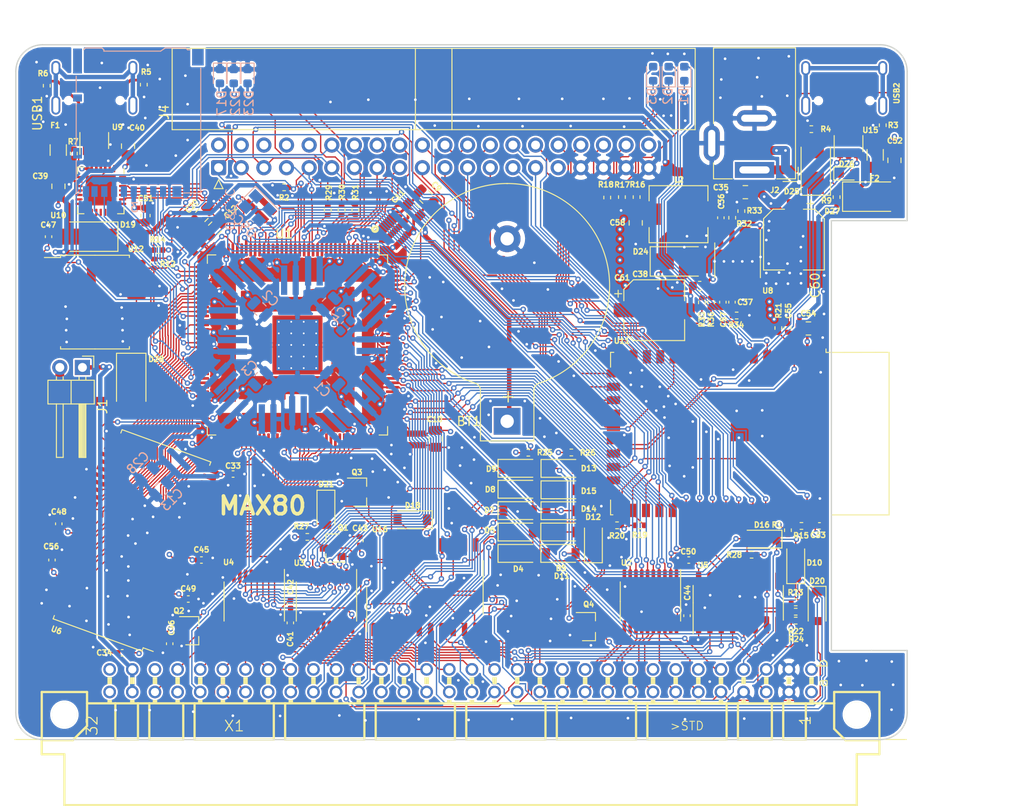
<source format=kicad_pcb>
(kicad_pcb (version 20171130) (host pcbnew 5.1.9-73d0e3b20d~88~ubuntu20.04.1)

  (general
    (thickness 1.6)
    (drawings 17)
    (tracks 4068)
    (zones 0)
    (modules 150)
    (nets 210)
  )

  (page A4)
  (title_block
    (title MAX80)
    (date 2021-01-31)
    (rev 0.01)
    (company "No name")
  )

  (layers
    (0 F.Cu signal)
    (1 In1.Cu signal)
    (2 In2.Cu signal)
    (31 B.Cu signal)
    (32 B.Adhes user)
    (33 F.Adhes user)
    (34 B.Paste user)
    (35 F.Paste user)
    (36 B.SilkS user)
    (37 F.SilkS user)
    (38 B.Mask user)
    (39 F.Mask user)
    (40 Dwgs.User user)
    (41 Cmts.User user)
    (42 Eco1.User user)
    (43 Eco2.User user)
    (44 Edge.Cuts user)
    (45 Margin user)
    (46 B.CrtYd user)
    (47 F.CrtYd user)
    (48 B.Fab user)
    (49 F.Fab user)
  )

  (setup
    (last_trace_width 0.15)
    (user_trace_width 0.3)
    (user_trace_width 0.5)
    (trace_clearance 0.15)
    (zone_clearance 0.2)
    (zone_45_only no)
    (trace_min 0.15)
    (via_size 0.6)
    (via_drill 0.3)
    (via_min_size 0.6)
    (via_min_drill 0.3)
    (uvia_size 0.3)
    (uvia_drill 0.1)
    (uvias_allowed no)
    (uvia_min_size 0.2)
    (uvia_min_drill 0.1)
    (edge_width 0.15)
    (segment_width 0.3)
    (pcb_text_width 0.3)
    (pcb_text_size 1.5 1.5)
    (mod_edge_width 0.15)
    (mod_text_size 1 1)
    (mod_text_width 0.15)
    (pad_size 2.6 1.6)
    (pad_drill 0)
    (pad_to_mask_clearance 0)
    (aux_axis_origin 0 0)
    (grid_origin 86.275 147.925)
    (visible_elements FFFFFF7F)
    (pcbplotparams
      (layerselection 0x010fc_ffffffff)
      (usegerberextensions false)
      (usegerberattributes true)
      (usegerberadvancedattributes true)
      (creategerberjobfile true)
      (excludeedgelayer true)
      (linewidth 0.100000)
      (plotframeref false)
      (viasonmask false)
      (mode 1)
      (useauxorigin false)
      (hpglpennumber 1)
      (hpglpenspeed 20)
      (hpglpendiameter 15.000000)
      (psnegative false)
      (psa4output false)
      (plotreference true)
      (plotvalue true)
      (plotinvisibletext false)
      (padsonsilk false)
      (subtractmaskfromsilk false)
      (outputformat 1)
      (mirror false)
      (drillshape 0)
      (scaleselection 1)
      (outputdirectory "abc80_gerber"))
  )

  (net 0 "")
  (net 1 VCC_ONE)
  (net 2 VCCA)
  (net 3 GND)
  (net 4 CLK0n)
  (net 5 +5V)
  (net 6 "Net-(R5-Pad2)")
  (net 7 "Net-(R6-Pad2)")
  (net 8 "Net-(R7-Pad1)")
  (net 9 "Net-(U10-Pad5)")
  (net 10 "Net-(U10-Pad4)")
  (net 11 "Net-(U9-Pad4)")
  (net 12 "Net-(U9-Pad6)")
  (net 13 "Net-(USB1-Pad13)")
  (net 14 "Net-(BT1-Pad1)")
  (net 15 /A4)
  (net 16 /A3)
  (net 17 /A2)
  (net 18 /A1)
  (net 19 /A0)
  (net 20 /IO0)
  (net 21 /IO3)
  (net 22 /IO4)
  (net 23 /IO5)
  (net 24 /IO6)
  (net 25 /IO7)
  (net 26 /WE)
  (net 27 /A11)
  (net 28 /IO9)
  (net 29 /A8)
  (net 30 /A7)
  (net 31 /A6)
  (net 32 /A5)
  (net 33 /A9)
  (net 34 /A10)
  (net 35 /A12)
  (net 36 /IO8)
  (net 37 /IO10)
  (net 38 /IO11)
  (net 39 /IO12)
  (net 40 /IO13)
  (net 41 /IO14)
  (net 42 /IO15)
  (net 43 /abc80bus/D7)
  (net 44 /abc80bus/D6)
  (net 45 /abc80bus/D5)
  (net 46 /abc80bus/D4)
  (net 47 /abc80bus/D3)
  (net 48 /abc80bus/D2)
  (net 49 /abc80bus/D1)
  (net 50 /abc80bus/D0)
  (net 51 /abc80bus/A8)
  (net 52 /abc80bus/A9)
  (net 53 /abc80bus/A10)
  (net 54 /abc80bus/A11)
  (net 55 /abc80bus/A12)
  (net 56 /abc80bus/A13)
  (net 57 /abc80bus/A14)
  (net 58 /abc80bus/A15)
  (net 59 /abc80bus/A7)
  (net 60 /abc80bus/A6)
  (net 61 /abc80bus/A5)
  (net 62 /abc80bus/A4)
  (net 63 /abc80bus/A3)
  (net 64 /abc80bus/A2)
  (net 65 /abc80bus/A1)
  (net 66 /abc80bus/A0)
  (net 67 /IO1)
  (net 68 /IO2)
  (net 69 /32KHZ)
  (net 70 /RTC_INT)
  (net 71 /abc80bus/ABC5V)
  (net 72 /SD_DAT1)
  (net 73 /SD_DAT2)
  (net 74 /SD_DAT3)
  (net 75 /SD_CMD)
  (net 76 /SD_CLK)
  (net 77 /SD_DAT0)
  (net 78 FPGA_TDI)
  (net 79 FPGA_TMS)
  (net 80 FPGA_TDO)
  (net 81 FPGA_TCK)
  (net 82 ABC_CLK_5)
  (net 83 /FPGA_SCL)
  (net 84 /FPGA_SDA)
  (net 85 FPGA_SPI_MISO)
  (net 86 FPGA_SPI_MOSI)
  (net 87 FPGA_SPI_CLK)
  (net 88 FGPA_SPI_CS_ESP32)
  (net 89 INT_ESP32)
  (net 90 "Net-(C53-Pad1)")
  (net 91 "Net-(F2-Pad2)")
  (net 92 ESP32_TDO)
  (net 93 ESP32_TCK)
  (net 94 ESP32_TMS)
  (net 95 ESP32_IO0)
  (net 96 ESP32_RXD)
  (net 97 ESP32_TXD)
  (net 98 ESP32_EN)
  (net 99 "Net-(R3-Pad2)")
  (net 100 "Net-(R4-Pad2)")
  (net 101 /ESP32/USB_D-)
  (net 102 /ESP32/USB_D+)
  (net 103 ESP32_TDI)
  (net 104 "Net-(U15-Pad6)")
  (net 105 "Net-(U15-Pad4)")
  (net 106 "Net-(USB2-Pad13)")
  (net 107 "Net-(D1-Pad2)")
  (net 108 "Net-(D1-Pad1)")
  (net 109 "Net-(D2-Pad2)")
  (net 110 "Net-(D2-Pad1)")
  (net 111 "Net-(D3-Pad2)")
  (net 112 "Net-(D3-Pad1)")
  (net 113 ESP32_SCL)
  (net 114 ESP32_SDA)
  (net 115 ESP32_CS2)
  (net 116 ESP32_CS0)
  (net 117 ESP32_MISO)
  (net 118 ESP32_SCK)
  (net 119 ESP32_MOSI)
  (net 120 ESP32_CS1)
  (net 121 /FPGA_USB_TXD)
  (net 122 /FPGA_USB_RXD)
  (net 123 /abc80bus/~XMEMW80)
  (net 124 /abc80bus/~CS)
  (net 125 /abc80bus/~C4)
  (net 126 /abc80bus/~C3)
  (net 127 /abc80bus/~C2)
  (net 128 /abc80bus/~C1)
  (net 129 /abc80bus/~OUT)
  (net 130 /abc80bus/~XOUT)
  (net 131 /abc80bus/~RST)
  (net 132 ~IORD)
  (net 133 /abc80bus/~XMEMFL)
  (net 134 /abc80bus/~XIN)
  (net 135 /abc80bus/~INP)
  (net 136 /abc80bus/~STATUS)
  (net 137 ~MEMRW)
  (net 138 "Net-(D18-Pad1)")
  (net 139 /abc80bus/~XINPSTB)
  (net 140 /abc80bus/~XOUTSTB)
  (net 141 /abc80bus/~XMEMW800)
  (net 142 ADSEL0)
  (net 143 ADSEL1)
  (net 144 "Net-(U3-Pad19)")
  (net 145 "Net-(U4-Pad19)")
  (net 146 /abc80bus/~INT)
  (net 147 ~IORW)
  (net 148 ~MEMRD)
  (net 149 AD0)
  (net 150 AD1)
  (net 151 AD2)
  (net 152 AD3)
  (net 153 AD4)
  (net 154 AD5)
  (net 155 AD6)
  (net 156 AD7)
  (net 157 O1)
  (net 158 O2)
  (net 159 /abc80bus/~RESIN)
  (net 160 /abc80bus/~XM)
  (net 161 /abc80bus/Y0)
  (net 162 /abc80bus/~Y0)
  (net 163 "Net-(D20-Pad1)")
  (net 164 "Net-(D21-Pad1)")
  (net 165 /FPGA_LED1)
  (net 166 /FPGA_LED2)
  (net 167 /FPGA_LED3)
  (net 168 "Net-(D17-Pad2)")
  (net 169 "Net-(D22-Pad2)")
  (net 170 "Net-(D23-Pad2)")
  (net 171 FPGA_GPIO3)
  (net 172 FPGA_GPIO2)
  (net 173 FPGA_GPIO1)
  (net 174 FPGA_GPIO0)
  (net 175 FPGA_GPIO5)
  (net 176 FPGA_GPIO4)
  (net 177 "Net-(C36-Pad1)")
  (net 178 "Net-(C37-Pad2)")
  (net 179 "Net-(C37-Pad1)")
  (net 180 "Net-(C38-Pad2)")
  (net 181 "Net-(R32-Pad2)")
  (net 182 "Net-(R35-Pad2)")
  (net 183 "Net-(C38-Pad1)")
  (net 184 /abc80bus/READY)
  (net 185 /abc80bus/~NMI)
  (net 186 ~FPGA_READY)
  (net 187 FPGA_NMI)
  (net 188 "Net-(U1-Pad88)")
  (net 189 "Net-(D26-Pad2)")
  (net 190 FPGA_RESIN)
  (net 191 ABC_CLK_3)
  (net 192 /DQMH)
  (net 193 /CLK)
  (net 194 /CKE)
  (net 195 /BA1)
  (net 196 /BA0)
  (net 197 /CS)
  (net 198 /RAS)
  (net 199 /CAS)
  (net 200 /DQML)
  (net 201 "Net-(D28-Pad2)")
  (net 202 "Net-(D25-Pad2)")
  (net 203 "Net-(F1-Pad2)")
  (net 204 /FPGA_USB_RTS)
  (net 205 /FPGA_USB_CTS)
  (net 206 /FPGA_USB_DTR)
  (net 207 FPGA_JTAGEN)
  (net 208 "Net-(C39-Pad1)")
  (net 209 "Net-(C52-Pad1)")

  (net_class Default "This is the default net class."
    (clearance 0.15)
    (trace_width 0.15)
    (via_dia 0.6)
    (via_drill 0.3)
    (uvia_dia 0.3)
    (uvia_drill 0.1)
    (add_net +5V)
    (add_net /32KHZ)
    (add_net /A0)
    (add_net /A1)
    (add_net /A10)
    (add_net /A11)
    (add_net /A12)
    (add_net /A2)
    (add_net /A3)
    (add_net /A4)
    (add_net /A5)
    (add_net /A6)
    (add_net /A7)
    (add_net /A8)
    (add_net /A9)
    (add_net /BA0)
    (add_net /BA1)
    (add_net /CAS)
    (add_net /CKE)
    (add_net /CLK)
    (add_net /CS)
    (add_net /DQMH)
    (add_net /DQML)
    (add_net /ESP32/USB_D+)
    (add_net /ESP32/USB_D-)
    (add_net /FPGA_LED1)
    (add_net /FPGA_LED2)
    (add_net /FPGA_LED3)
    (add_net /FPGA_SCL)
    (add_net /FPGA_SDA)
    (add_net /FPGA_USB_CTS)
    (add_net /FPGA_USB_DTR)
    (add_net /FPGA_USB_RTS)
    (add_net /FPGA_USB_RXD)
    (add_net /FPGA_USB_TXD)
    (add_net /IO0)
    (add_net /IO1)
    (add_net /IO10)
    (add_net /IO11)
    (add_net /IO12)
    (add_net /IO13)
    (add_net /IO14)
    (add_net /IO15)
    (add_net /IO2)
    (add_net /IO3)
    (add_net /IO4)
    (add_net /IO5)
    (add_net /IO6)
    (add_net /IO7)
    (add_net /IO8)
    (add_net /IO9)
    (add_net /RAS)
    (add_net /RTC_INT)
    (add_net /SD_CLK)
    (add_net /SD_CMD)
    (add_net /SD_DAT0)
    (add_net /SD_DAT1)
    (add_net /SD_DAT2)
    (add_net /SD_DAT3)
    (add_net /WE)
    (add_net /abc80bus/A0)
    (add_net /abc80bus/A1)
    (add_net /abc80bus/A10)
    (add_net /abc80bus/A11)
    (add_net /abc80bus/A12)
    (add_net /abc80bus/A13)
    (add_net /abc80bus/A14)
    (add_net /abc80bus/A15)
    (add_net /abc80bus/A2)
    (add_net /abc80bus/A3)
    (add_net /abc80bus/A4)
    (add_net /abc80bus/A5)
    (add_net /abc80bus/A6)
    (add_net /abc80bus/A7)
    (add_net /abc80bus/A8)
    (add_net /abc80bus/A9)
    (add_net /abc80bus/ABC5V)
    (add_net /abc80bus/D0)
    (add_net /abc80bus/D1)
    (add_net /abc80bus/D2)
    (add_net /abc80bus/D3)
    (add_net /abc80bus/D4)
    (add_net /abc80bus/D5)
    (add_net /abc80bus/D6)
    (add_net /abc80bus/D7)
    (add_net /abc80bus/READY)
    (add_net /abc80bus/Y0)
    (add_net /abc80bus/~C1)
    (add_net /abc80bus/~C2)
    (add_net /abc80bus/~C3)
    (add_net /abc80bus/~C4)
    (add_net /abc80bus/~CS)
    (add_net /abc80bus/~INP)
    (add_net /abc80bus/~INT)
    (add_net /abc80bus/~NMI)
    (add_net /abc80bus/~OUT)
    (add_net /abc80bus/~RESIN)
    (add_net /abc80bus/~RST)
    (add_net /abc80bus/~STATUS)
    (add_net /abc80bus/~XIN)
    (add_net /abc80bus/~XINPSTB)
    (add_net /abc80bus/~XM)
    (add_net /abc80bus/~XMEMFL)
    (add_net /abc80bus/~XMEMW80)
    (add_net /abc80bus/~XMEMW800)
    (add_net /abc80bus/~XOUT)
    (add_net /abc80bus/~XOUTSTB)
    (add_net /abc80bus/~Y0)
    (add_net ABC_CLK_3)
    (add_net ABC_CLK_5)
    (add_net AD0)
    (add_net AD1)
    (add_net AD2)
    (add_net AD3)
    (add_net AD4)
    (add_net AD5)
    (add_net AD6)
    (add_net AD7)
    (add_net ADSEL0)
    (add_net ADSEL1)
    (add_net CLK0n)
    (add_net ESP32_CS0)
    (add_net ESP32_CS1)
    (add_net ESP32_CS2)
    (add_net ESP32_EN)
    (add_net ESP32_IO0)
    (add_net ESP32_MISO)
    (add_net ESP32_MOSI)
    (add_net ESP32_RXD)
    (add_net ESP32_SCK)
    (add_net ESP32_SCL)
    (add_net ESP32_SDA)
    (add_net ESP32_TCK)
    (add_net ESP32_TDI)
    (add_net ESP32_TDO)
    (add_net ESP32_TMS)
    (add_net ESP32_TXD)
    (add_net FGPA_SPI_CS_ESP32)
    (add_net FPGA_GPIO0)
    (add_net FPGA_GPIO1)
    (add_net FPGA_GPIO2)
    (add_net FPGA_GPIO3)
    (add_net FPGA_GPIO4)
    (add_net FPGA_GPIO5)
    (add_net FPGA_JTAGEN)
    (add_net FPGA_NMI)
    (add_net FPGA_RESIN)
    (add_net FPGA_SPI_CLK)
    (add_net FPGA_SPI_MISO)
    (add_net FPGA_SPI_MOSI)
    (add_net FPGA_TCK)
    (add_net FPGA_TDI)
    (add_net FPGA_TDO)
    (add_net FPGA_TMS)
    (add_net GND)
    (add_net INT_ESP32)
    (add_net "Net-(BT1-Pad1)")
    (add_net "Net-(C36-Pad1)")
    (add_net "Net-(C37-Pad1)")
    (add_net "Net-(C37-Pad2)")
    (add_net "Net-(C38-Pad1)")
    (add_net "Net-(C38-Pad2)")
    (add_net "Net-(C39-Pad1)")
    (add_net "Net-(C52-Pad1)")
    (add_net "Net-(C53-Pad1)")
    (add_net "Net-(D1-Pad1)")
    (add_net "Net-(D1-Pad2)")
    (add_net "Net-(D17-Pad2)")
    (add_net "Net-(D18-Pad1)")
    (add_net "Net-(D2-Pad1)")
    (add_net "Net-(D2-Pad2)")
    (add_net "Net-(D20-Pad1)")
    (add_net "Net-(D21-Pad1)")
    (add_net "Net-(D22-Pad2)")
    (add_net "Net-(D23-Pad2)")
    (add_net "Net-(D25-Pad2)")
    (add_net "Net-(D26-Pad2)")
    (add_net "Net-(D28-Pad2)")
    (add_net "Net-(D3-Pad1)")
    (add_net "Net-(D3-Pad2)")
    (add_net "Net-(F1-Pad2)")
    (add_net "Net-(F2-Pad2)")
    (add_net "Net-(R3-Pad2)")
    (add_net "Net-(R32-Pad2)")
    (add_net "Net-(R35-Pad2)")
    (add_net "Net-(R4-Pad2)")
    (add_net "Net-(R5-Pad2)")
    (add_net "Net-(R6-Pad2)")
    (add_net "Net-(R7-Pad1)")
    (add_net "Net-(U1-Pad88)")
    (add_net "Net-(U10-Pad4)")
    (add_net "Net-(U10-Pad5)")
    (add_net "Net-(U15-Pad4)")
    (add_net "Net-(U15-Pad6)")
    (add_net "Net-(U3-Pad19)")
    (add_net "Net-(U4-Pad19)")
    (add_net "Net-(U9-Pad4)")
    (add_net "Net-(U9-Pad6)")
    (add_net "Net-(USB1-Pad13)")
    (add_net "Net-(USB2-Pad13)")
    (add_net O1)
    (add_net O2)
    (add_net VCCA)
    (add_net VCC_ONE)
    (add_net ~FPGA_READY)
    (add_net ~IORD)
    (add_net ~IORW)
    (add_net ~MEMRD)
    (add_net ~MEMRW)
  )

  (module Resistor_SMD:R_0402_1005Metric (layer F.Cu) (tedit 5F68FEEE) (tstamp 60337B92)
    (at 139.125 155.5 90)
    (descr "Resistor SMD 0402 (1005 Metric), square (rectangular) end terminal, IPC_7351 nominal, (Body size source: IPC-SM-782 page 72, https://www.pcb-3d.com/wordpress/wp-content/uploads/ipc-sm-782a_amendment_1_and_2.pdf), generated with kicad-footprint-generator")
    (tags resistor)
    (path /602159BB/60379925)
    (attr smd)
    (fp_text reference R1 (at 0.6 -1.225 180) (layer F.SilkS)
      (effects (font (size 0.6 0.6) (thickness 0.15)))
    )
    (fp_text value 10k (at 0 1.17 90) (layer F.Fab)
      (effects (font (size 1 1) (thickness 0.15)))
    )
    (fp_line (start 0.93 0.47) (end -0.93 0.47) (layer F.CrtYd) (width 0.05))
    (fp_line (start 0.93 -0.47) (end 0.93 0.47) (layer F.CrtYd) (width 0.05))
    (fp_line (start -0.93 -0.47) (end 0.93 -0.47) (layer F.CrtYd) (width 0.05))
    (fp_line (start -0.93 0.47) (end -0.93 -0.47) (layer F.CrtYd) (width 0.05))
    (fp_line (start -0.153641 0.38) (end 0.153641 0.38) (layer F.SilkS) (width 0.12))
    (fp_line (start -0.153641 -0.38) (end 0.153641 -0.38) (layer F.SilkS) (width 0.12))
    (fp_line (start 0.525 0.27) (end -0.525 0.27) (layer F.Fab) (width 0.1))
    (fp_line (start 0.525 -0.27) (end 0.525 0.27) (layer F.Fab) (width 0.1))
    (fp_line (start -0.525 -0.27) (end 0.525 -0.27) (layer F.Fab) (width 0.1))
    (fp_line (start -0.525 0.27) (end -0.525 -0.27) (layer F.Fab) (width 0.1))
    (fp_text user %R (at 0 0 90) (layer F.Fab)
      (effects (font (size 0.26 0.26) (thickness 0.04)))
    )
    (pad 2 smd roundrect (at 0.51 0 90) (size 0.54 0.64) (layers F.Cu F.Paste F.Mask) (roundrect_rratio 0.25)
      (net 90 "Net-(C53-Pad1)"))
    (pad 1 smd roundrect (at -0.51 0 90) (size 0.54 0.64) (layers F.Cu F.Paste F.Mask) (roundrect_rratio 0.25)
      (net 1 VCC_ONE))
    (model ${KISYS3DMOD}/Resistor_SMD.3dshapes/R_0402_1005Metric.wrl
      (at (xyz 0 0 0))
      (scale (xyz 1 1 1))
      (rotate (xyz 0 0 0))
    )
  )

  (module Diode_SMD:D_SMA (layer F.Cu) (tedit 586432E5) (tstamp 6032CF27)
    (at 65.447 139.035 270)
    (descr "Diode SMA (DO-214AC)")
    (tags "Diode SMA (DO-214AC)")
    (path /6013B380/603612AB)
    (attr smd)
    (fp_text reference D28 (at -2.735 -2.803 180) (layer F.SilkS)
      (effects (font (size 0.6 0.6) (thickness 0.15)))
    )
    (fp_text value MBRA340T (at 0 2.6 90) (layer F.Fab)
      (effects (font (size 1 1) (thickness 0.15)))
    )
    (fp_line (start -3.4 -1.65) (end -3.4 1.65) (layer F.SilkS) (width 0.12))
    (fp_line (start 2.3 1.5) (end -2.3 1.5) (layer F.Fab) (width 0.1))
    (fp_line (start -2.3 1.5) (end -2.3 -1.5) (layer F.Fab) (width 0.1))
    (fp_line (start 2.3 -1.5) (end 2.3 1.5) (layer F.Fab) (width 0.1))
    (fp_line (start 2.3 -1.5) (end -2.3 -1.5) (layer F.Fab) (width 0.1))
    (fp_line (start -3.5 -1.75) (end 3.5 -1.75) (layer F.CrtYd) (width 0.05))
    (fp_line (start 3.5 -1.75) (end 3.5 1.75) (layer F.CrtYd) (width 0.05))
    (fp_line (start 3.5 1.75) (end -3.5 1.75) (layer F.CrtYd) (width 0.05))
    (fp_line (start -3.5 1.75) (end -3.5 -1.75) (layer F.CrtYd) (width 0.05))
    (fp_line (start -0.64944 0.00102) (end -1.55114 0.00102) (layer F.Fab) (width 0.1))
    (fp_line (start 0.50118 0.00102) (end 1.4994 0.00102) (layer F.Fab) (width 0.1))
    (fp_line (start -0.64944 -0.79908) (end -0.64944 0.80112) (layer F.Fab) (width 0.1))
    (fp_line (start 0.50118 0.75032) (end 0.50118 -0.79908) (layer F.Fab) (width 0.1))
    (fp_line (start -0.64944 0.00102) (end 0.50118 0.75032) (layer F.Fab) (width 0.1))
    (fp_line (start -0.64944 0.00102) (end 0.50118 -0.79908) (layer F.Fab) (width 0.1))
    (fp_line (start -3.4 1.65) (end 2 1.65) (layer F.SilkS) (width 0.12))
    (fp_line (start -3.4 -1.65) (end 2 -1.65) (layer F.SilkS) (width 0.12))
    (fp_text user %R (at 0 -2.5 90) (layer F.Fab)
      (effects (font (size 1 1) (thickness 0.15)))
    )
    (pad 2 smd rect (at 2 0 270) (size 2.5 1.8) (layers F.Cu F.Paste F.Mask)
      (net 201 "Net-(D28-Pad2)"))
    (pad 1 smd rect (at -2 0 270) (size 2.5 1.8) (layers F.Cu F.Paste F.Mask)
      (net 5 +5V))
    (model ${KISYS3DMOD}/Diode_SMD.3dshapes/D_SMA.wrl
      (at (xyz 0 0 0))
      (scale (xyz 1 1 1))
      (rotate (xyz 0 0 0))
    )
  )

  (module Capacitor_SMD:C_0402_1005Metric (layer F.Cu) (tedit 5F68FEEE) (tstamp 6039D96A)
    (at 56.557 158.847 90)
    (descr "Capacitor SMD 0402 (1005 Metric), square (rectangular) end terminal, IPC_7351 nominal, (Body size source: IPC-SM-782 page 76, https://www.pcb-3d.com/wordpress/wp-content/uploads/ipc-sm-782a_amendment_1_and_2.pdf), generated with kicad-footprint-generator")
    (tags capacitor)
    (path /6091A70C)
    (attr smd)
    (fp_text reference C56 (at 1.522 -0.082 180) (layer F.SilkS)
      (effects (font (size 0.6 0.6) (thickness 0.15)))
    )
    (fp_text value 100nF (at 0 1.16 90) (layer F.Fab)
      (effects (font (size 1 1) (thickness 0.15)))
    )
    (fp_line (start -0.5 0.25) (end -0.5 -0.25) (layer F.Fab) (width 0.1))
    (fp_line (start -0.5 -0.25) (end 0.5 -0.25) (layer F.Fab) (width 0.1))
    (fp_line (start 0.5 -0.25) (end 0.5 0.25) (layer F.Fab) (width 0.1))
    (fp_line (start 0.5 0.25) (end -0.5 0.25) (layer F.Fab) (width 0.1))
    (fp_line (start -0.107836 -0.36) (end 0.107836 -0.36) (layer F.SilkS) (width 0.12))
    (fp_line (start -0.107836 0.36) (end 0.107836 0.36) (layer F.SilkS) (width 0.12))
    (fp_line (start -0.91 0.46) (end -0.91 -0.46) (layer F.CrtYd) (width 0.05))
    (fp_line (start -0.91 -0.46) (end 0.91 -0.46) (layer F.CrtYd) (width 0.05))
    (fp_line (start 0.91 -0.46) (end 0.91 0.46) (layer F.CrtYd) (width 0.05))
    (fp_line (start 0.91 0.46) (end -0.91 0.46) (layer F.CrtYd) (width 0.05))
    (fp_text user %R (at 0 0 90) (layer F.Fab)
      (effects (font (size 0.25 0.25) (thickness 0.04)))
    )
    (pad 2 smd roundrect (at 0.48 0 90) (size 0.56 0.62) (layers F.Cu F.Paste F.Mask) (roundrect_rratio 0.25)
      (net 3 GND))
    (pad 1 smd roundrect (at -0.48 0 90) (size 0.56 0.62) (layers F.Cu F.Paste F.Mask) (roundrect_rratio 0.25)
      (net 1 VCC_ONE))
    (model ${KISYS3DMOD}/Capacitor_SMD.3dshapes/C_0402_1005Metric.wrl
      (at (xyz 0 0 0))
      (scale (xyz 1 1 1))
      (rotate (xyz 0 0 0))
    )
  )

  (module Capacitor_SMD:C_0402_1005Metric (layer F.Cu) (tedit 5F68FEEE) (tstamp 603AB1B9)
    (at 69.765 168.245 270)
    (descr "Capacitor SMD 0402 (1005 Metric), square (rectangular) end terminal, IPC_7351 nominal, (Body size source: IPC-SM-782 page 76, https://www.pcb-3d.com/wordpress/wp-content/uploads/ipc-sm-782a_amendment_1_and_2.pdf), generated with kicad-footprint-generator")
    (tags capacitor)
    (path /60932F0E)
    (attr smd)
    (fp_text reference C46 (at -1.795 -0.21 270) (layer F.SilkS)
      (effects (font (size 0.6 0.6) (thickness 0.15)))
    )
    (fp_text value 100nF (at 0 1.16 90) (layer F.Fab)
      (effects (font (size 1 1) (thickness 0.15)))
    )
    (fp_line (start -0.5 0.25) (end -0.5 -0.25) (layer F.Fab) (width 0.1))
    (fp_line (start -0.5 -0.25) (end 0.5 -0.25) (layer F.Fab) (width 0.1))
    (fp_line (start 0.5 -0.25) (end 0.5 0.25) (layer F.Fab) (width 0.1))
    (fp_line (start 0.5 0.25) (end -0.5 0.25) (layer F.Fab) (width 0.1))
    (fp_line (start -0.107836 -0.36) (end 0.107836 -0.36) (layer F.SilkS) (width 0.12))
    (fp_line (start -0.107836 0.36) (end 0.107836 0.36) (layer F.SilkS) (width 0.12))
    (fp_line (start -0.91 0.46) (end -0.91 -0.46) (layer F.CrtYd) (width 0.05))
    (fp_line (start -0.91 -0.46) (end 0.91 -0.46) (layer F.CrtYd) (width 0.05))
    (fp_line (start 0.91 -0.46) (end 0.91 0.46) (layer F.CrtYd) (width 0.05))
    (fp_line (start 0.91 0.46) (end -0.91 0.46) (layer F.CrtYd) (width 0.05))
    (fp_text user %R (at 0 0 90) (layer F.Fab)
      (effects (font (size 0.25 0.25) (thickness 0.04)))
    )
    (pad 2 smd roundrect (at 0.48 0 270) (size 0.56 0.62) (layers F.Cu F.Paste F.Mask) (roundrect_rratio 0.25)
      (net 3 GND))
    (pad 1 smd roundrect (at -0.48 0 270) (size 0.56 0.62) (layers F.Cu F.Paste F.Mask) (roundrect_rratio 0.25)
      (net 1 VCC_ONE))
    (model ${KISYS3DMOD}/Capacitor_SMD.3dshapes/C_0402_1005Metric.wrl
      (at (xyz 0 0 0))
      (scale (xyz 1 1 1))
      (rotate (xyz 0 0 0))
    )
  )

  (module Capacitor_SMD:C_0402_1005Metric (layer F.Cu) (tedit 5F68FEEE) (tstamp 603AB1A8)
    (at 73.321 158.847)
    (descr "Capacitor SMD 0402 (1005 Metric), square (rectangular) end terminal, IPC_7351 nominal, (Body size source: IPC-SM-782 page 76, https://www.pcb-3d.com/wordpress/wp-content/uploads/ipc-sm-782a_amendment_1_and_2.pdf), generated with kicad-footprint-generator")
    (tags capacitor)
    (path /6094CE83)
    (attr smd)
    (fp_text reference C45 (at 0 -1.16) (layer F.SilkS)
      (effects (font (size 0.6 0.6) (thickness 0.15)))
    )
    (fp_text value 100nF (at 0 1.16) (layer F.Fab)
      (effects (font (size 1 1) (thickness 0.15)))
    )
    (fp_line (start -0.5 0.25) (end -0.5 -0.25) (layer F.Fab) (width 0.1))
    (fp_line (start -0.5 -0.25) (end 0.5 -0.25) (layer F.Fab) (width 0.1))
    (fp_line (start 0.5 -0.25) (end 0.5 0.25) (layer F.Fab) (width 0.1))
    (fp_line (start 0.5 0.25) (end -0.5 0.25) (layer F.Fab) (width 0.1))
    (fp_line (start -0.107836 -0.36) (end 0.107836 -0.36) (layer F.SilkS) (width 0.12))
    (fp_line (start -0.107836 0.36) (end 0.107836 0.36) (layer F.SilkS) (width 0.12))
    (fp_line (start -0.91 0.46) (end -0.91 -0.46) (layer F.CrtYd) (width 0.05))
    (fp_line (start -0.91 -0.46) (end 0.91 -0.46) (layer F.CrtYd) (width 0.05))
    (fp_line (start 0.91 -0.46) (end 0.91 0.46) (layer F.CrtYd) (width 0.05))
    (fp_line (start 0.91 0.46) (end -0.91 0.46) (layer F.CrtYd) (width 0.05))
    (fp_text user %R (at 0 0) (layer F.Fab)
      (effects (font (size 0.25 0.25) (thickness 0.04)))
    )
    (pad 2 smd roundrect (at 0.48 0) (size 0.56 0.62) (layers F.Cu F.Paste F.Mask) (roundrect_rratio 0.25)
      (net 3 GND))
    (pad 1 smd roundrect (at -0.48 0) (size 0.56 0.62) (layers F.Cu F.Paste F.Mask) (roundrect_rratio 0.25)
      (net 1 VCC_ONE))
    (model ${KISYS3DMOD}/Capacitor_SMD.3dshapes/C_0402_1005Metric.wrl
      (at (xyz 0 0 0))
      (scale (xyz 1 1 1))
      (rotate (xyz 0 0 0))
    )
  )

  (module Capacitor_SMD:C_0402_1005Metric (layer F.Cu) (tedit 5F68FEEE) (tstamp 603AC9A5)
    (at 64.431 169.261 180)
    (descr "Capacitor SMD 0402 (1005 Metric), square (rectangular) end terminal, IPC_7351 nominal, (Body size source: IPC-SM-782 page 76, https://www.pcb-3d.com/wordpress/wp-content/uploads/ipc-sm-782a_amendment_1_and_2.pdf), generated with kicad-footprint-generator")
    (tags capacitor)
    (path /6097D4FE)
    (attr smd)
    (fp_text reference C34 (at 2.006 0) (layer F.SilkS)
      (effects (font (size 0.6 0.6) (thickness 0.15)))
    )
    (fp_text value 100nF (at 0 1.16) (layer F.Fab)
      (effects (font (size 1 1) (thickness 0.15)))
    )
    (fp_line (start -0.5 0.25) (end -0.5 -0.25) (layer F.Fab) (width 0.1))
    (fp_line (start -0.5 -0.25) (end 0.5 -0.25) (layer F.Fab) (width 0.1))
    (fp_line (start 0.5 -0.25) (end 0.5 0.25) (layer F.Fab) (width 0.1))
    (fp_line (start 0.5 0.25) (end -0.5 0.25) (layer F.Fab) (width 0.1))
    (fp_line (start -0.107836 -0.36) (end 0.107836 -0.36) (layer F.SilkS) (width 0.12))
    (fp_line (start -0.107836 0.36) (end 0.107836 0.36) (layer F.SilkS) (width 0.12))
    (fp_line (start -0.91 0.46) (end -0.91 -0.46) (layer F.CrtYd) (width 0.05))
    (fp_line (start -0.91 -0.46) (end 0.91 -0.46) (layer F.CrtYd) (width 0.05))
    (fp_line (start 0.91 -0.46) (end 0.91 0.46) (layer F.CrtYd) (width 0.05))
    (fp_line (start 0.91 0.46) (end -0.91 0.46) (layer F.CrtYd) (width 0.05))
    (fp_text user %R (at 0 0) (layer F.Fab)
      (effects (font (size 0.25 0.25) (thickness 0.04)))
    )
    (pad 2 smd roundrect (at 0.48 0 180) (size 0.56 0.62) (layers F.Cu F.Paste F.Mask) (roundrect_rratio 0.25)
      (net 3 GND))
    (pad 1 smd roundrect (at -0.48 0 180) (size 0.56 0.62) (layers F.Cu F.Paste F.Mask) (roundrect_rratio 0.25)
      (net 1 VCC_ONE))
    (model ${KISYS3DMOD}/Capacitor_SMD.3dshapes/C_0402_1005Metric.wrl
      (at (xyz 0 0 0))
      (scale (xyz 1 1 1))
      (rotate (xyz 0 0 0))
    )
  )

  (module Capacitor_SMD:C_0402_1005Metric (layer F.Cu) (tedit 5F68FEEE) (tstamp 603AB046)
    (at 76.877 149.195)
    (descr "Capacitor SMD 0402 (1005 Metric), square (rectangular) end terminal, IPC_7351 nominal, (Body size source: IPC-SM-782 page 76, https://www.pcb-3d.com/wordpress/wp-content/uploads/ipc-sm-782a_amendment_1_and_2.pdf), generated with kicad-footprint-generator")
    (tags capacitor)
    (path /60997E09)
    (attr smd)
    (fp_text reference C33 (at -0.002 -0.92) (layer F.SilkS)
      (effects (font (size 0.6 0.6) (thickness 0.15)))
    )
    (fp_text value 100nF (at 0 1.16) (layer F.Fab)
      (effects (font (size 1 1) (thickness 0.15)))
    )
    (fp_line (start -0.5 0.25) (end -0.5 -0.25) (layer F.Fab) (width 0.1))
    (fp_line (start -0.5 -0.25) (end 0.5 -0.25) (layer F.Fab) (width 0.1))
    (fp_line (start 0.5 -0.25) (end 0.5 0.25) (layer F.Fab) (width 0.1))
    (fp_line (start 0.5 0.25) (end -0.5 0.25) (layer F.Fab) (width 0.1))
    (fp_line (start -0.107836 -0.36) (end 0.107836 -0.36) (layer F.SilkS) (width 0.12))
    (fp_line (start -0.107836 0.36) (end 0.107836 0.36) (layer F.SilkS) (width 0.12))
    (fp_line (start -0.91 0.46) (end -0.91 -0.46) (layer F.CrtYd) (width 0.05))
    (fp_line (start -0.91 -0.46) (end 0.91 -0.46) (layer F.CrtYd) (width 0.05))
    (fp_line (start 0.91 -0.46) (end 0.91 0.46) (layer F.CrtYd) (width 0.05))
    (fp_line (start 0.91 0.46) (end -0.91 0.46) (layer F.CrtYd) (width 0.05))
    (fp_text user %R (at 0 0) (layer F.Fab)
      (effects (font (size 0.25 0.25) (thickness 0.04)))
    )
    (pad 2 smd roundrect (at 0.48 0) (size 0.56 0.62) (layers F.Cu F.Paste F.Mask) (roundrect_rratio 0.25)
      (net 3 GND))
    (pad 1 smd roundrect (at -0.48 0) (size 0.56 0.62) (layers F.Cu F.Paste F.Mask) (roundrect_rratio 0.25)
      (net 1 VCC_ONE))
    (model ${KISYS3DMOD}/Capacitor_SMD.3dshapes/C_0402_1005Metric.wrl
      (at (xyz 0 0 0))
      (scale (xyz 1 1 1))
      (rotate (xyz 0 0 0))
    )
  )

  (module Package_SO:TSOP-II-54_22.2x10.16mm_P0.8mm (layer F.Cu) (tedit 5B589EC7) (tstamp 60346482)
    (at 65.535 156.645 160)
    (descr "54-lead TSOP typ II package")
    (tags "TSOPII TSOP2")
    (path /604F9283)
    (attr smd)
    (fp_text reference U6 (at 4.513002 -12.365253 160) (layer F.SilkS)
      (effects (font (size 0.6 0.6) (thickness 0.15)))
    )
    (fp_text value MT48LC16M16A2P-6A (at 0 12.5 160) (layer F.Fab)
      (effects (font (size 0.85 0.85) (thickness 0.15)))
    )
    (fp_line (start -6.76 -11.36) (end -6.76 11.36) (layer F.CrtYd) (width 0.05))
    (fp_line (start 6.76 11.36) (end -6.76 11.36) (layer F.CrtYd) (width 0.05))
    (fp_line (start 6.76 -11.36) (end 6.76 11.36) (layer F.CrtYd) (width 0.05))
    (fp_line (start -6.76 -11.36) (end 6.76 -11.36) (layer F.CrtYd) (width 0.05))
    (fp_line (start -5.3 10.9) (end -5.3 11.3) (layer F.SilkS) (width 0.12))
    (fp_line (start 5.3 10.9) (end 5.3 11.3) (layer F.SilkS) (width 0.12))
    (fp_line (start 5.3 -11.3) (end 5.3 -10.9) (layer F.SilkS) (width 0.12))
    (fp_line (start -5.3 11.3) (end 5.3 11.3) (layer F.SilkS) (width 0.12))
    (fp_line (start -5.3 -11.3) (end 5.3 -11.3) (layer F.SilkS) (width 0.12))
    (fp_line (start -5.3 -10.9) (end -5.3 -11.3) (layer F.SilkS) (width 0.12))
    (fp_line (start -6.5 -10.9) (end -5.3 -10.9) (layer F.SilkS) (width 0.12))
    (fp_line (start -4.08 -11.11) (end -5.08 -10.11) (layer F.Fab) (width 0.1))
    (fp_line (start -5.08 11.11) (end -5.08 -10.11) (layer F.Fab) (width 0.1))
    (fp_line (start 5.08 11.11) (end -5.08 11.11) (layer F.Fab) (width 0.1))
    (fp_line (start 5.08 -11.11) (end 5.08 11.11) (layer F.Fab) (width 0.1))
    (fp_line (start -4.08 -11.11) (end 5.08 -11.11) (layer F.Fab) (width 0.1))
    (fp_text user %R (at 0 0 160) (layer F.Fab)
      (effects (font (size 1 1) (thickness 0.15)))
    )
    (pad 54 smd rect (at 5.75 -10.4 160) (size 1.51 0.458) (layers F.Cu F.Paste F.Mask)
      (net 3 GND))
    (pad 53 smd rect (at 5.75 -9.6 160) (size 1.51 0.458) (layers F.Cu F.Paste F.Mask)
      (net 42 /IO15))
    (pad 52 smd rect (at 5.75 -8.8 160) (size 1.51 0.458) (layers F.Cu F.Paste F.Mask)
      (net 3 GND))
    (pad 51 smd rect (at 5.75 -8 160) (size 1.51 0.458) (layers F.Cu F.Paste F.Mask)
      (net 41 /IO14))
    (pad 50 smd rect (at 5.75 -7.2 160) (size 1.51 0.458) (layers F.Cu F.Paste F.Mask)
      (net 40 /IO13))
    (pad 49 smd rect (at 5.75 -6.4 160) (size 1.51 0.458) (layers F.Cu F.Paste F.Mask)
      (net 1 VCC_ONE))
    (pad 48 smd rect (at 5.75 -5.6 160) (size 1.51 0.458) (layers F.Cu F.Paste F.Mask)
      (net 39 /IO12))
    (pad 47 smd rect (at 5.75 -4.8 160) (size 1.51 0.458) (layers F.Cu F.Paste F.Mask)
      (net 38 /IO11))
    (pad 46 smd rect (at 5.75 -4 160) (size 1.51 0.458) (layers F.Cu F.Paste F.Mask)
      (net 3 GND))
    (pad 45 smd rect (at 5.75 -3.2 160) (size 1.51 0.458) (layers F.Cu F.Paste F.Mask)
      (net 37 /IO10))
    (pad 44 smd rect (at 5.75 -2.4 160) (size 1.51 0.458) (layers F.Cu F.Paste F.Mask)
      (net 28 /IO9))
    (pad 43 smd rect (at 5.75 -1.6 160) (size 1.51 0.458) (layers F.Cu F.Paste F.Mask)
      (net 1 VCC_ONE))
    (pad 42 smd rect (at 5.75 -0.8 160) (size 1.51 0.458) (layers F.Cu F.Paste F.Mask)
      (net 36 /IO8))
    (pad 41 smd rect (at 5.75 0 160) (size 1.51 0.458) (layers F.Cu F.Paste F.Mask)
      (net 3 GND))
    (pad 40 smd rect (at 5.75 0.8 160) (size 1.51 0.458) (layers F.Cu F.Paste F.Mask))
    (pad 39 smd rect (at 5.75 1.6 160) (size 1.51 0.458) (layers F.Cu F.Paste F.Mask)
      (net 192 /DQMH))
    (pad 38 smd rect (at 5.75 2.4 160) (size 1.51 0.458) (layers F.Cu F.Paste F.Mask)
      (net 193 /CLK))
    (pad 37 smd rect (at 5.75 3.2 160) (size 1.51 0.458) (layers F.Cu F.Paste F.Mask)
      (net 194 /CKE))
    (pad 36 smd rect (at 5.75 4 160) (size 1.51 0.458) (layers F.Cu F.Paste F.Mask)
      (net 35 /A12))
    (pad 35 smd rect (at 5.75 4.8 160) (size 1.51 0.458) (layers F.Cu F.Paste F.Mask)
      (net 27 /A11))
    (pad 34 smd rect (at 5.75 5.6 160) (size 1.51 0.458) (layers F.Cu F.Paste F.Mask)
      (net 33 /A9))
    (pad 33 smd rect (at 5.75 6.4 160) (size 1.51 0.458) (layers F.Cu F.Paste F.Mask)
      (net 29 /A8))
    (pad 32 smd rect (at 5.75 7.2 160) (size 1.51 0.458) (layers F.Cu F.Paste F.Mask)
      (net 30 /A7))
    (pad 31 smd rect (at 5.75 8 160) (size 1.51 0.458) (layers F.Cu F.Paste F.Mask)
      (net 31 /A6))
    (pad 30 smd rect (at 5.75 8.8 160) (size 1.51 0.458) (layers F.Cu F.Paste F.Mask)
      (net 32 /A5))
    (pad 29 smd rect (at 5.75 9.6 160) (size 1.51 0.458) (layers F.Cu F.Paste F.Mask)
      (net 15 /A4))
    (pad 28 smd rect (at 5.75 10.4 160) (size 1.51 0.458) (layers F.Cu F.Paste F.Mask)
      (net 3 GND))
    (pad 27 smd rect (at -5.75 10.4 160) (size 1.51 0.458) (layers F.Cu F.Paste F.Mask)
      (net 1 VCC_ONE))
    (pad 26 smd rect (at -5.75 9.6 160) (size 1.51 0.458) (layers F.Cu F.Paste F.Mask)
      (net 16 /A3))
    (pad 25 smd rect (at -5.75 8.8 160) (size 1.51 0.458) (layers F.Cu F.Paste F.Mask)
      (net 17 /A2))
    (pad 24 smd rect (at -5.75 8 160) (size 1.51 0.458) (layers F.Cu F.Paste F.Mask)
      (net 18 /A1))
    (pad 23 smd rect (at -5.75 7.2 160) (size 1.51 0.458) (layers F.Cu F.Paste F.Mask)
      (net 19 /A0))
    (pad 22 smd rect (at -5.75 6.4 160) (size 1.51 0.458) (layers F.Cu F.Paste F.Mask)
      (net 34 /A10))
    (pad 21 smd rect (at -5.75 5.6 160) (size 1.51 0.458) (layers F.Cu F.Paste F.Mask)
      (net 195 /BA1))
    (pad 20 smd rect (at -5.75 4.8 160) (size 1.51 0.458) (layers F.Cu F.Paste F.Mask)
      (net 196 /BA0))
    (pad 19 smd rect (at -5.75 4 160) (size 1.51 0.458) (layers F.Cu F.Paste F.Mask)
      (net 197 /CS))
    (pad 18 smd rect (at -5.75 3.2 160) (size 1.51 0.458) (layers F.Cu F.Paste F.Mask)
      (net 198 /RAS))
    (pad 17 smd rect (at -5.75 2.4 160) (size 1.51 0.458) (layers F.Cu F.Paste F.Mask)
      (net 199 /CAS))
    (pad 16 smd rect (at -5.75 1.6 160) (size 1.51 0.458) (layers F.Cu F.Paste F.Mask)
      (net 26 /WE))
    (pad 15 smd rect (at -5.75 0.8 160) (size 1.51 0.458) (layers F.Cu F.Paste F.Mask)
      (net 200 /DQML))
    (pad 14 smd rect (at -5.75 0 160) (size 1.51 0.458) (layers F.Cu F.Paste F.Mask)
      (net 1 VCC_ONE))
    (pad 13 smd rect (at -5.75 -0.8 160) (size 1.51 0.458) (layers F.Cu F.Paste F.Mask)
      (net 25 /IO7))
    (pad 12 smd rect (at -5.75 -1.6 160) (size 1.51 0.458) (layers F.Cu F.Paste F.Mask)
      (net 3 GND))
    (pad 11 smd rect (at -5.75 -2.4 160) (size 1.51 0.458) (layers F.Cu F.Paste F.Mask)
      (net 24 /IO6))
    (pad 10 smd rect (at -5.75 -3.2 160) (size 1.51 0.458) (layers F.Cu F.Paste F.Mask)
      (net 23 /IO5))
    (pad 9 smd rect (at -5.75 -4 160) (size 1.51 0.458) (layers F.Cu F.Paste F.Mask)
      (net 1 VCC_ONE))
    (pad 8 smd rect (at -5.75 -4.8 160) (size 1.51 0.458) (layers F.Cu F.Paste F.Mask)
      (net 22 /IO4))
    (pad 7 smd rect (at -5.75 -5.6 160) (size 1.51 0.458) (layers F.Cu F.Paste F.Mask)
      (net 21 /IO3))
    (pad 6 smd rect (at -5.75 -6.4 160) (size 1.51 0.458) (layers F.Cu F.Paste F.Mask)
      (net 3 GND))
    (pad 5 smd rect (at -5.75 -7.2 160) (size 1.51 0.458) (layers F.Cu F.Paste F.Mask)
      (net 68 /IO2))
    (pad 4 smd rect (at -5.75 -8 160) (size 1.51 0.458) (layers F.Cu F.Paste F.Mask)
      (net 67 /IO1))
    (pad 3 smd rect (at -5.75 -8.8 160) (size 1.51 0.458) (layers F.Cu F.Paste F.Mask)
      (net 1 VCC_ONE))
    (pad 2 smd rect (at -5.75 -9.6 160) (size 1.51 0.458) (layers F.Cu F.Paste F.Mask)
      (net 20 /IO0))
    (pad 1 smd rect (at -5.75 -10.4 160) (size 1.51 0.458) (layers F.Cu F.Paste F.Mask)
      (net 1 VCC_ONE))
    (model ${KISYS3DMOD}/Package_SO.3dshapes/TSOP-II-54_22.2x10.16mm_P0.8mm.wrl
      (at (xyz 0 0 0))
      (scale (xyz 1 1 1))
      (rotate (xyz 0 0 0))
    )
  )

  (module Connector_PinHeader_2.54mm:PinHeader_1x02_P2.54mm_Horizontal (layer F.Cu) (tedit 59FED5CB) (tstamp 6032D4AA)
    (at 59.975 137.225 270)
    (descr "Through hole angled pin header, 1x02, 2.54mm pitch, 6mm pin length, single row")
    (tags "Through hole angled pin header THT 1x02 2.54mm single row")
    (path /6013B380/603FB6A3)
    (fp_text reference J1 (at 4.385 -2.27 90) (layer F.SilkS)
      (effects (font (size 1 1) (thickness 0.15)))
    )
    (fp_text value Conn_01x02_Male (at 4.385 4.81 90) (layer F.Fab)
      (effects (font (size 1 1) (thickness 0.15)))
    )
    (fp_line (start 2.135 -1.27) (end 4.04 -1.27) (layer F.Fab) (width 0.1))
    (fp_line (start 4.04 -1.27) (end 4.04 3.81) (layer F.Fab) (width 0.1))
    (fp_line (start 4.04 3.81) (end 1.5 3.81) (layer F.Fab) (width 0.1))
    (fp_line (start 1.5 3.81) (end 1.5 -0.635) (layer F.Fab) (width 0.1))
    (fp_line (start 1.5 -0.635) (end 2.135 -1.27) (layer F.Fab) (width 0.1))
    (fp_line (start -0.32 -0.32) (end 1.5 -0.32) (layer F.Fab) (width 0.1))
    (fp_line (start -0.32 -0.32) (end -0.32 0.32) (layer F.Fab) (width 0.1))
    (fp_line (start -0.32 0.32) (end 1.5 0.32) (layer F.Fab) (width 0.1))
    (fp_line (start 4.04 -0.32) (end 10.04 -0.32) (layer F.Fab) (width 0.1))
    (fp_line (start 10.04 -0.32) (end 10.04 0.32) (layer F.Fab) (width 0.1))
    (fp_line (start 4.04 0.32) (end 10.04 0.32) (layer F.Fab) (width 0.1))
    (fp_line (start -0.32 2.22) (end 1.5 2.22) (layer F.Fab) (width 0.1))
    (fp_line (start -0.32 2.22) (end -0.32 2.86) (layer F.Fab) (width 0.1))
    (fp_line (start -0.32 2.86) (end 1.5 2.86) (layer F.Fab) (width 0.1))
    (fp_line (start 4.04 2.22) (end 10.04 2.22) (layer F.Fab) (width 0.1))
    (fp_line (start 10.04 2.22) (end 10.04 2.86) (layer F.Fab) (width 0.1))
    (fp_line (start 4.04 2.86) (end 10.04 2.86) (layer F.Fab) (width 0.1))
    (fp_line (start 1.44 -1.33) (end 1.44 3.87) (layer F.SilkS) (width 0.12))
    (fp_line (start 1.44 3.87) (end 4.1 3.87) (layer F.SilkS) (width 0.12))
    (fp_line (start 4.1 3.87) (end 4.1 -1.33) (layer F.SilkS) (width 0.12))
    (fp_line (start 4.1 -1.33) (end 1.44 -1.33) (layer F.SilkS) (width 0.12))
    (fp_line (start 4.1 -0.38) (end 10.1 -0.38) (layer F.SilkS) (width 0.12))
    (fp_line (start 10.1 -0.38) (end 10.1 0.38) (layer F.SilkS) (width 0.12))
    (fp_line (start 10.1 0.38) (end 4.1 0.38) (layer F.SilkS) (width 0.12))
    (fp_line (start 4.1 -0.32) (end 10.1 -0.32) (layer F.SilkS) (width 0.12))
    (fp_line (start 4.1 -0.2) (end 10.1 -0.2) (layer F.SilkS) (width 0.12))
    (fp_line (start 4.1 -0.08) (end 10.1 -0.08) (layer F.SilkS) (width 0.12))
    (fp_line (start 4.1 0.04) (end 10.1 0.04) (layer F.SilkS) (width 0.12))
    (fp_line (start 4.1 0.16) (end 10.1 0.16) (layer F.SilkS) (width 0.12))
    (fp_line (start 4.1 0.28) (end 10.1 0.28) (layer F.SilkS) (width 0.12))
    (fp_line (start 1.11 -0.38) (end 1.44 -0.38) (layer F.SilkS) (width 0.12))
    (fp_line (start 1.11 0.38) (end 1.44 0.38) (layer F.SilkS) (width 0.12))
    (fp_line (start 1.44 1.27) (end 4.1 1.27) (layer F.SilkS) (width 0.12))
    (fp_line (start 4.1 2.16) (end 10.1 2.16) (layer F.SilkS) (width 0.12))
    (fp_line (start 10.1 2.16) (end 10.1 2.92) (layer F.SilkS) (width 0.12))
    (fp_line (start 10.1 2.92) (end 4.1 2.92) (layer F.SilkS) (width 0.12))
    (fp_line (start 1.042929 2.16) (end 1.44 2.16) (layer F.SilkS) (width 0.12))
    (fp_line (start 1.042929 2.92) (end 1.44 2.92) (layer F.SilkS) (width 0.12))
    (fp_line (start -1.27 0) (end -1.27 -1.27) (layer F.SilkS) (width 0.12))
    (fp_line (start -1.27 -1.27) (end 0 -1.27) (layer F.SilkS) (width 0.12))
    (fp_line (start -1.8 -1.8) (end -1.8 4.35) (layer F.CrtYd) (width 0.05))
    (fp_line (start -1.8 4.35) (end 10.55 4.35) (layer F.CrtYd) (width 0.05))
    (fp_line (start 10.55 4.35) (end 10.55 -1.8) (layer F.CrtYd) (width 0.05))
    (fp_line (start 10.55 -1.8) (end -1.8 -1.8) (layer F.CrtYd) (width 0.05))
    (fp_text user %R (at 2.77 1.27) (layer F.Fab)
      (effects (font (size 1 1) (thickness 0.15)))
    )
    (pad 2 thru_hole oval (at 0 2.54 270) (size 1.7 1.7) (drill 1) (layers *.Cu *.Mask)
      (net 201 "Net-(D28-Pad2)"))
    (pad 1 thru_hole rect (at 0 0 270) (size 1.7 1.7) (drill 1) (layers *.Cu *.Mask)
      (net 71 /abc80bus/ABC5V))
    (model ${KISYS3DMOD}/Connector_PinHeader_2.54mm.3dshapes/PinHeader_1x02_P2.54mm_Horizontal.wrl
      (at (xyz 0 0 0))
      (scale (xyz 1 1 1))
      (rotate (xyz 0 0 0))
    )
  )

  (module Diode_SMD:D_SMA (layer F.Cu) (tedit 586432E5) (tstamp 60323018)
    (at 148.655 118.055)
    (descr "Diode SMA (DO-214AC)")
    (tags "Diode SMA (DO-214AC)")
    (path /602159BB/6032D6A5)
    (attr smd)
    (fp_text reference D27 (at -4.555 1.645) (layer F.SilkS)
      (effects (font (size 0.6 0.6) (thickness 0.15)))
    )
    (fp_text value MBRA340T (at 0 2.6) (layer F.Fab)
      (effects (font (size 1 1) (thickness 0.15)))
    )
    (fp_line (start -3.4 -1.65) (end 2 -1.65) (layer F.SilkS) (width 0.12))
    (fp_line (start -3.4 1.65) (end 2 1.65) (layer F.SilkS) (width 0.12))
    (fp_line (start -0.64944 0.00102) (end 0.50118 -0.79908) (layer F.Fab) (width 0.1))
    (fp_line (start -0.64944 0.00102) (end 0.50118 0.75032) (layer F.Fab) (width 0.1))
    (fp_line (start 0.50118 0.75032) (end 0.50118 -0.79908) (layer F.Fab) (width 0.1))
    (fp_line (start -0.64944 -0.79908) (end -0.64944 0.80112) (layer F.Fab) (width 0.1))
    (fp_line (start 0.50118 0.00102) (end 1.4994 0.00102) (layer F.Fab) (width 0.1))
    (fp_line (start -0.64944 0.00102) (end -1.55114 0.00102) (layer F.Fab) (width 0.1))
    (fp_line (start -3.5 1.75) (end -3.5 -1.75) (layer F.CrtYd) (width 0.05))
    (fp_line (start 3.5 1.75) (end -3.5 1.75) (layer F.CrtYd) (width 0.05))
    (fp_line (start 3.5 -1.75) (end 3.5 1.75) (layer F.CrtYd) (width 0.05))
    (fp_line (start -3.5 -1.75) (end 3.5 -1.75) (layer F.CrtYd) (width 0.05))
    (fp_line (start 2.3 -1.5) (end -2.3 -1.5) (layer F.Fab) (width 0.1))
    (fp_line (start 2.3 -1.5) (end 2.3 1.5) (layer F.Fab) (width 0.1))
    (fp_line (start -2.3 1.5) (end -2.3 -1.5) (layer F.Fab) (width 0.1))
    (fp_line (start 2.3 1.5) (end -2.3 1.5) (layer F.Fab) (width 0.1))
    (fp_line (start -3.4 -1.65) (end -3.4 1.65) (layer F.SilkS) (width 0.12))
    (fp_text user %R (at 0 -2.5) (layer F.Fab)
      (effects (font (size 1 1) (thickness 0.15)))
    )
    (pad 2 smd rect (at 2 0) (size 2.5 1.8) (layers F.Cu F.Paste F.Mask)
      (net 209 "Net-(C52-Pad1)"))
    (pad 1 smd rect (at -2 0) (size 2.5 1.8) (layers F.Cu F.Paste F.Mask)
      (net 5 +5V))
    (model ${KISYS3DMOD}/Diode_SMD.3dshapes/D_SMA.wrl
      (at (xyz 0 0 0))
      (scale (xyz 1 1 1))
      (rotate (xyz 0 0 0))
    )
  )

  (module Diode_SMD:D_SMA (layer F.Cu) (tedit 586432E5) (tstamp 60322ED8)
    (at 60.555 122.545 180)
    (descr "Diode SMA (DO-214AC)")
    (tags "Diode SMA (DO-214AC)")
    (path /601569F0/60325B03)
    (attr smd)
    (fp_text reference D19 (at -4.52 1.345) (layer F.SilkS)
      (effects (font (size 0.6 0.6) (thickness 0.15)))
    )
    (fp_text value MBRA340T (at 0 2.6) (layer F.Fab)
      (effects (font (size 1 1) (thickness 0.15)))
    )
    (fp_line (start -3.4 -1.65) (end 2 -1.65) (layer F.SilkS) (width 0.12))
    (fp_line (start -3.4 1.65) (end 2 1.65) (layer F.SilkS) (width 0.12))
    (fp_line (start -0.64944 0.00102) (end 0.50118 -0.79908) (layer F.Fab) (width 0.1))
    (fp_line (start -0.64944 0.00102) (end 0.50118 0.75032) (layer F.Fab) (width 0.1))
    (fp_line (start 0.50118 0.75032) (end 0.50118 -0.79908) (layer F.Fab) (width 0.1))
    (fp_line (start -0.64944 -0.79908) (end -0.64944 0.80112) (layer F.Fab) (width 0.1))
    (fp_line (start 0.50118 0.00102) (end 1.4994 0.00102) (layer F.Fab) (width 0.1))
    (fp_line (start -0.64944 0.00102) (end -1.55114 0.00102) (layer F.Fab) (width 0.1))
    (fp_line (start -3.5 1.75) (end -3.5 -1.75) (layer F.CrtYd) (width 0.05))
    (fp_line (start 3.5 1.75) (end -3.5 1.75) (layer F.CrtYd) (width 0.05))
    (fp_line (start 3.5 -1.75) (end 3.5 1.75) (layer F.CrtYd) (width 0.05))
    (fp_line (start -3.5 -1.75) (end 3.5 -1.75) (layer F.CrtYd) (width 0.05))
    (fp_line (start 2.3 -1.5) (end -2.3 -1.5) (layer F.Fab) (width 0.1))
    (fp_line (start 2.3 -1.5) (end 2.3 1.5) (layer F.Fab) (width 0.1))
    (fp_line (start -2.3 1.5) (end -2.3 -1.5) (layer F.Fab) (width 0.1))
    (fp_line (start 2.3 1.5) (end -2.3 1.5) (layer F.Fab) (width 0.1))
    (fp_line (start -3.4 -1.65) (end -3.4 1.65) (layer F.SilkS) (width 0.12))
    (pad 2 smd rect (at 2 0 180) (size 2.5 1.8) (layers F.Cu F.Paste F.Mask)
      (net 208 "Net-(C39-Pad1)"))
    (pad 1 smd rect (at -2 0 180) (size 2.5 1.8) (layers F.Cu F.Paste F.Mask)
      (net 5 +5V))
    (model ${KISYS3DMOD}/Diode_SMD.3dshapes/D_SMA.wrl
      (at (xyz 0 0 0))
      (scale (xyz 1 1 1))
      (rotate (xyz 0 0 0))
    )
  )

  (module Package_TO_SOT_SMD:SOT-23 (layer F.Cu) (tedit 5A02FF57) (tstamp 6021E332)
    (at 116.775 166.325)
    (descr "SOT-23, Standard")
    (tags SOT-23)
    (path /6013B380/60285B62)
    (attr smd)
    (fp_text reference Q4 (at 0 -2.5) (layer F.SilkS)
      (effects (font (size 0.6 0.6) (thickness 0.15)))
    )
    (fp_text value AO3400A (at 0 2.5) (layer F.Fab)
      (effects (font (size 1 1) (thickness 0.15)))
    )
    (fp_line (start 0.76 1.58) (end -0.7 1.58) (layer F.SilkS) (width 0.12))
    (fp_line (start 0.76 -1.58) (end -1.4 -1.58) (layer F.SilkS) (width 0.12))
    (fp_line (start -1.7 1.75) (end -1.7 -1.75) (layer F.CrtYd) (width 0.05))
    (fp_line (start 1.7 1.75) (end -1.7 1.75) (layer F.CrtYd) (width 0.05))
    (fp_line (start 1.7 -1.75) (end 1.7 1.75) (layer F.CrtYd) (width 0.05))
    (fp_line (start -1.7 -1.75) (end 1.7 -1.75) (layer F.CrtYd) (width 0.05))
    (fp_line (start 0.76 -1.58) (end 0.76 -0.65) (layer F.SilkS) (width 0.12))
    (fp_line (start 0.76 1.58) (end 0.76 0.65) (layer F.SilkS) (width 0.12))
    (fp_line (start -0.7 1.52) (end 0.7 1.52) (layer F.Fab) (width 0.1))
    (fp_line (start 0.7 -1.52) (end 0.7 1.52) (layer F.Fab) (width 0.1))
    (fp_line (start -0.7 -0.95) (end -0.15 -1.52) (layer F.Fab) (width 0.1))
    (fp_line (start -0.15 -1.52) (end 0.7 -1.52) (layer F.Fab) (width 0.1))
    (fp_line (start -0.7 -0.95) (end -0.7 1.5) (layer F.Fab) (width 0.1))
    (fp_text user %R (at 0 0 90) (layer F.Fab)
      (effects (font (size 0.5 0.5) (thickness 0.075)))
    )
    (pad 3 smd rect (at 1 0) (size 0.9 0.8) (layers F.Cu F.Paste F.Mask)
      (net 159 /abc80bus/~RESIN))
    (pad 2 smd rect (at -1 0.95) (size 0.9 0.8) (layers F.Cu F.Paste F.Mask)
      (net 3 GND))
    (pad 1 smd rect (at -1 -0.95) (size 0.9 0.8) (layers F.Cu F.Paste F.Mask)
      (net 190 FPGA_RESIN))
    (model ${KISYS3DMOD}/Package_TO_SOT_SMD.3dshapes/SOT-23.wrl
      (at (xyz 0 0 0))
      (scale (xyz 1 1 1))
      (rotate (xyz 0 0 0))
    )
  )

  (module Resistor_SMD:R_0402_1005Metric (layer F.Cu) (tedit 5F68FEEE) (tstamp 6020EA01)
    (at 144.585 118.105 90)
    (descr "Resistor SMD 0402 (1005 Metric), square (rectangular) end terminal, IPC_7351 nominal, (Body size source: IPC-SM-782 page 72, https://www.pcb-3d.com/wordpress/wp-content/uploads/ipc-sm-782a_amendment_1_and_2.pdf), generated with kicad-footprint-generator")
    (tags resistor)
    (path /6013A59C/6024D9C9)
    (attr smd)
    (fp_text reference R9 (at -0.395 -1.135 180) (layer F.SilkS)
      (effects (font (size 0.6 0.6) (thickness 0.15)))
    )
    (fp_text value 1k (at 0 1.17 90) (layer F.Fab)
      (effects (font (size 1 1) (thickness 0.15)))
    )
    (fp_line (start -0.525 0.27) (end -0.525 -0.27) (layer F.Fab) (width 0.1))
    (fp_line (start -0.525 -0.27) (end 0.525 -0.27) (layer F.Fab) (width 0.1))
    (fp_line (start 0.525 -0.27) (end 0.525 0.27) (layer F.Fab) (width 0.1))
    (fp_line (start 0.525 0.27) (end -0.525 0.27) (layer F.Fab) (width 0.1))
    (fp_line (start -0.153641 -0.38) (end 0.153641 -0.38) (layer F.SilkS) (width 0.12))
    (fp_line (start -0.153641 0.38) (end 0.153641 0.38) (layer F.SilkS) (width 0.12))
    (fp_line (start -0.93 0.47) (end -0.93 -0.47) (layer F.CrtYd) (width 0.05))
    (fp_line (start -0.93 -0.47) (end 0.93 -0.47) (layer F.CrtYd) (width 0.05))
    (fp_line (start 0.93 -0.47) (end 0.93 0.47) (layer F.CrtYd) (width 0.05))
    (fp_line (start 0.93 0.47) (end -0.93 0.47) (layer F.CrtYd) (width 0.05))
    (fp_text user %R (at 0 0 90) (layer F.Fab)
      (effects (font (size 0.26 0.26) (thickness 0.04)))
    )
    (pad 2 smd roundrect (at 0.51 0 90) (size 0.54 0.64) (layers F.Cu F.Paste F.Mask) (roundrect_rratio 0.25)
      (net 189 "Net-(D26-Pad2)"))
    (pad 1 smd roundrect (at -0.51 0 90) (size 0.54 0.64) (layers F.Cu F.Paste F.Mask) (roundrect_rratio 0.25)
      (net 1 VCC_ONE))
    (model ${KISYS3DMOD}/Resistor_SMD.3dshapes/R_0402_1005Metric.wrl
      (at (xyz 0 0 0))
      (scale (xyz 1 1 1))
      (rotate (xyz 0 0 0))
    )
  )

  (module LED_SMD:LED_0603_1608Metric (layer F.Cu) (tedit 5F68FEF1) (tstamp 6020FB48)
    (at 145.755 115.455)
    (descr "LED SMD 0603 (1608 Metric), square (rectangular) end terminal, IPC_7351 nominal, (Body size source: http://www.tortai-tech.com/upload/download/2011102023233369053.pdf), generated with kicad-footprint-generator")
    (tags LED)
    (path /6013A59C/6024C492)
    (attr smd)
    (fp_text reference D26 (at -0.04 -1.07) (layer F.SilkS)
      (effects (font (size 0.6 0.6) (thickness 0.15)))
    )
    (fp_text value LED-B (at 0 1.43) (layer F.Fab)
      (effects (font (size 1 1) (thickness 0.15)))
    )
    (fp_line (start 0.8 -0.4) (end -0.5 -0.4) (layer F.Fab) (width 0.1))
    (fp_line (start -0.5 -0.4) (end -0.8 -0.1) (layer F.Fab) (width 0.1))
    (fp_line (start -0.8 -0.1) (end -0.8 0.4) (layer F.Fab) (width 0.1))
    (fp_line (start -0.8 0.4) (end 0.8 0.4) (layer F.Fab) (width 0.1))
    (fp_line (start 0.8 0.4) (end 0.8 -0.4) (layer F.Fab) (width 0.1))
    (fp_line (start 0.8 -0.735) (end -1.485 -0.735) (layer F.SilkS) (width 0.12))
    (fp_line (start -1.485 -0.735) (end -1.485 0.735) (layer F.SilkS) (width 0.12))
    (fp_line (start -1.485 0.735) (end 0.8 0.735) (layer F.SilkS) (width 0.12))
    (fp_line (start -1.48 0.73) (end -1.48 -0.73) (layer F.CrtYd) (width 0.05))
    (fp_line (start -1.48 -0.73) (end 1.48 -0.73) (layer F.CrtYd) (width 0.05))
    (fp_line (start 1.48 -0.73) (end 1.48 0.73) (layer F.CrtYd) (width 0.05))
    (fp_line (start 1.48 0.73) (end -1.48 0.73) (layer F.CrtYd) (width 0.05))
    (fp_text user %R (at 0 0) (layer F.Fab)
      (effects (font (size 0.4 0.4) (thickness 0.06)))
    )
    (pad 2 smd roundrect (at 0.7875 0) (size 0.875 0.95) (layers F.Cu F.Paste F.Mask) (roundrect_rratio 0.25)
      (net 189 "Net-(D26-Pad2)"))
    (pad 1 smd roundrect (at -0.7875 0) (size 0.875 0.95) (layers F.Cu F.Paste F.Mask) (roundrect_rratio 0.25)
      (net 3 GND))
    (model ${KISYS3DMOD}/LED_SMD.3dshapes/LED_0603_1608Metric.wrl
      (at (xyz 0 0 0))
      (scale (xyz 1 1 1))
      (rotate (xyz 0 0 0))
    )
  )

  (module Capacitor_SMD:CP_Elec_6.3x5.4 (layer F.Cu) (tedit 5BCA39D0) (tstamp 60206C2E)
    (at 124.125 130.8)
    (descr "SMD capacitor, aluminum electrolytic, Panasonic C55, 6.3x5.4mm")
    (tags "capacitor electrolytic")
    (path /6013A59C/602A7E22)
    (attr smd)
    (fp_text reference C61 (at -3.6 -3.65) (layer F.SilkS)
      (effects (font (size 0.6 0.6) (thickness 0.15)))
    )
    (fp_text value 220uF (at 0 4.35) (layer F.Fab)
      (effects (font (size 1 1) (thickness 0.15)))
    )
    (fp_line (start -4.8 1.05) (end -3.55 1.05) (layer F.CrtYd) (width 0.05))
    (fp_line (start -4.8 -1.05) (end -4.8 1.05) (layer F.CrtYd) (width 0.05))
    (fp_line (start -3.55 -1.05) (end -4.8 -1.05) (layer F.CrtYd) (width 0.05))
    (fp_line (start -3.55 1.05) (end -3.55 2.4) (layer F.CrtYd) (width 0.05))
    (fp_line (start -3.55 -2.4) (end -3.55 -1.05) (layer F.CrtYd) (width 0.05))
    (fp_line (start -3.55 -2.4) (end -2.4 -3.55) (layer F.CrtYd) (width 0.05))
    (fp_line (start -3.55 2.4) (end -2.4 3.55) (layer F.CrtYd) (width 0.05))
    (fp_line (start -2.4 -3.55) (end 3.55 -3.55) (layer F.CrtYd) (width 0.05))
    (fp_line (start -2.4 3.55) (end 3.55 3.55) (layer F.CrtYd) (width 0.05))
    (fp_line (start 3.55 1.05) (end 3.55 3.55) (layer F.CrtYd) (width 0.05))
    (fp_line (start 4.8 1.05) (end 3.55 1.05) (layer F.CrtYd) (width 0.05))
    (fp_line (start 4.8 -1.05) (end 4.8 1.05) (layer F.CrtYd) (width 0.05))
    (fp_line (start 3.55 -1.05) (end 4.8 -1.05) (layer F.CrtYd) (width 0.05))
    (fp_line (start 3.55 -3.55) (end 3.55 -1.05) (layer F.CrtYd) (width 0.05))
    (fp_line (start -4.04375 -2.24125) (end -4.04375 -1.45375) (layer F.SilkS) (width 0.12))
    (fp_line (start -4.4375 -1.8475) (end -3.65 -1.8475) (layer F.SilkS) (width 0.12))
    (fp_line (start -3.41 2.345563) (end -2.345563 3.41) (layer F.SilkS) (width 0.12))
    (fp_line (start -3.41 -2.345563) (end -2.345563 -3.41) (layer F.SilkS) (width 0.12))
    (fp_line (start -3.41 -2.345563) (end -3.41 -1.06) (layer F.SilkS) (width 0.12))
    (fp_line (start -3.41 2.345563) (end -3.41 1.06) (layer F.SilkS) (width 0.12))
    (fp_line (start -2.345563 3.41) (end 3.41 3.41) (layer F.SilkS) (width 0.12))
    (fp_line (start -2.345563 -3.41) (end 3.41 -3.41) (layer F.SilkS) (width 0.12))
    (fp_line (start 3.41 -3.41) (end 3.41 -1.06) (layer F.SilkS) (width 0.12))
    (fp_line (start 3.41 3.41) (end 3.41 1.06) (layer F.SilkS) (width 0.12))
    (fp_line (start -2.389838 -1.645) (end -2.389838 -1.015) (layer F.Fab) (width 0.1))
    (fp_line (start -2.704838 -1.33) (end -2.074838 -1.33) (layer F.Fab) (width 0.1))
    (fp_line (start -3.3 2.3) (end -2.3 3.3) (layer F.Fab) (width 0.1))
    (fp_line (start -3.3 -2.3) (end -2.3 -3.3) (layer F.Fab) (width 0.1))
    (fp_line (start -3.3 -2.3) (end -3.3 2.3) (layer F.Fab) (width 0.1))
    (fp_line (start -2.3 3.3) (end 3.3 3.3) (layer F.Fab) (width 0.1))
    (fp_line (start -2.3 -3.3) (end 3.3 -3.3) (layer F.Fab) (width 0.1))
    (fp_line (start 3.3 -3.3) (end 3.3 3.3) (layer F.Fab) (width 0.1))
    (fp_circle (center 0 0) (end 3.15 0) (layer F.Fab) (width 0.1))
    (fp_text user %R (at 0 0) (layer F.Fab)
      (effects (font (size 1 1) (thickness 0.15)))
    )
    (pad 2 smd roundrect (at 2.8 0) (size 3.5 1.6) (layers F.Cu F.Paste F.Mask) (roundrect_rratio 0.15625)
      (net 3 GND))
    (pad 1 smd roundrect (at -2.8 0) (size 3.5 1.6) (layers F.Cu F.Paste F.Mask) (roundrect_rratio 0.15625)
      (net 1 VCC_ONE))
    (model ${KISYS3DMOD}/Capacitor_SMD.3dshapes/CP_Elec_6.3x5.4.wrl
      (at (xyz 0 0 0))
      (scale (xyz 1 1 1))
      (rotate (xyz 0 0 0))
    )
  )

  (module Capacitor_SMD:CP_Elec_6.3x5.4 (layer F.Cu) (tedit 5BCA39D0) (tstamp 601FE47A)
    (at 139.8 122.875 270)
    (descr "SMD capacitor, aluminum electrolytic, Panasonic C55, 6.3x5.4mm")
    (tags "capacitor electrolytic")
    (path /6013A59C/602A83A7)
    (attr smd)
    (fp_text reference C60 (at 5.15 -2.375 90) (layer F.SilkS)
      (effects (font (size 1 1) (thickness 0.15)))
    )
    (fp_text value 220uF (at 0 4.35 90) (layer F.Fab)
      (effects (font (size 1 1) (thickness 0.15)))
    )
    (fp_line (start -4.8 1.05) (end -3.55 1.05) (layer F.CrtYd) (width 0.05))
    (fp_line (start -4.8 -1.05) (end -4.8 1.05) (layer F.CrtYd) (width 0.05))
    (fp_line (start -3.55 -1.05) (end -4.8 -1.05) (layer F.CrtYd) (width 0.05))
    (fp_line (start -3.55 1.05) (end -3.55 2.4) (layer F.CrtYd) (width 0.05))
    (fp_line (start -3.55 -2.4) (end -3.55 -1.05) (layer F.CrtYd) (width 0.05))
    (fp_line (start -3.55 -2.4) (end -2.4 -3.55) (layer F.CrtYd) (width 0.05))
    (fp_line (start -3.55 2.4) (end -2.4 3.55) (layer F.CrtYd) (width 0.05))
    (fp_line (start -2.4 -3.55) (end 3.55 -3.55) (layer F.CrtYd) (width 0.05))
    (fp_line (start -2.4 3.55) (end 3.55 3.55) (layer F.CrtYd) (width 0.05))
    (fp_line (start 3.55 1.05) (end 3.55 3.55) (layer F.CrtYd) (width 0.05))
    (fp_line (start 4.8 1.05) (end 3.55 1.05) (layer F.CrtYd) (width 0.05))
    (fp_line (start 4.8 -1.05) (end 4.8 1.05) (layer F.CrtYd) (width 0.05))
    (fp_line (start 3.55 -1.05) (end 4.8 -1.05) (layer F.CrtYd) (width 0.05))
    (fp_line (start 3.55 -3.55) (end 3.55 -1.05) (layer F.CrtYd) (width 0.05))
    (fp_line (start -4.04375 -2.24125) (end -4.04375 -1.45375) (layer F.SilkS) (width 0.12))
    (fp_line (start -4.4375 -1.8475) (end -3.65 -1.8475) (layer F.SilkS) (width 0.12))
    (fp_line (start -3.41 2.345563) (end -2.345563 3.41) (layer F.SilkS) (width 0.12))
    (fp_line (start -3.41 -2.345563) (end -2.345563 -3.41) (layer F.SilkS) (width 0.12))
    (fp_line (start -3.41 -2.345563) (end -3.41 -1.06) (layer F.SilkS) (width 0.12))
    (fp_line (start -3.41 2.345563) (end -3.41 1.06) (layer F.SilkS) (width 0.12))
    (fp_line (start -2.345563 3.41) (end 3.41 3.41) (layer F.SilkS) (width 0.12))
    (fp_line (start -2.345563 -3.41) (end 3.41 -3.41) (layer F.SilkS) (width 0.12))
    (fp_line (start 3.41 -3.41) (end 3.41 -1.06) (layer F.SilkS) (width 0.12))
    (fp_line (start 3.41 3.41) (end 3.41 1.06) (layer F.SilkS) (width 0.12))
    (fp_line (start -2.389838 -1.645) (end -2.389838 -1.015) (layer F.Fab) (width 0.1))
    (fp_line (start -2.704838 -1.33) (end -2.074838 -1.33) (layer F.Fab) (width 0.1))
    (fp_line (start -3.3 2.3) (end -2.3 3.3) (layer F.Fab) (width 0.1))
    (fp_line (start -3.3 -2.3) (end -2.3 -3.3) (layer F.Fab) (width 0.1))
    (fp_line (start -3.3 -2.3) (end -3.3 2.3) (layer F.Fab) (width 0.1))
    (fp_line (start -2.3 3.3) (end 3.3 3.3) (layer F.Fab) (width 0.1))
    (fp_line (start -2.3 -3.3) (end 3.3 -3.3) (layer F.Fab) (width 0.1))
    (fp_line (start 3.3 -3.3) (end 3.3 3.3) (layer F.Fab) (width 0.1))
    (fp_circle (center 0 0) (end 3.15 0) (layer F.Fab) (width 0.1))
    (fp_text user %R (at 0 0 90) (layer F.Fab)
      (effects (font (size 1 1) (thickness 0.15)))
    )
    (pad 2 smd roundrect (at 2.8 0 270) (size 3.5 1.6) (layers F.Cu F.Paste F.Mask) (roundrect_rratio 0.15625)
      (net 3 GND))
    (pad 1 smd roundrect (at -2.8 0 270) (size 3.5 1.6) (layers F.Cu F.Paste F.Mask) (roundrect_rratio 0.15625)
      (net 5 +5V))
    (model ${KISYS3DMOD}/Capacitor_SMD.3dshapes/CP_Elec_6.3x5.4.wrl
      (at (xyz 0 0 0))
      (scale (xyz 1 1 1))
      (rotate (xyz 0 0 0))
    )
  )

  (module Capacitor_SMD:C_0805_2012Metric (layer F.Cu) (tedit 5F68FEEE) (tstamp 60240E0A)
    (at 73.375 120.15 225)
    (descr "Capacitor SMD 0805 (2012 Metric), square (rectangular) end terminal, IPC_7351 nominal, (Body size source: IPC-SM-782 page 76, https://www.pcb-3d.com/wordpress/wp-content/uploads/ipc-sm-782a_amendment_1_and_2.pdf, https://docs.google.com/spreadsheets/d/1BsfQQcO9C6DZCsRaXUlFlo91Tg2WpOkGARC1WS5S8t0/edit?usp=sharing), generated with kicad-footprint-generator")
    (tags capacitor)
    (path /57BBEF6F)
    (attr smd)
    (fp_text reference C29 (at 0.070711 1.484924 45) (layer F.SilkS)
      (effects (font (size 0.6 0.6) (thickness 0.15)))
    )
    (fp_text value 47uF (at 0 1.68 45) (layer F.Fab)
      (effects (font (size 1 1) (thickness 0.15)))
    )
    (fp_line (start 1.7 0.98) (end -1.7 0.98) (layer F.CrtYd) (width 0.05))
    (fp_line (start 1.7 -0.98) (end 1.7 0.98) (layer F.CrtYd) (width 0.05))
    (fp_line (start -1.7 -0.98) (end 1.7 -0.98) (layer F.CrtYd) (width 0.05))
    (fp_line (start -1.7 0.98) (end -1.7 -0.98) (layer F.CrtYd) (width 0.05))
    (fp_line (start -0.261252 0.735) (end 0.261252 0.735) (layer F.SilkS) (width 0.12))
    (fp_line (start -0.261252 -0.735) (end 0.261252 -0.735) (layer F.SilkS) (width 0.12))
    (fp_line (start 1 0.625) (end -1 0.625) (layer F.Fab) (width 0.1))
    (fp_line (start 1 -0.625) (end 1 0.625) (layer F.Fab) (width 0.1))
    (fp_line (start -1 -0.625) (end 1 -0.625) (layer F.Fab) (width 0.1))
    (fp_line (start -1 0.625) (end -1 -0.625) (layer F.Fab) (width 0.1))
    (fp_text user %R (at 0 0 45) (layer F.Fab)
      (effects (font (size 0.5 0.5) (thickness 0.08)))
    )
    (pad 2 smd roundrect (at 0.95 0 225) (size 1 1.45) (layers F.Cu F.Paste F.Mask) (roundrect_rratio 0.25)
      (net 1 VCC_ONE))
    (pad 1 smd roundrect (at -0.95 0 225) (size 1 1.45) (layers F.Cu F.Paste F.Mask) (roundrect_rratio 0.25)
      (net 3 GND))
    (model ${KISYS3DMOD}/Capacitor_SMD.3dshapes/C_0805_2012Metric.wrl
      (at (xyz 0 0 0))
      (scale (xyz 1 1 1))
      (rotate (xyz 0 0 0))
    )
  )

  (module Capacitor_SMD:C_0805_2012Metric (layer B.Cu) (tedit 5F68FEEE) (tstamp 6012B32A)
    (at 67.225 149.195 45)
    (descr "Capacitor SMD 0805 (2012 Metric), square (rectangular) end terminal, IPC_7351 nominal, (Body size source: IPC-SM-782 page 76, https://www.pcb-3d.com/wordpress/wp-content/uploads/ipc-sm-782a_amendment_1_and_2.pdf, https://docs.google.com/spreadsheets/d/1BsfQQcO9C6DZCsRaXUlFlo91Tg2WpOkGARC1WS5S8t0/edit?usp=sharing), generated with kicad-footprint-generator")
    (tags capacitor)
    (path /57BBEDBF)
    (attr smd)
    (fp_text reference C28 (at 0.179605 -1.616446 225) (layer B.SilkS)
      (effects (font (size 1 1) (thickness 0.15)) (justify mirror))
    )
    (fp_text value 47uF (at 0 -1.679999 225) (layer B.Fab)
      (effects (font (size 1 1) (thickness 0.15)) (justify mirror))
    )
    (fp_line (start 1.7 -0.98) (end -1.7 -0.98) (layer B.CrtYd) (width 0.05))
    (fp_line (start 1.7 0.98) (end 1.7 -0.98) (layer B.CrtYd) (width 0.05))
    (fp_line (start -1.7 0.98) (end 1.7 0.98) (layer B.CrtYd) (width 0.05))
    (fp_line (start -1.7 -0.98) (end -1.7 0.98) (layer B.CrtYd) (width 0.05))
    (fp_line (start -0.261252 -0.735) (end 0.261252 -0.735) (layer B.SilkS) (width 0.12))
    (fp_line (start -0.261252 0.735) (end 0.261252 0.735) (layer B.SilkS) (width 0.12))
    (fp_line (start 1 -0.625) (end -1 -0.625) (layer B.Fab) (width 0.1))
    (fp_line (start 1 0.625) (end 1 -0.625) (layer B.Fab) (width 0.1))
    (fp_line (start -1 0.625) (end 1 0.625) (layer B.Fab) (width 0.1))
    (fp_line (start -1 -0.625) (end -1 0.625) (layer B.Fab) (width 0.1))
    (fp_text user %R (at 0 0 225) (layer B.Fab)
      (effects (font (size 0.5 0.5) (thickness 0.08)) (justify mirror))
    )
    (pad 2 smd roundrect (at 0.95 0 45) (size 1 1.45) (layers B.Cu B.Paste B.Mask) (roundrect_rratio 0.25)
      (net 1 VCC_ONE))
    (pad 1 smd roundrect (at -0.95 0 45) (size 1 1.45) (layers B.Cu B.Paste B.Mask) (roundrect_rratio 0.25)
      (net 3 GND))
    (model ${KISYS3DMOD}/Capacitor_SMD.3dshapes/C_0805_2012Metric.wrl
      (at (xyz 0 0 0))
      (scale (xyz 1 1 1))
      (rotate (xyz 0 0 0))
    )
  )

  (module Capacitor_SMD:C_0805_2012Metric (layer B.Cu) (tedit 5F68FEEE) (tstamp 6039244F)
    (at 68.839249 150.882751 45)
    (descr "Capacitor SMD 0805 (2012 Metric), square (rectangular) end terminal, IPC_7351 nominal, (Body size source: IPC-SM-782 page 76, https://www.pcb-3d.com/wordpress/wp-content/uploads/ipc-sm-782a_amendment_1_and_2.pdf, https://docs.google.com/spreadsheets/d/1BsfQQcO9C6DZCsRaXUlFlo91Tg2WpOkGARC1WS5S8t0/edit?usp=sharing), generated with kicad-footprint-generator")
    (tags capacitor)
    (path /57BB0661)
    (attr smd)
    (fp_text reference C13 (at 0 1.679999 225) (layer B.SilkS)
      (effects (font (size 1 1) (thickness 0.15)) (justify mirror))
    )
    (fp_text value 47uF (at 0 -1.679999 225) (layer B.Fab)
      (effects (font (size 1 1) (thickness 0.15)) (justify mirror))
    )
    (fp_line (start 1.7 -0.98) (end -1.7 -0.98) (layer B.CrtYd) (width 0.05))
    (fp_line (start 1.7 0.98) (end 1.7 -0.98) (layer B.CrtYd) (width 0.05))
    (fp_line (start -1.7 0.98) (end 1.7 0.98) (layer B.CrtYd) (width 0.05))
    (fp_line (start -1.7 -0.98) (end -1.7 0.98) (layer B.CrtYd) (width 0.05))
    (fp_line (start -0.261252 -0.735) (end 0.261252 -0.735) (layer B.SilkS) (width 0.12))
    (fp_line (start -0.261252 0.735) (end 0.261252 0.735) (layer B.SilkS) (width 0.12))
    (fp_line (start 1 -0.625) (end -1 -0.625) (layer B.Fab) (width 0.1))
    (fp_line (start 1 0.625) (end 1 -0.625) (layer B.Fab) (width 0.1))
    (fp_line (start -1 0.625) (end 1 0.625) (layer B.Fab) (width 0.1))
    (fp_line (start -1 -0.625) (end -1 0.625) (layer B.Fab) (width 0.1))
    (fp_text user %R (at 0 0 225) (layer B.Fab)
      (effects (font (size 0.5 0.5) (thickness 0.08)) (justify mirror))
    )
    (pad 2 smd roundrect (at 0.95 0 45) (size 1 1.45) (layers B.Cu B.Paste B.Mask) (roundrect_rratio 0.25)
      (net 1 VCC_ONE))
    (pad 1 smd roundrect (at -0.95 0 45) (size 1 1.45) (layers B.Cu B.Paste B.Mask) (roundrect_rratio 0.25)
      (net 3 GND))
    (model ${KISYS3DMOD}/Capacitor_SMD.3dshapes/C_0805_2012Metric.wrl
      (at (xyz 0 0 0))
      (scale (xyz 1 1 1))
      (rotate (xyz 0 0 0))
    )
  )

  (module Capacitor_SMD:C_0805_2012Metric (layer F.Cu) (tedit 5F68FEEE) (tstamp 6012B05D)
    (at 74.825 121.6 225)
    (descr "Capacitor SMD 0805 (2012 Metric), square (rectangular) end terminal, IPC_7351 nominal, (Body size source: IPC-SM-782 page 76, https://www.pcb-3d.com/wordpress/wp-content/uploads/ipc-sm-782a_amendment_1_and_2.pdf, https://docs.google.com/spreadsheets/d/1BsfQQcO9C6DZCsRaXUlFlo91Tg2WpOkGARC1WS5S8t0/edit?usp=sharing), generated with kicad-footprint-generator")
    (tags capacitor)
    (path /57BB0614)
    (attr smd)
    (fp_text reference C12 (at -2.563262 0.017678 45) (layer F.SilkS)
      (effects (font (size 0.6 0.6) (thickness 0.15)))
    )
    (fp_text value 47uF (at 0 1.68 45) (layer F.Fab)
      (effects (font (size 1 1) (thickness 0.15)))
    )
    (fp_line (start 1.7 0.98) (end -1.7 0.98) (layer F.CrtYd) (width 0.05))
    (fp_line (start 1.7 -0.98) (end 1.7 0.98) (layer F.CrtYd) (width 0.05))
    (fp_line (start -1.7 -0.98) (end 1.7 -0.98) (layer F.CrtYd) (width 0.05))
    (fp_line (start -1.7 0.98) (end -1.7 -0.98) (layer F.CrtYd) (width 0.05))
    (fp_line (start -0.261252 0.735) (end 0.261252 0.735) (layer F.SilkS) (width 0.12))
    (fp_line (start -0.261252 -0.735) (end 0.261252 -0.735) (layer F.SilkS) (width 0.12))
    (fp_line (start 1 0.625) (end -1 0.625) (layer F.Fab) (width 0.1))
    (fp_line (start 1 -0.625) (end 1 0.625) (layer F.Fab) (width 0.1))
    (fp_line (start -1 -0.625) (end 1 -0.625) (layer F.Fab) (width 0.1))
    (fp_line (start -1 0.625) (end -1 -0.625) (layer F.Fab) (width 0.1))
    (fp_text user %R (at 0 0 45) (layer F.Fab)
      (effects (font (size 0.5 0.5) (thickness 0.08)))
    )
    (pad 2 smd roundrect (at 0.95 0 225) (size 1 1.45) (layers F.Cu F.Paste F.Mask) (roundrect_rratio 0.25)
      (net 1 VCC_ONE))
    (pad 1 smd roundrect (at -0.95 0 225) (size 1 1.45) (layers F.Cu F.Paste F.Mask) (roundrect_rratio 0.25)
      (net 3 GND))
    (model ${KISYS3DMOD}/Capacitor_SMD.3dshapes/C_0805_2012Metric.wrl
      (at (xyz 0 0 0))
      (scale (xyz 1 1 1))
      (rotate (xyz 0 0 0))
    )
  )

  (module Capacitor_SMD:C_0805_2012Metric (layer F.Cu) (tedit 5F68FEEE) (tstamp 6012B0C3)
    (at 97.0511 119.6036 315)
    (descr "Capacitor SMD 0805 (2012 Metric), square (rectangular) end terminal, IPC_7351 nominal, (Body size source: IPC-SM-782 page 76, https://www.pcb-3d.com/wordpress/wp-content/uploads/ipc-sm-782a_amendment_1_and_2.pdf, https://docs.google.com/spreadsheets/d/1BsfQQcO9C6DZCsRaXUlFlo91Tg2WpOkGARC1WS5S8t0/edit?usp=sharing), generated with kicad-footprint-generator")
    (tags capacitor)
    (path /57BB05CE)
    (attr smd)
    (fp_text reference C11 (at -2.283743 0.051265 225) (layer F.SilkS)
      (effects (font (size 0.6 0.6) (thickness 0.15)))
    )
    (fp_text value 47uF (at 0 1.68 135) (layer F.Fab)
      (effects (font (size 1 1) (thickness 0.15)))
    )
    (fp_line (start 1.7 0.98) (end -1.7 0.98) (layer F.CrtYd) (width 0.05))
    (fp_line (start 1.7 -0.98) (end 1.7 0.98) (layer F.CrtYd) (width 0.05))
    (fp_line (start -1.7 -0.98) (end 1.7 -0.98) (layer F.CrtYd) (width 0.05))
    (fp_line (start -1.7 0.98) (end -1.7 -0.98) (layer F.CrtYd) (width 0.05))
    (fp_line (start -0.261252 0.735) (end 0.261252 0.735) (layer F.SilkS) (width 0.12))
    (fp_line (start -0.261252 -0.735) (end 0.261252 -0.735) (layer F.SilkS) (width 0.12))
    (fp_line (start 1 0.625) (end -1 0.625) (layer F.Fab) (width 0.1))
    (fp_line (start 1 -0.625) (end 1 0.625) (layer F.Fab) (width 0.1))
    (fp_line (start -1 -0.625) (end 1 -0.625) (layer F.Fab) (width 0.1))
    (fp_line (start -1 0.625) (end -1 -0.625) (layer F.Fab) (width 0.1))
    (fp_text user %R (at 0 0 135) (layer F.Fab)
      (effects (font (size 0.5 0.5) (thickness 0.08)))
    )
    (pad 2 smd roundrect (at 0.95 0 315) (size 1 1.45) (layers F.Cu F.Paste F.Mask) (roundrect_rratio 0.25)
      (net 1 VCC_ONE))
    (pad 1 smd roundrect (at -0.95 0 315) (size 1 1.45) (layers F.Cu F.Paste F.Mask) (roundrect_rratio 0.25)
      (net 3 GND))
    (model ${KISYS3DMOD}/Capacitor_SMD.3dshapes/C_0805_2012Metric.wrl
      (at (xyz 0 0 0))
      (scale (xyz 1 1 1))
      (rotate (xyz 0 0 0))
    )
  )

  (module Capacitor_SMD:C_0805_2012Metric (layer F.Cu) (tedit 5F68FEEE) (tstamp 6012AA42)
    (at 99.5951 145.2446 90)
    (descr "Capacitor SMD 0805 (2012 Metric), square (rectangular) end terminal, IPC_7351 nominal, (Body size source: IPC-SM-782 page 76, https://www.pcb-3d.com/wordpress/wp-content/uploads/ipc-sm-782a_amendment_1_and_2.pdf, https://docs.google.com/spreadsheets/d/1BsfQQcO9C6DZCsRaXUlFlo91Tg2WpOkGARC1WS5S8t0/edit?usp=sharing), generated with kicad-footprint-generator")
    (tags capacitor)
    (path /57BB0565)
    (attr smd)
    (fp_text reference C10 (at 2.1946 -0.0951 180) (layer F.SilkS)
      (effects (font (size 0.6 0.6) (thickness 0.15)))
    )
    (fp_text value 47uF (at 0 1.68 90) (layer F.Fab)
      (effects (font (size 1 1) (thickness 0.15)))
    )
    (fp_line (start 1.7 0.98) (end -1.7 0.98) (layer F.CrtYd) (width 0.05))
    (fp_line (start 1.7 -0.98) (end 1.7 0.98) (layer F.CrtYd) (width 0.05))
    (fp_line (start -1.7 -0.98) (end 1.7 -0.98) (layer F.CrtYd) (width 0.05))
    (fp_line (start -1.7 0.98) (end -1.7 -0.98) (layer F.CrtYd) (width 0.05))
    (fp_line (start -0.261252 0.735) (end 0.261252 0.735) (layer F.SilkS) (width 0.12))
    (fp_line (start -0.261252 -0.735) (end 0.261252 -0.735) (layer F.SilkS) (width 0.12))
    (fp_line (start 1 0.625) (end -1 0.625) (layer F.Fab) (width 0.1))
    (fp_line (start 1 -0.625) (end 1 0.625) (layer F.Fab) (width 0.1))
    (fp_line (start -1 -0.625) (end 1 -0.625) (layer F.Fab) (width 0.1))
    (fp_line (start -1 0.625) (end -1 -0.625) (layer F.Fab) (width 0.1))
    (fp_text user %R (at 0 0 90) (layer F.Fab)
      (effects (font (size 0.5 0.5) (thickness 0.08)))
    )
    (pad 2 smd roundrect (at 0.95 0 90) (size 1 1.45) (layers F.Cu F.Paste F.Mask) (roundrect_rratio 0.25)
      (net 1 VCC_ONE))
    (pad 1 smd roundrect (at -0.95 0 90) (size 1 1.45) (layers F.Cu F.Paste F.Mask) (roundrect_rratio 0.25)
      (net 3 GND))
    (model ${KISYS3DMOD}/Capacitor_SMD.3dshapes/C_0805_2012Metric.wrl
      (at (xyz 0 0 0))
      (scale (xyz 1 1 1))
      (rotate (xyz 0 0 0))
    )
  )

  (module Capacitor_SMD:C_0805_2012Metric (layer F.Cu) (tedit 5F68FEEE) (tstamp 60285B71)
    (at 98.5011 118.1036 315)
    (descr "Capacitor SMD 0805 (2012 Metric), square (rectangular) end terminal, IPC_7351 nominal, (Body size source: IPC-SM-782 page 76, https://www.pcb-3d.com/wordpress/wp-content/uploads/ipc-sm-782a_amendment_1_and_2.pdf, https://docs.google.com/spreadsheets/d/1BsfQQcO9C6DZCsRaXUlFlo91Tg2WpOkGARC1WS5S8t0/edit?usp=sharing), generated with kicad-footprint-generator")
    (tags capacitor)
    (path /57BB0507)
    (attr smd)
    (fp_text reference C9 (at 0 -1.679999 135) (layer F.SilkS)
      (effects (font (size 0.6 0.6) (thickness 0.15)))
    )
    (fp_text value 47uF (at 0 1.68 135) (layer F.Fab)
      (effects (font (size 1 1) (thickness 0.15)))
    )
    (fp_line (start 1.7 0.98) (end -1.7 0.98) (layer F.CrtYd) (width 0.05))
    (fp_line (start 1.7 -0.98) (end 1.7 0.98) (layer F.CrtYd) (width 0.05))
    (fp_line (start -1.7 -0.98) (end 1.7 -0.98) (layer F.CrtYd) (width 0.05))
    (fp_line (start -1.7 0.98) (end -1.7 -0.98) (layer F.CrtYd) (width 0.05))
    (fp_line (start -0.261252 0.735) (end 0.261252 0.735) (layer F.SilkS) (width 0.12))
    (fp_line (start -0.261252 -0.735) (end 0.261252 -0.735) (layer F.SilkS) (width 0.12))
    (fp_line (start 1 0.625) (end -1 0.625) (layer F.Fab) (width 0.1))
    (fp_line (start 1 -0.625) (end 1 0.625) (layer F.Fab) (width 0.1))
    (fp_line (start -1 -0.625) (end 1 -0.625) (layer F.Fab) (width 0.1))
    (fp_line (start -1 0.625) (end -1 -0.625) (layer F.Fab) (width 0.1))
    (fp_text user %R (at 0 0 135) (layer F.Fab)
      (effects (font (size 0.5 0.5) (thickness 0.08)))
    )
    (pad 2 smd roundrect (at 0.95 0 315) (size 1 1.45) (layers F.Cu F.Paste F.Mask) (roundrect_rratio 0.25)
      (net 1 VCC_ONE))
    (pad 1 smd roundrect (at -0.95 0 315) (size 1 1.45) (layers F.Cu F.Paste F.Mask) (roundrect_rratio 0.25)
      (net 3 GND))
    (model ${KISYS3DMOD}/Capacitor_SMD.3dshapes/C_0805_2012Metric.wrl
      (at (xyz 0 0 0))
      (scale (xyz 1 1 1))
      (rotate (xyz 0 0 0))
    )
  )

  (module Capacitor_SMD:C_0805_2012Metric (layer B.Cu) (tedit 5F68FEEE) (tstamp 6012B2FA)
    (at 87.5936 130.1316 45)
    (descr "Capacitor SMD 0805 (2012 Metric), square (rectangular) end terminal, IPC_7351 nominal, (Body size source: IPC-SM-782 page 76, https://www.pcb-3d.com/wordpress/wp-content/uploads/ipc-sm-782a_amendment_1_and_2.pdf, https://docs.google.com/spreadsheets/d/1BsfQQcO9C6DZCsRaXUlFlo91Tg2WpOkGARC1WS5S8t0/edit?usp=sharing), generated with kicad-footprint-generator")
    (tags capacitor)
    (path /57BAFE7E)
    (attr smd)
    (fp_text reference C4 (at 0 1.68 45) (layer B.SilkS)
      (effects (font (size 1 1) (thickness 0.15)) (justify mirror))
    )
    (fp_text value 47uF (at 0 -1.68 45) (layer B.Fab)
      (effects (font (size 1 1) (thickness 0.15)) (justify mirror))
    )
    (fp_line (start 1.7 -0.98) (end -1.7 -0.98) (layer B.CrtYd) (width 0.05))
    (fp_line (start 1.7 0.98) (end 1.7 -0.98) (layer B.CrtYd) (width 0.05))
    (fp_line (start -1.7 0.98) (end 1.7 0.98) (layer B.CrtYd) (width 0.05))
    (fp_line (start -1.7 -0.98) (end -1.7 0.98) (layer B.CrtYd) (width 0.05))
    (fp_line (start -0.261252 -0.735) (end 0.261252 -0.735) (layer B.SilkS) (width 0.12))
    (fp_line (start -0.261252 0.735) (end 0.261252 0.735) (layer B.SilkS) (width 0.12))
    (fp_line (start 1 -0.625) (end -1 -0.625) (layer B.Fab) (width 0.1))
    (fp_line (start 1 0.625) (end 1 -0.625) (layer B.Fab) (width 0.1))
    (fp_line (start -1 0.625) (end 1 0.625) (layer B.Fab) (width 0.1))
    (fp_line (start -1 -0.625) (end -1 0.625) (layer B.Fab) (width 0.1))
    (fp_text user %R (at 0 0 45) (layer B.Fab)
      (effects (font (size 0.5 0.5) (thickness 0.08)) (justify mirror))
    )
    (pad 2 smd roundrect (at 0.95 0 45) (size 1 1.45) (layers B.Cu B.Paste B.Mask) (roundrect_rratio 0.25)
      (net 2 VCCA))
    (pad 1 smd roundrect (at -0.95 0 45) (size 1 1.45) (layers B.Cu B.Paste B.Mask) (roundrect_rratio 0.25)
      (net 3 GND))
    (model ${KISYS3DMOD}/Capacitor_SMD.3dshapes/C_0805_2012Metric.wrl
      (at (xyz 0 0 0))
      (scale (xyz 1 1 1))
      (rotate (xyz 0 0 0))
    )
  )

  (module Capacitor_SMD:C_0805_2012Metric (layer B.Cu) (tedit 5F68FEEE) (tstamp 6012B261)
    (at 79.9511 138.5036 225)
    (descr "Capacitor SMD 0805 (2012 Metric), square (rectangular) end terminal, IPC_7351 nominal, (Body size source: IPC-SM-782 page 76, https://www.pcb-3d.com/wordpress/wp-content/uploads/ipc-sm-782a_amendment_1_and_2.pdf, https://docs.google.com/spreadsheets/d/1BsfQQcO9C6DZCsRaXUlFlo91Tg2WpOkGARC1WS5S8t0/edit?usp=sharing), generated with kicad-footprint-generator")
    (tags capacitor)
    (path /57BAFE3C)
    (attr smd)
    (fp_text reference C3 (at 0 1.68 45) (layer B.SilkS)
      (effects (font (size 1 1) (thickness 0.15)) (justify mirror))
    )
    (fp_text value 47uF (at 0 -1.68 45) (layer B.Fab)
      (effects (font (size 1 1) (thickness 0.15)) (justify mirror))
    )
    (fp_line (start 1.7 -0.98) (end -1.7 -0.98) (layer B.CrtYd) (width 0.05))
    (fp_line (start 1.7 0.98) (end 1.7 -0.98) (layer B.CrtYd) (width 0.05))
    (fp_line (start -1.7 0.98) (end 1.7 0.98) (layer B.CrtYd) (width 0.05))
    (fp_line (start -1.7 -0.98) (end -1.7 0.98) (layer B.CrtYd) (width 0.05))
    (fp_line (start -0.261252 -0.735) (end 0.261252 -0.735) (layer B.SilkS) (width 0.12))
    (fp_line (start -0.261252 0.735) (end 0.261252 0.735) (layer B.SilkS) (width 0.12))
    (fp_line (start 1 -0.625) (end -1 -0.625) (layer B.Fab) (width 0.1))
    (fp_line (start 1 0.625) (end 1 -0.625) (layer B.Fab) (width 0.1))
    (fp_line (start -1 0.625) (end 1 0.625) (layer B.Fab) (width 0.1))
    (fp_line (start -1 -0.625) (end -1 0.625) (layer B.Fab) (width 0.1))
    (fp_text user %R (at 0 0 45) (layer B.Fab)
      (effects (font (size 0.5 0.5) (thickness 0.08)) (justify mirror))
    )
    (pad 2 smd roundrect (at 0.95 0 225) (size 1 1.45) (layers B.Cu B.Paste B.Mask) (roundrect_rratio 0.25)
      (net 2 VCCA))
    (pad 1 smd roundrect (at -0.95 0 225) (size 1 1.45) (layers B.Cu B.Paste B.Mask) (roundrect_rratio 0.25)
      (net 3 GND))
    (model ${KISYS3DMOD}/Capacitor_SMD.3dshapes/C_0805_2012Metric.wrl
      (at (xyz 0 0 0))
      (scale (xyz 1 1 1))
      (rotate (xyz 0 0 0))
    )
  )

  (module Capacitor_SMD:C_0805_2012Metric (layer B.Cu) (tedit 5F68FEEE) (tstamp 6012B228)
    (at 79.874866 130.667866 135)
    (descr "Capacitor SMD 0805 (2012 Metric), square (rectangular) end terminal, IPC_7351 nominal, (Body size source: IPC-SM-782 page 76, https://www.pcb-3d.com/wordpress/wp-content/uploads/ipc-sm-782a_amendment_1_and_2.pdf, https://docs.google.com/spreadsheets/d/1BsfQQcO9C6DZCsRaXUlFlo91Tg2WpOkGARC1WS5S8t0/edit?usp=sharing), generated with kicad-footprint-generator")
    (tags capacitor)
    (path /57BAFDFF)
    (attr smd)
    (fp_text reference C2 (at 0 1.68 135) (layer B.SilkS)
      (effects (font (size 1 1) (thickness 0.15)) (justify mirror))
    )
    (fp_text value 47uF (at 0 -1.68 135) (layer B.Fab)
      (effects (font (size 1 1) (thickness 0.15)) (justify mirror))
    )
    (fp_line (start 1.7 -0.98) (end -1.7 -0.98) (layer B.CrtYd) (width 0.05))
    (fp_line (start 1.7 0.98) (end 1.7 -0.98) (layer B.CrtYd) (width 0.05))
    (fp_line (start -1.7 0.98) (end 1.7 0.98) (layer B.CrtYd) (width 0.05))
    (fp_line (start -1.7 -0.98) (end -1.7 0.98) (layer B.CrtYd) (width 0.05))
    (fp_line (start -0.261252 -0.735) (end 0.261252 -0.735) (layer B.SilkS) (width 0.12))
    (fp_line (start -0.261252 0.735) (end 0.261252 0.735) (layer B.SilkS) (width 0.12))
    (fp_line (start 1 -0.625) (end -1 -0.625) (layer B.Fab) (width 0.1))
    (fp_line (start 1 0.625) (end 1 -0.625) (layer B.Fab) (width 0.1))
    (fp_line (start -1 0.625) (end 1 0.625) (layer B.Fab) (width 0.1))
    (fp_line (start -1 -0.625) (end -1 0.625) (layer B.Fab) (width 0.1))
    (fp_text user %R (at 0 0 135) (layer B.Fab)
      (effects (font (size 0.5 0.5) (thickness 0.08)) (justify mirror))
    )
    (pad 2 smd roundrect (at 0.95 0 135) (size 1 1.45) (layers B.Cu B.Paste B.Mask) (roundrect_rratio 0.25)
      (net 2 VCCA))
    (pad 1 smd roundrect (at -0.95 0 135) (size 1 1.45) (layers B.Cu B.Paste B.Mask) (roundrect_rratio 0.25)
      (net 3 GND))
    (model ${KISYS3DMOD}/Capacitor_SMD.3dshapes/C_0805_2012Metric.wrl
      (at (xyz 0 0 0))
      (scale (xyz 1 1 1))
      (rotate (xyz 0 0 0))
    )
  )

  (module Capacitor_SMD:C_0805_2012Metric (layer B.Cu) (tedit 5F68FEEE) (tstamp 6012B291)
    (at 88.0511 138.4786 315)
    (descr "Capacitor SMD 0805 (2012 Metric), square (rectangular) end terminal, IPC_7351 nominal, (Body size source: IPC-SM-782 page 76, https://www.pcb-3d.com/wordpress/wp-content/uploads/ipc-sm-782a_amendment_1_and_2.pdf, https://docs.google.com/spreadsheets/d/1BsfQQcO9C6DZCsRaXUlFlo91Tg2WpOkGARC1WS5S8t0/edit?usp=sharing), generated with kicad-footprint-generator")
    (tags capacitor)
    (path /57BAFAFD)
    (attr smd)
    (fp_text reference C1 (at 0 1.68 135) (layer B.SilkS)
      (effects (font (size 1 1) (thickness 0.15)) (justify mirror))
    )
    (fp_text value 47uF (at 0 -1.68 135) (layer B.Fab)
      (effects (font (size 1 1) (thickness 0.15)) (justify mirror))
    )
    (fp_line (start 1.7 -0.98) (end -1.7 -0.98) (layer B.CrtYd) (width 0.05))
    (fp_line (start 1.7 0.98) (end 1.7 -0.98) (layer B.CrtYd) (width 0.05))
    (fp_line (start -1.7 0.98) (end 1.7 0.98) (layer B.CrtYd) (width 0.05))
    (fp_line (start -1.7 -0.98) (end -1.7 0.98) (layer B.CrtYd) (width 0.05))
    (fp_line (start -0.261252 -0.735) (end 0.261252 -0.735) (layer B.SilkS) (width 0.12))
    (fp_line (start -0.261252 0.735) (end 0.261252 0.735) (layer B.SilkS) (width 0.12))
    (fp_line (start 1 -0.625) (end -1 -0.625) (layer B.Fab) (width 0.1))
    (fp_line (start 1 0.625) (end 1 -0.625) (layer B.Fab) (width 0.1))
    (fp_line (start -1 0.625) (end 1 0.625) (layer B.Fab) (width 0.1))
    (fp_line (start -1 -0.625) (end -1 0.625) (layer B.Fab) (width 0.1))
    (fp_text user %R (at 0 0 135) (layer B.Fab)
      (effects (font (size 0.5 0.5) (thickness 0.08)) (justify mirror))
    )
    (pad 2 smd roundrect (at 0.95 0 315) (size 1 1.45) (layers B.Cu B.Paste B.Mask) (roundrect_rratio 0.25)
      (net 2 VCCA))
    (pad 1 smd roundrect (at -0.95 0 315) (size 1 1.45) (layers B.Cu B.Paste B.Mask) (roundrect_rratio 0.25)
      (net 3 GND))
    (model ${KISYS3DMOD}/Capacitor_SMD.3dshapes/C_0805_2012Metric.wrl
      (at (xyz 0 0 0))
      (scale (xyz 1 1 1))
      (rotate (xyz 0 0 0))
    )
  )

  (module max80:BatteryHolder_Keystone_103_1x20mm (layer F.Cu) (tedit 601E5DE3) (tstamp 60206633)
    (at 107.625 143.275 90)
    (descr http://www.keyelco.com/product-pdf.cfm?p=719)
    (tags "Keystone type 103 battery holder")
    (path /6023577B/6023A838)
    (fp_text reference BT1 (at 0 -4.3 180) (layer F.SilkS)
      (effects (font (size 1 1) (thickness 0.15)))
    )
    (fp_text value Battery_Cell (at 15 13 90) (layer F.Fab)
      (effects (font (size 1 1) (thickness 0.15)))
    )
    (fp_line (start 0 -1.3) (end 0 1.3) (layer F.Fab) (width 0.1))
    (fp_line (start 16.2 -1.3) (end 0 -1.3) (layer F.Fab) (width 0.1))
    (fp_line (start 0 1.3) (end 16.2 1.3) (layer F.Fab) (width 0.1))
    (fp_line (start -2.1 -2.5) (end -2.1 2.5) (layer F.Fab) (width 0.1))
    (fp_line (start -1.7 2.9) (end 3.5306 2.9) (layer F.Fab) (width 0.1))
    (fp_line (start 3.5306 -2.9) (end -1.7 -2.9) (layer F.Fab) (width 0.1))
    (fp_line (start 23.5712 -7.7216) (end 22.6314 -6.858) (layer F.Fab) (width 0.1))
    (fp_line (start 23.5712 7.7216) (end 22.6568 6.8834) (layer F.Fab) (width 0.1))
    (fp_line (start -2.2 3) (end 3.5 3) (layer F.SilkS) (width 0.12))
    (fp_line (start -2.2 3) (end -2.2 -3) (layer F.SilkS) (width 0.12))
    (fp_line (start -2.2 -3) (end 3.5 -3) (layer F.SilkS) (width 0.12))
    (fp_line (start -2.45 3.25) (end -2.45 -3.25) (layer F.CrtYd) (width 0.05))
    (fp_line (start -2.45 3.25) (end 3.5 3.25) (layer F.CrtYd) (width 0.05))
    (fp_line (start -2.45 -3.25) (end 3.5 -3.25) (layer F.CrtYd) (width 0.05))
    (fp_arc (start -1.7 -2.5) (end -2.1 -2.5) (angle 90) (layer F.Fab) (width 0.1))
    (fp_arc (start -1.7 2.5) (end -2.1 2.5) (angle -90) (layer F.Fab) (width 0.1))
    (fp_arc (start 16.2 0) (end 16.2 -1.3) (angle 180) (layer F.Fab) (width 0.1))
    (fp_arc (start 3.5 -3.8) (end 3.5 -2.9) (angle -70) (layer F.Fab) (width 0.1))
    (fp_arc (start 15.2 0) (end 5.2 -1.3) (angle 180) (layer F.Fab) (width 0.1))
    (fp_arc (start 15.2 0) (end 9 -1.3) (angle 170) (layer F.Fab) (width 0.1))
    (fp_arc (start 15.2 0) (end 13.3 -1.3) (angle 150) (layer F.Fab) (width 0.1))
    (fp_arc (start 15.2 0) (end 13.3 1.3) (angle -150) (layer F.Fab) (width 0.1))
    (fp_arc (start 15.2 0) (end 9 1.3) (angle -170) (layer F.Fab) (width 0.1))
    (fp_arc (start 15.2 0) (end 5.2 1.3) (angle -180) (layer F.Fab) (width 0.1))
    (fp_arc (start 15.2 0) (end 4.35 -3.5) (angle 162.5) (layer F.Fab) (width 0.1))
    (fp_arc (start 15.2 0) (end 4.35 3.5) (angle -162.5) (layer F.Fab) (width 0.1))
    (fp_arc (start 3.5 3.8) (end 3.5 2.9) (angle 70) (layer F.Fab) (width 0.1))
    (fp_arc (start 3.5 -3.8) (end 3.5 -3) (angle -70) (layer F.SilkS) (width 0.12))
    (fp_arc (start 15.2 0) (end 4.25 -3.5) (angle 162.5) (layer F.SilkS) (width 0.12))
    (fp_arc (start 3.5 3.8) (end 3.5 3) (angle 70) (layer F.SilkS) (width 0.12))
    (fp_arc (start 15.2 0) (end 4.25 3.5) (angle -162.5) (layer F.SilkS) (width 0.12))
    (fp_arc (start 3.5 -3.8) (end 3.5 -3.25) (angle -68.58703433) (layer F.CrtYd) (width 0.05))
    (fp_arc (start 3.5 3.8) (end 3.5 3.25) (angle 70) (layer F.CrtYd) (width 0.05))
    (fp_arc (start 15.2 0) (end 4.01 -3.6) (angle 162.1661955) (layer F.CrtYd) (width 0.05))
    (fp_arc (start 15.2 0) (end 4.016831 3.611889) (angle -162.1008173) (layer F.CrtYd) (width 0.05))
    (fp_text user %R (at 0 0 90) (layer F.Fab)
      (effects (font (size 1 1) (thickness 0.15)))
    )
    (fp_text user + (at 2.75 0 90) (layer F.SilkS)
      (effects (font (size 1.5 1.5) (thickness 0.15)))
    )
    (pad 1 thru_hole rect (at 0 0 90) (size 3 3) (drill 1.5) (layers *.Cu *.Mask)
      (net 14 "Net-(BT1-Pad1)"))
    (pad 2 thru_hole circle (at 20.49 0 90) (size 3 3) (drill 1.5) (layers *.Cu *.Mask)
      (net 3 GND))
    (model ${KISYS3DMOD}/Battery.3dshapes/BatteryHolder_Keystone_103_1x20mm.wrl
      (at (xyz 0 0 0))
      (scale (xyz 1 1 1))
      (rotate (xyz 0 0 0))
    )
  )

  (module Capacitor_SMD:C_0603_1608Metric (layer F.Cu) (tedit 5F68FEEE) (tstamp 601F0A81)
    (at 129.225 128.075)
    (descr "Capacitor SMD 0603 (1608 Metric), square (rectangular) end terminal, IPC_7351 nominal, (Body size source: IPC-SM-782 page 76, https://www.pcb-3d.com/wordpress/wp-content/uploads/ipc-sm-782a_amendment_1_and_2.pdf), generated with kicad-footprint-generator")
    (tags capacitor)
    (path /6013A59C/6025CAC8)
    (attr smd)
    (fp_text reference C38 (at -6.675 -1.325) (layer F.SilkS)
      (effects (font (size 0.6 0.6) (thickness 0.15)))
    )
    (fp_text value 100nF (at 0 1.43) (layer F.Fab)
      (effects (font (size 1 1) (thickness 0.15)))
    )
    (fp_line (start 1.48 0.73) (end -1.48 0.73) (layer F.CrtYd) (width 0.05))
    (fp_line (start 1.48 -0.73) (end 1.48 0.73) (layer F.CrtYd) (width 0.05))
    (fp_line (start -1.48 -0.73) (end 1.48 -0.73) (layer F.CrtYd) (width 0.05))
    (fp_line (start -1.48 0.73) (end -1.48 -0.73) (layer F.CrtYd) (width 0.05))
    (fp_line (start -0.14058 0.51) (end 0.14058 0.51) (layer F.SilkS) (width 0.12))
    (fp_line (start -0.14058 -0.51) (end 0.14058 -0.51) (layer F.SilkS) (width 0.12))
    (fp_line (start 0.8 0.4) (end -0.8 0.4) (layer F.Fab) (width 0.1))
    (fp_line (start 0.8 -0.4) (end 0.8 0.4) (layer F.Fab) (width 0.1))
    (fp_line (start -0.8 -0.4) (end 0.8 -0.4) (layer F.Fab) (width 0.1))
    (fp_line (start -0.8 0.4) (end -0.8 -0.4) (layer F.Fab) (width 0.1))
    (fp_text user %R (at 0 0) (layer F.Fab)
      (effects (font (size 0.4 0.4) (thickness 0.06)))
    )
    (pad 2 smd roundrect (at 0.775 0) (size 0.9 0.95) (layers F.Cu F.Paste F.Mask) (roundrect_rratio 0.25)
      (net 180 "Net-(C38-Pad2)"))
    (pad 1 smd roundrect (at -0.775 0) (size 0.9 0.95) (layers F.Cu F.Paste F.Mask) (roundrect_rratio 0.25)
      (net 183 "Net-(C38-Pad1)"))
    (model ${KISYS3DMOD}/Capacitor_SMD.3dshapes/C_0603_1608Metric.wrl
      (at (xyz 0 0 0))
      (scale (xyz 1 1 1))
      (rotate (xyz 0 0 0))
    )
  )

  (module Capacitor_SMD:C_0402_1005Metric (layer F.Cu) (tedit 5F68FEEE) (tstamp 601EBEC1)
    (at 131.6 120.425 90)
    (descr "Capacitor SMD 0402 (1005 Metric), square (rectangular) end terminal, IPC_7351 nominal, (Body size source: IPC-SM-782 page 76, https://www.pcb-3d.com/wordpress/wp-content/uploads/ipc-sm-782a_amendment_1_and_2.pdf), generated with kicad-footprint-generator")
    (tags capacitor)
    (path /6013A59C/60276365)
    (attr smd)
    (fp_text reference C36 (at 1.825 0.05 90) (layer F.SilkS)
      (effects (font (size 0.6 0.6) (thickness 0.15)))
    )
    (fp_text value 15nF (at 0 1.16 90) (layer F.Fab)
      (effects (font (size 1 1) (thickness 0.15)))
    )
    (fp_line (start -0.5 0.25) (end -0.5 -0.25) (layer F.Fab) (width 0.1))
    (fp_line (start -0.5 -0.25) (end 0.5 -0.25) (layer F.Fab) (width 0.1))
    (fp_line (start 0.5 -0.25) (end 0.5 0.25) (layer F.Fab) (width 0.1))
    (fp_line (start 0.5 0.25) (end -0.5 0.25) (layer F.Fab) (width 0.1))
    (fp_line (start -0.107836 -0.36) (end 0.107836 -0.36) (layer F.SilkS) (width 0.12))
    (fp_line (start -0.107836 0.36) (end 0.107836 0.36) (layer F.SilkS) (width 0.12))
    (fp_line (start -0.91 0.46) (end -0.91 -0.46) (layer F.CrtYd) (width 0.05))
    (fp_line (start -0.91 -0.46) (end 0.91 -0.46) (layer F.CrtYd) (width 0.05))
    (fp_line (start 0.91 -0.46) (end 0.91 0.46) (layer F.CrtYd) (width 0.05))
    (fp_line (start 0.91 0.46) (end -0.91 0.46) (layer F.CrtYd) (width 0.05))
    (fp_text user %R (at 0 0 90) (layer F.Fab)
      (effects (font (size 0.25 0.25) (thickness 0.04)))
    )
    (pad 2 smd roundrect (at 0.48 0 90) (size 0.56 0.62) (layers F.Cu F.Paste F.Mask) (roundrect_rratio 0.25)
      (net 3 GND))
    (pad 1 smd roundrect (at -0.48 0 90) (size 0.56 0.62) (layers F.Cu F.Paste F.Mask) (roundrect_rratio 0.25)
      (net 177 "Net-(C36-Pad1)"))
    (model ${KISYS3DMOD}/Capacitor_SMD.3dshapes/C_0402_1005Metric.wrl
      (at (xyz 0 0 0))
      (scale (xyz 1 1 1))
      (rotate (xyz 0 0 0))
    )
  )

  (module Resistor_SMD:R_0402_1005Metric (layer F.Cu) (tedit 5F68FEEE) (tstamp 601FB77F)
    (at 133.375 131.4)
    (descr "Resistor SMD 0402 (1005 Metric), square (rectangular) end terminal, IPC_7351 nominal, (Body size source: IPC-SM-782 page 72, https://www.pcb-3d.com/wordpress/wp-content/uploads/ipc-sm-782a_amendment_1_and_2.pdf), generated with kicad-footprint-generator")
    (tags resistor)
    (path /6013A59C/6026DD71)
    (attr smd)
    (fp_text reference R34 (at -0.04 1.055) (layer F.SilkS)
      (effects (font (size 0.6 0.6) (thickness 0.15)))
    )
    (fp_text value 12.7k (at 0 1.17) (layer F.Fab)
      (effects (font (size 1 1) (thickness 0.15)))
    )
    (fp_line (start -0.525 0.27) (end -0.525 -0.27) (layer F.Fab) (width 0.1))
    (fp_line (start -0.525 -0.27) (end 0.525 -0.27) (layer F.Fab) (width 0.1))
    (fp_line (start 0.525 -0.27) (end 0.525 0.27) (layer F.Fab) (width 0.1))
    (fp_line (start 0.525 0.27) (end -0.525 0.27) (layer F.Fab) (width 0.1))
    (fp_line (start -0.153641 -0.38) (end 0.153641 -0.38) (layer F.SilkS) (width 0.12))
    (fp_line (start -0.153641 0.38) (end 0.153641 0.38) (layer F.SilkS) (width 0.12))
    (fp_line (start -0.93 0.47) (end -0.93 -0.47) (layer F.CrtYd) (width 0.05))
    (fp_line (start -0.93 -0.47) (end 0.93 -0.47) (layer F.CrtYd) (width 0.05))
    (fp_line (start 0.93 -0.47) (end 0.93 0.47) (layer F.CrtYd) (width 0.05))
    (fp_line (start 0.93 0.47) (end -0.93 0.47) (layer F.CrtYd) (width 0.05))
    (fp_text user %R (at 0 0) (layer F.Fab)
      (effects (font (size 0.26 0.26) (thickness 0.04)))
    )
    (pad 2 smd roundrect (at 0.51 0) (size 0.54 0.64) (layers F.Cu F.Paste F.Mask) (roundrect_rratio 0.25)
      (net 3 GND))
    (pad 1 smd roundrect (at -0.51 0) (size 0.54 0.64) (layers F.Cu F.Paste F.Mask) (roundrect_rratio 0.25)
      (net 178 "Net-(C37-Pad2)"))
    (model ${KISYS3DMOD}/Resistor_SMD.3dshapes/R_0402_1005Metric.wrl
      (at (xyz 0 0 0))
      (scale (xyz 1 1 1))
      (rotate (xyz 0 0 0))
    )
  )

  (module Resistor_SMD:R_0402_1005Metric (layer F.Cu) (tedit 5F68FEEE) (tstamp 601FB76E)
    (at 133.9 119.675 90)
    (descr "Resistor SMD 0402 (1005 Metric), square (rectangular) end terminal, IPC_7351 nominal, (Body size source: IPC-SM-782 page 72, https://www.pcb-3d.com/wordpress/wp-content/uploads/ipc-sm-782a_amendment_1_and_2.pdf), generated with kicad-footprint-generator")
    (tags resistor)
    (path /6013A59C/60287738)
    (attr smd)
    (fp_text reference R33 (at 0.05 1.475 180) (layer F.SilkS)
      (effects (font (size 0.6 0.6) (thickness 0.15)))
    )
    (fp_text value 120k (at 0 1.17 90) (layer F.Fab)
      (effects (font (size 1 1) (thickness 0.15)))
    )
    (fp_line (start -0.525 0.27) (end -0.525 -0.27) (layer F.Fab) (width 0.1))
    (fp_line (start -0.525 -0.27) (end 0.525 -0.27) (layer F.Fab) (width 0.1))
    (fp_line (start 0.525 -0.27) (end 0.525 0.27) (layer F.Fab) (width 0.1))
    (fp_line (start 0.525 0.27) (end -0.525 0.27) (layer F.Fab) (width 0.1))
    (fp_line (start -0.153641 -0.38) (end 0.153641 -0.38) (layer F.SilkS) (width 0.12))
    (fp_line (start -0.153641 0.38) (end 0.153641 0.38) (layer F.SilkS) (width 0.12))
    (fp_line (start -0.93 0.47) (end -0.93 -0.47) (layer F.CrtYd) (width 0.05))
    (fp_line (start -0.93 -0.47) (end 0.93 -0.47) (layer F.CrtYd) (width 0.05))
    (fp_line (start 0.93 -0.47) (end 0.93 0.47) (layer F.CrtYd) (width 0.05))
    (fp_line (start 0.93 0.47) (end -0.93 0.47) (layer F.CrtYd) (width 0.05))
    (fp_text user %R (at 0 0 90) (layer F.Fab)
      (effects (font (size 0.26 0.26) (thickness 0.04)))
    )
    (pad 2 smd roundrect (at 0.51 0 90) (size 0.54 0.64) (layers F.Cu F.Paste F.Mask) (roundrect_rratio 0.25)
      (net 3 GND))
    (pad 1 smd roundrect (at -0.51 0 90) (size 0.54 0.64) (layers F.Cu F.Paste F.Mask) (roundrect_rratio 0.25)
      (net 181 "Net-(R32-Pad2)"))
    (model ${KISYS3DMOD}/Resistor_SMD.3dshapes/R_0402_1005Metric.wrl
      (at (xyz 0 0 0))
      (scale (xyz 1 1 1))
      (rotate (xyz 0 0 0))
    )
  )

  (module Resistor_SMD:R_0402_1005Metric (layer F.Cu) (tedit 5F68FEEE) (tstamp 601FB75D)
    (at 132.875 120.425 270)
    (descr "Resistor SMD 0402 (1005 Metric), square (rectangular) end terminal, IPC_7351 nominal, (Body size source: IPC-SM-782 page 72, https://www.pcb-3d.com/wordpress/wp-content/uploads/ipc-sm-782a_amendment_1_and_2.pdf), generated with kicad-footprint-generator")
    (tags resistor)
    (path /6013A59C/602875D0)
    (attr smd)
    (fp_text reference R32 (at 0.675 -1.35 180) (layer F.SilkS)
      (effects (font (size 0.6 0.6) (thickness 0.15)))
    )
    (fp_text value 330k (at 0 1.17 90) (layer F.Fab)
      (effects (font (size 1 1) (thickness 0.15)))
    )
    (fp_line (start -0.525 0.27) (end -0.525 -0.27) (layer F.Fab) (width 0.1))
    (fp_line (start -0.525 -0.27) (end 0.525 -0.27) (layer F.Fab) (width 0.1))
    (fp_line (start 0.525 -0.27) (end 0.525 0.27) (layer F.Fab) (width 0.1))
    (fp_line (start 0.525 0.27) (end -0.525 0.27) (layer F.Fab) (width 0.1))
    (fp_line (start -0.153641 -0.38) (end 0.153641 -0.38) (layer F.SilkS) (width 0.12))
    (fp_line (start -0.153641 0.38) (end 0.153641 0.38) (layer F.SilkS) (width 0.12))
    (fp_line (start -0.93 0.47) (end -0.93 -0.47) (layer F.CrtYd) (width 0.05))
    (fp_line (start -0.93 -0.47) (end 0.93 -0.47) (layer F.CrtYd) (width 0.05))
    (fp_line (start 0.93 -0.47) (end 0.93 0.47) (layer F.CrtYd) (width 0.05))
    (fp_line (start 0.93 0.47) (end -0.93 0.47) (layer F.CrtYd) (width 0.05))
    (fp_text user %R (at 0 0 90) (layer F.Fab)
      (effects (font (size 0.26 0.26) (thickness 0.04)))
    )
    (pad 2 smd roundrect (at 0.51 0 270) (size 0.54 0.64) (layers F.Cu F.Paste F.Mask) (roundrect_rratio 0.25)
      (net 181 "Net-(R32-Pad2)"))
    (pad 1 smd roundrect (at -0.51 0 270) (size 0.54 0.64) (layers F.Cu F.Paste F.Mask) (roundrect_rratio 0.25)
      (net 5 +5V))
    (model ${KISYS3DMOD}/Resistor_SMD.3dshapes/R_0402_1005Metric.wrl
      (at (xyz 0 0 0))
      (scale (xyz 1 1 1))
      (rotate (xyz 0 0 0))
    )
  )

  (module Capacitor_SMD:C_0805_2012Metric (layer F.Cu) (tedit 5F68FEEE) (tstamp 60211466)
    (at 134.35 117.55 180)
    (descr "Capacitor SMD 0805 (2012 Metric), square (rectangular) end terminal, IPC_7351 nominal, (Body size source: IPC-SM-782 page 76, https://www.pcb-3d.com/wordpress/wp-content/uploads/ipc-sm-782a_amendment_1_and_2.pdf, https://docs.google.com/spreadsheets/d/1BsfQQcO9C6DZCsRaXUlFlo91Tg2WpOkGARC1WS5S8t0/edit?usp=sharing), generated with kicad-footprint-generator")
    (tags capacitor)
    (path /6013A59C/60299F43)
    (attr smd)
    (fp_text reference C35 (at 2.75 0.525 180) (layer F.SilkS)
      (effects (font (size 0.6 0.6) (thickness 0.15)))
    )
    (fp_text value 47uF (at 0 1.68) (layer F.Fab)
      (effects (font (size 1 1) (thickness 0.15)))
    )
    (fp_line (start -1 0.625) (end -1 -0.625) (layer F.Fab) (width 0.1))
    (fp_line (start -1 -0.625) (end 1 -0.625) (layer F.Fab) (width 0.1))
    (fp_line (start 1 -0.625) (end 1 0.625) (layer F.Fab) (width 0.1))
    (fp_line (start 1 0.625) (end -1 0.625) (layer F.Fab) (width 0.1))
    (fp_line (start -0.261252 -0.735) (end 0.261252 -0.735) (layer F.SilkS) (width 0.12))
    (fp_line (start -0.261252 0.735) (end 0.261252 0.735) (layer F.SilkS) (width 0.12))
    (fp_line (start -1.7 0.98) (end -1.7 -0.98) (layer F.CrtYd) (width 0.05))
    (fp_line (start -1.7 -0.98) (end 1.7 -0.98) (layer F.CrtYd) (width 0.05))
    (fp_line (start 1.7 -0.98) (end 1.7 0.98) (layer F.CrtYd) (width 0.05))
    (fp_line (start 1.7 0.98) (end -1.7 0.98) (layer F.CrtYd) (width 0.05))
    (fp_text user %R (at 0 0) (layer F.Fab)
      (effects (font (size 0.5 0.5) (thickness 0.08)))
    )
    (pad 2 smd roundrect (at 0.95 0 180) (size 1 1.45) (layers F.Cu F.Paste F.Mask) (roundrect_rratio 0.25)
      (net 3 GND))
    (pad 1 smd roundrect (at -0.95 0 180) (size 1 1.45) (layers F.Cu F.Paste F.Mask) (roundrect_rratio 0.25)
      (net 5 +5V))
    (model ${KISYS3DMOD}/Capacitor_SMD.3dshapes/C_0805_2012Metric.wrl
      (at (xyz 0 0 0))
      (scale (xyz 1 1 1))
      (rotate (xyz 0 0 0))
    )
  )

  (module Connector_IDC:IDC-Header_2x20_P2.54mm_Horizontal (layer F.Cu) (tedit 5EAC9A08) (tstamp 6023ED55)
    (at 75.2511 114.8036 90)
    (descr "Through hole IDC box header, 2x20, 2.54mm pitch, DIN 41651 / IEC 60603-13, double rows, https://docs.google.com/spreadsheets/d/16SsEcesNF15N3Lb4niX7dcUr-NY5_MFPQhobNuNppn4/edit#gid=0")
    (tags "Through hole horizontal IDC box header THT 2x20 2.54mm double row")
    (path /60B94961/60B95FED)
    (fp_text reference J4 (at 6.215 -6.1 90) (layer F.SilkS)
      (effects (font (size 1 1) (thickness 0.15)))
    )
    (fp_text value Conn_02x20_Odd_Even (at 6.215 54.36 90) (layer F.Fab)
      (effects (font (size 1 1) (thickness 0.15)))
    )
    (fp_line (start 13.78 -5.6) (end -1.35 -5.6) (layer F.CrtYd) (width 0.05))
    (fp_line (start 13.78 53.86) (end 13.78 -5.6) (layer F.CrtYd) (width 0.05))
    (fp_line (start -1.35 53.86) (end 13.78 53.86) (layer F.CrtYd) (width 0.05))
    (fp_line (start -1.35 -5.6) (end -1.35 53.86) (layer F.CrtYd) (width 0.05))
    (fp_line (start -2.35 0.5) (end -1.35 0) (layer F.SilkS) (width 0.12))
    (fp_line (start -2.35 -0.5) (end -2.35 0.5) (layer F.SilkS) (width 0.12))
    (fp_line (start -1.35 0) (end -2.35 -0.5) (layer F.SilkS) (width 0.12))
    (fp_line (start 4.27 53.47) (end 4.27 -5.21) (layer F.SilkS) (width 0.12))
    (fp_line (start 13.39 53.47) (end 4.27 53.47) (layer F.SilkS) (width 0.12))
    (fp_line (start 13.39 -5.21) (end 13.39 53.47) (layer F.SilkS) (width 0.12))
    (fp_line (start 4.27 -5.21) (end 13.39 -5.21) (layer F.SilkS) (width 0.12))
    (fp_line (start 4.38 53.36) (end 4.38 -4.1) (layer F.Fab) (width 0.1))
    (fp_line (start 13.28 53.36) (end 4.38 53.36) (layer F.Fab) (width 0.1))
    (fp_line (start 13.28 -5.1) (end 13.28 53.36) (layer F.Fab) (width 0.1))
    (fp_line (start 5.38 -5.1) (end 13.28 -5.1) (layer F.Fab) (width 0.1))
    (fp_line (start -0.32 48.58) (end 4.38 48.58) (layer F.Fab) (width 0.1))
    (fp_line (start -0.32 47.94) (end -0.32 48.58) (layer F.Fab) (width 0.1))
    (fp_line (start 4.38 47.94) (end -0.32 47.94) (layer F.Fab) (width 0.1))
    (fp_line (start -0.32 46.04) (end 4.38 46.04) (layer F.Fab) (width 0.1))
    (fp_line (start -0.32 45.4) (end -0.32 46.04) (layer F.Fab) (width 0.1))
    (fp_line (start 4.38 45.4) (end -0.32 45.4) (layer F.Fab) (width 0.1))
    (fp_line (start -0.32 43.5) (end 4.38 43.5) (layer F.Fab) (width 0.1))
    (fp_line (start -0.32 42.86) (end -0.32 43.5) (layer F.Fab) (width 0.1))
    (fp_line (start 4.38 42.86) (end -0.32 42.86) (layer F.Fab) (width 0.1))
    (fp_line (start -0.32 40.96) (end 4.38 40.96) (layer F.Fab) (width 0.1))
    (fp_line (start -0.32 40.32) (end -0.32 40.96) (layer F.Fab) (width 0.1))
    (fp_line (start 4.38 40.32) (end -0.32 40.32) (layer F.Fab) (width 0.1))
    (fp_line (start -0.32 38.42) (end 4.38 38.42) (layer F.Fab) (width 0.1))
    (fp_line (start -0.32 37.78) (end -0.32 38.42) (layer F.Fab) (width 0.1))
    (fp_line (start 4.38 37.78) (end -0.32 37.78) (layer F.Fab) (width 0.1))
    (fp_line (start -0.32 35.88) (end 4.38 35.88) (layer F.Fab) (width 0.1))
    (fp_line (start -0.32 35.24) (end -0.32 35.88) (layer F.Fab) (width 0.1))
    (fp_line (start 4.38 35.24) (end -0.32 35.24) (layer F.Fab) (width 0.1))
    (fp_line (start -0.32 33.34) (end 4.38 33.34) (layer F.Fab) (width 0.1))
    (fp_line (start -0.32 32.7) (end -0.32 33.34) (layer F.Fab) (width 0.1))
    (fp_line (start 4.38 32.7) (end -0.32 32.7) (layer F.Fab) (width 0.1))
    (fp_line (start -0.32 30.8) (end 4.38 30.8) (layer F.Fab) (width 0.1))
    (fp_line (start -0.32 30.16) (end -0.32 30.8) (layer F.Fab) (width 0.1))
    (fp_line (start 4.38 30.16) (end -0.32 30.16) (layer F.Fab) (width 0.1))
    (fp_line (start -0.32 28.26) (end 4.38 28.26) (layer F.Fab) (width 0.1))
    (fp_line (start -0.32 27.62) (end -0.32 28.26) (layer F.Fab) (width 0.1))
    (fp_line (start 4.38 27.62) (end -0.32 27.62) (layer F.Fab) (width 0.1))
    (fp_line (start -0.32 25.72) (end 4.38 25.72) (layer F.Fab) (width 0.1))
    (fp_line (start -0.32 25.08) (end -0.32 25.72) (layer F.Fab) (width 0.1))
    (fp_line (start 4.38 25.08) (end -0.32 25.08) (layer F.Fab) (width 0.1))
    (fp_line (start -0.32 23.18) (end 4.38 23.18) (layer F.Fab) (width 0.1))
    (fp_line (start -0.32 22.54) (end -0.32 23.18) (layer F.Fab) (width 0.1))
    (fp_line (start 4.38 22.54) (end -0.32 22.54) (layer F.Fab) (width 0.1))
    (fp_line (start -0.32 20.64) (end 4.38 20.64) (layer F.Fab) (width 0.1))
    (fp_line (start -0.32 20) (end -0.32 20.64) (layer F.Fab) (width 0.1))
    (fp_line (start 4.38 20) (end -0.32 20) (layer F.Fab) (width 0.1))
    (fp_line (start -0.32 18.1) (end 4.38 18.1) (layer F.Fab) (width 0.1))
    (fp_line (start -0.32 17.46) (end -0.32 18.1) (layer F.Fab) (width 0.1))
    (fp_line (start 4.38 17.46) (end -0.32 17.46) (layer F.Fab) (width 0.1))
    (fp_line (start -0.32 15.56) (end 4.38 15.56) (layer F.Fab) (width 0.1))
    (fp_line (start -0.32 14.92) (end -0.32 15.56) (layer F.Fab) (width 0.1))
    (fp_line (start 4.38 14.92) (end -0.32 14.92) (layer F.Fab) (width 0.1))
    (fp_line (start -0.32 13.02) (end 4.38 13.02) (layer F.Fab) (width 0.1))
    (fp_line (start -0.32 12.38) (end -0.32 13.02) (layer F.Fab) (width 0.1))
    (fp_line (start 4.38 12.38) (end -0.32 12.38) (layer F.Fab) (width 0.1))
    (fp_line (start -0.32 10.48) (end 4.38 10.48) (layer F.Fab) (width 0.1))
    (fp_line (start -0.32 9.84) (end -0.32 10.48) (layer F.Fab) (width 0.1))
    (fp_line (start 4.38 9.84) (end -0.32 9.84) (layer F.Fab) (width 0.1))
    (fp_line (start -0.32 7.94) (end 4.38 7.94) (layer F.Fab) (width 0.1))
    (fp_line (start -0.32 7.3) (end -0.32 7.94) (layer F.Fab) (width 0.1))
    (fp_line (start 4.38 7.3) (end -0.32 7.3) (layer F.Fab) (width 0.1))
    (fp_line (start -0.32 5.4) (end 4.38 5.4) (layer F.Fab) (width 0.1))
    (fp_line (start -0.32 4.76) (end -0.32 5.4) (layer F.Fab) (width 0.1))
    (fp_line (start 4.38 4.76) (end -0.32 4.76) (layer F.Fab) (width 0.1))
    (fp_line (start -0.32 2.86) (end 4.38 2.86) (layer F.Fab) (width 0.1))
    (fp_line (start -0.32 2.22) (end -0.32 2.86) (layer F.Fab) (width 0.1))
    (fp_line (start 4.38 2.22) (end -0.32 2.22) (layer F.Fab) (width 0.1))
    (fp_line (start -0.32 0.32) (end 4.38 0.32) (layer F.Fab) (width 0.1))
    (fp_line (start -0.32 -0.32) (end -0.32 0.32) (layer F.Fab) (width 0.1))
    (fp_line (start 4.38 -0.32) (end -0.32 -0.32) (layer F.Fab) (width 0.1))
    (fp_line (start 4.27 26.18) (end 13.39 26.18) (layer F.SilkS) (width 0.12))
    (fp_line (start 4.27 22.08) (end 13.39 22.08) (layer F.SilkS) (width 0.12))
    (fp_line (start 4.38 26.18) (end 13.28 26.18) (layer F.Fab) (width 0.1))
    (fp_line (start 4.38 22.08) (end 13.28 22.08) (layer F.Fab) (width 0.1))
    (fp_line (start 4.38 -4.1) (end 5.38 -5.1) (layer F.Fab) (width 0.1))
    (fp_text user %R (at 8.83 24.13) (layer F.Fab)
      (effects (font (size 1 1) (thickness 0.15)))
    )
    (pad 40 thru_hole circle (at 2.54 48.26 90) (size 1.7 1.7) (drill 1) (layers *.Cu *.Mask))
    (pad 38 thru_hole circle (at 2.54 45.72 90) (size 1.7 1.7) (drill 1) (layers *.Cu *.Mask)
      (net 103 ESP32_TDI))
    (pad 36 thru_hole circle (at 2.54 43.18 90) (size 1.7 1.7) (drill 1) (layers *.Cu *.Mask)
      (net 92 ESP32_TDO))
    (pad 34 thru_hole circle (at 2.54 40.64 90) (size 1.7 1.7) (drill 1) (layers *.Cu *.Mask)
      (net 93 ESP32_TCK))
    (pad 32 thru_hole circle (at 2.54 38.1 90) (size 1.7 1.7) (drill 1) (layers *.Cu *.Mask)
      (net 94 ESP32_TMS))
    (pad 30 thru_hole circle (at 2.54 35.56 90) (size 1.7 1.7) (drill 1) (layers *.Cu *.Mask)
      (net 95 ESP32_IO0))
    (pad 28 thru_hole circle (at 2.54 33.02 90) (size 1.7 1.7) (drill 1) (layers *.Cu *.Mask)
      (net 98 ESP32_EN))
    (pad 26 thru_hole circle (at 2.54 30.48 90) (size 1.7 1.7) (drill 1) (layers *.Cu *.Mask)
      (net 117 ESP32_MISO))
    (pad 24 thru_hole circle (at 2.54 27.94 90) (size 1.7 1.7) (drill 1) (layers *.Cu *.Mask)
      (net 118 ESP32_SCK))
    (pad 22 thru_hole circle (at 2.54 25.4 90) (size 1.7 1.7) (drill 1) (layers *.Cu *.Mask)
      (net 119 ESP32_MOSI))
    (pad 20 thru_hole circle (at 2.54 22.86 90) (size 1.7 1.7) (drill 1) (layers *.Cu *.Mask)
      (net 114 ESP32_SDA))
    (pad 18 thru_hole circle (at 2.54 20.32 90) (size 1.7 1.7) (drill 1) (layers *.Cu *.Mask)
      (net 175 FPGA_GPIO5))
    (pad 16 thru_hole circle (at 2.54 17.78 90) (size 1.7 1.7) (drill 1) (layers *.Cu *.Mask)
      (net 171 FPGA_GPIO3))
    (pad 14 thru_hole circle (at 2.54 15.24 90) (size 1.7 1.7) (drill 1) (layers *.Cu *.Mask)
      (net 173 FPGA_GPIO1))
    (pad 12 thru_hole circle (at 2.54 12.7 90) (size 1.7 1.7) (drill 1) (layers *.Cu *.Mask)
      (net 84 /FPGA_SDA))
    (pad 10 thru_hole circle (at 2.54 10.16 90) (size 1.7 1.7) (drill 1) (layers *.Cu *.Mask)
      (net 3 GND))
    (pad 8 thru_hole circle (at 2.54 7.62 90) (size 1.7 1.7) (drill 1) (layers *.Cu *.Mask))
    (pad 6 thru_hole circle (at 2.54 5.08 90) (size 1.7 1.7) (drill 1) (layers *.Cu *.Mask))
    (pad 4 thru_hole circle (at 2.54 2.54 90) (size 1.7 1.7) (drill 1) (layers *.Cu *.Mask)
      (net 1 VCC_ONE))
    (pad 2 thru_hole circle (at 2.54 0 90) (size 1.7 1.7) (drill 1) (layers *.Cu *.Mask)
      (net 3 GND))
    (pad 39 thru_hole circle (at 0 48.26 90) (size 1.7 1.7) (drill 1) (layers *.Cu *.Mask)
      (net 3 GND))
    (pad 37 thru_hole circle (at 0 45.72 90) (size 1.7 1.7) (drill 1) (layers *.Cu *.Mask)
      (net 3 GND))
    (pad 35 thru_hole circle (at 0 43.18 90) (size 1.7 1.7) (drill 1) (layers *.Cu *.Mask)
      (net 3 GND))
    (pad 33 thru_hole circle (at 0 40.64 90) (size 1.7 1.7) (drill 1) (layers *.Cu *.Mask)
      (net 3 GND))
    (pad 31 thru_hole circle (at 0 38.1 90) (size 1.7 1.7) (drill 1) (layers *.Cu *.Mask)
      (net 1 VCC_ONE))
    (pad 29 thru_hole circle (at 0 35.56 90) (size 1.7 1.7) (drill 1) (layers *.Cu *.Mask)
      (net 96 ESP32_RXD))
    (pad 27 thru_hole circle (at 0 33.02 90) (size 1.7 1.7) (drill 1) (layers *.Cu *.Mask)
      (net 97 ESP32_TXD))
    (pad 25 thru_hole circle (at 0 30.48 90) (size 1.7 1.7) (drill 1) (layers *.Cu *.Mask)
      (net 116 ESP32_CS0))
    (pad 23 thru_hole circle (at 0 27.94 90) (size 1.7 1.7) (drill 1) (layers *.Cu *.Mask)
      (net 120 ESP32_CS1))
    (pad 21 thru_hole circle (at 0 25.4 90) (size 1.7 1.7) (drill 1) (layers *.Cu *.Mask)
      (net 113 ESP32_SCL))
    (pad 19 thru_hole circle (at 0 22.86 90) (size 1.7 1.7) (drill 1) (layers *.Cu *.Mask)
      (net 115 ESP32_CS2))
    (pad 17 thru_hole circle (at 0 20.32 90) (size 1.7 1.7) (drill 1) (layers *.Cu *.Mask)
      (net 176 FPGA_GPIO4))
    (pad 15 thru_hole circle (at 0 17.78 90) (size 1.7 1.7) (drill 1) (layers *.Cu *.Mask)
      (net 172 FPGA_GPIO2))
    (pad 13 thru_hole circle (at 0 15.24 90) (size 1.7 1.7) (drill 1) (layers *.Cu *.Mask)
      (net 174 FPGA_GPIO0))
    (pad 11 thru_hole circle (at 0 12.7 90) (size 1.7 1.7) (drill 1) (layers *.Cu *.Mask)
      (net 83 /FPGA_SCL))
    (pad 9 thru_hole circle (at 0 10.16 90) (size 1.7 1.7) (drill 1) (layers *.Cu *.Mask)
      (net 78 FPGA_TDI))
    (pad 7 thru_hole circle (at 0 7.62 90) (size 1.7 1.7) (drill 1) (layers *.Cu *.Mask)
      (net 207 FPGA_JTAGEN))
    (pad 5 thru_hole circle (at 0 5.08 90) (size 1.7 1.7) (drill 1) (layers *.Cu *.Mask)
      (net 79 FPGA_TMS))
    (pad 3 thru_hole circle (at 0 2.54 90) (size 1.7 1.7) (drill 1) (layers *.Cu *.Mask)
      (net 80 FPGA_TDO))
    (pad 1 thru_hole roundrect (at 0 0 90) (size 1.7 1.7) (drill 1) (layers *.Cu *.Mask) (roundrect_rratio 0.1470588235294118)
      (net 81 FPGA_TCK))
    (model ${KISYS3DMOD}/Connector_IDC.3dshapes/IDC-Header_2x20_P2.54mm_Horizontal.wrl
      (at (xyz 0 0 0))
      (scale (xyz 1 1 1))
      (rotate (xyz 0 0 0))
    )
  )

  (module max80:MAB64B-FAB64Q (layer F.Cu) (tedit 0) (tstamp 6025F71F)
    (at 102.4011 176.2036 270)
    (descr "<b>DIN 41612 CONNECTOR</b>\n<p>\nMale, 64 pins, type B, rows ab, grid 2.54 mm<br />\nFemale, 64 bits, type Q, rows ab, grid 2.54 mm<br />\nB mates with Q, but pin numbers reversed\n</p>")
    (path /6013B380/6011F2D2)
    (fp_text reference X1 (at 1.27 25.4) (layer F.SilkS)
      (effects (font (size 1.2065 1.2065) (thickness 0.12065)))
    )
    (fp_text value ABC-Bus (at 1.27 5.1054) (layer F.Fab)
      (effects (font (size 1.2065 1.2065) (thickness 0.12065)))
    )
    (fp_poly (pts (xy -4.191 39.624) (xy -3.429 39.624) (xy -3.429 39.116) (xy -4.191 39.116)) (layer F.SilkS) (width 0))
    (fp_poly (pts (xy -4.191 37.084) (xy -3.429 37.084) (xy -3.429 36.576) (xy -4.191 36.576)) (layer F.SilkS) (width 0))
    (fp_poly (pts (xy -4.191 34.544) (xy -3.429 34.544) (xy -3.429 34.036) (xy -4.191 34.036)) (layer F.SilkS) (width 0))
    (fp_poly (pts (xy -4.191 32.004) (xy -3.429 32.004) (xy -3.429 31.496) (xy -4.191 31.496)) (layer F.SilkS) (width 0))
    (fp_poly (pts (xy -4.191 29.464) (xy -3.429 29.464) (xy -3.429 28.956) (xy -4.191 28.956)) (layer F.SilkS) (width 0))
    (fp_poly (pts (xy -4.191 26.924) (xy -3.429 26.924) (xy -3.429 26.416) (xy -4.191 26.416)) (layer F.SilkS) (width 0))
    (fp_poly (pts (xy -4.191 24.384) (xy -3.429 24.384) (xy -3.429 23.876) (xy -4.191 23.876)) (layer F.SilkS) (width 0))
    (fp_poly (pts (xy -4.191 21.844) (xy -3.429 21.844) (xy -3.429 21.336) (xy -4.191 21.336)) (layer F.SilkS) (width 0))
    (fp_poly (pts (xy -4.191 19.304) (xy -3.429 19.304) (xy -3.429 18.796) (xy -4.191 18.796)) (layer F.SilkS) (width 0))
    (fp_poly (pts (xy -4.191 16.764) (xy -3.429 16.764) (xy -3.429 16.256) (xy -4.191 16.256)) (layer F.SilkS) (width 0))
    (fp_poly (pts (xy -4.191 14.224) (xy -3.429 14.224) (xy -3.429 13.716) (xy -4.191 13.716)) (layer F.SilkS) (width 0))
    (fp_poly (pts (xy -4.191 11.684) (xy -3.429 11.684) (xy -3.429 11.176) (xy -4.191 11.176)) (layer F.SilkS) (width 0))
    (fp_poly (pts (xy -4.191 9.144) (xy -3.429 9.144) (xy -3.429 8.636) (xy -4.191 8.636)) (layer F.SilkS) (width 0))
    (fp_poly (pts (xy -4.191 6.604) (xy -3.429 6.604) (xy -3.429 6.096) (xy -4.191 6.096)) (layer F.SilkS) (width 0))
    (fp_poly (pts (xy -4.191 4.064) (xy -3.429 4.064) (xy -3.429 3.556) (xy -4.191 3.556)) (layer F.SilkS) (width 0))
    (fp_poly (pts (xy -4.191 1.524) (xy -3.429 1.524) (xy -3.429 1.016) (xy -4.191 1.016)) (layer F.SilkS) (width 0))
    (fp_poly (pts (xy -4.191 -1.016) (xy -3.429 -1.016) (xy -3.429 -1.524) (xy -4.191 -1.524)) (layer F.SilkS) (width 0))
    (fp_poly (pts (xy -4.191 -3.556) (xy -3.429 -3.556) (xy -3.429 -4.064) (xy -4.191 -4.064)) (layer F.SilkS) (width 0))
    (fp_poly (pts (xy -4.191 -6.096) (xy -3.429 -6.096) (xy -3.429 -6.604) (xy -4.191 -6.604)) (layer F.SilkS) (width 0))
    (fp_poly (pts (xy -4.191 -8.636) (xy -3.429 -8.636) (xy -3.429 -9.144) (xy -4.191 -9.144)) (layer F.SilkS) (width 0))
    (fp_poly (pts (xy -4.191 -11.176) (xy -3.429 -11.176) (xy -3.429 -11.684) (xy -4.191 -11.684)) (layer F.SilkS) (width 0))
    (fp_poly (pts (xy -4.191 -13.716) (xy -3.429 -13.716) (xy -3.429 -14.224) (xy -4.191 -14.224)) (layer F.SilkS) (width 0))
    (fp_poly (pts (xy -4.191 -16.256) (xy -3.429 -16.256) (xy -3.429 -16.764) (xy -4.191 -16.764)) (layer F.SilkS) (width 0))
    (fp_poly (pts (xy -4.191 -18.796) (xy -3.429 -18.796) (xy -3.429 -19.304) (xy -4.191 -19.304)) (layer F.SilkS) (width 0))
    (fp_poly (pts (xy -4.191 -21.336) (xy -3.429 -21.336) (xy -3.429 -21.844) (xy -4.191 -21.844)) (layer F.SilkS) (width 0))
    (fp_poly (pts (xy -4.191 -23.876) (xy -3.429 -23.876) (xy -3.429 -24.384) (xy -4.191 -24.384)) (layer F.SilkS) (width 0))
    (fp_poly (pts (xy -4.191 -26.416) (xy -3.429 -26.416) (xy -3.429 -26.924) (xy -4.191 -26.924)) (layer F.SilkS) (width 0))
    (fp_poly (pts (xy -4.191 -28.956) (xy -3.429 -28.956) (xy -3.429 -29.464) (xy -4.191 -29.464)) (layer F.SilkS) (width 0))
    (fp_poly (pts (xy -4.191 -31.496) (xy -3.429 -31.496) (xy -3.429 -32.004) (xy -4.191 -32.004)) (layer F.SilkS) (width 0))
    (fp_poly (pts (xy -4.191 -34.036) (xy -3.429 -34.036) (xy -3.429 -34.544) (xy -4.191 -34.544)) (layer F.SilkS) (width 0))
    (fp_poly (pts (xy -4.191 -36.576) (xy -3.429 -36.576) (xy -3.429 -37.084) (xy -4.191 -37.084)) (layer F.SilkS) (width 0))
    (fp_poly (pts (xy -4.191 -39.116) (xy -3.429 -39.116) (xy -3.429 -39.624) (xy -4.191 -39.624)) (layer F.SilkS) (width 0))
    (fp_poly (pts (xy -5.334 39.624) (xy -4.191 39.624) (xy -4.191 39.116) (xy -5.334 39.116)) (layer F.Fab) (width 0))
    (fp_poly (pts (xy -1.651 39.624) (xy -1.27 39.624) (xy -1.27 39.116) (xy -1.651 39.116)) (layer F.SilkS) (width 0))
    (fp_poly (pts (xy -3.429 39.624) (xy -1.651 39.624) (xy -1.651 39.116) (xy -3.429 39.116)) (layer F.Fab) (width 0))
    (fp_poly (pts (xy -1.651 37.084) (xy -1.27 37.084) (xy -1.27 36.576) (xy -1.651 36.576)) (layer F.SilkS) (width 0))
    (fp_poly (pts (xy -3.429 37.084) (xy -1.651 37.084) (xy -1.651 36.576) (xy -3.429 36.576)) (layer F.Fab) (width 0))
    (fp_poly (pts (xy -5.334 37.084) (xy -4.191 37.084) (xy -4.191 36.576) (xy -5.334 36.576)) (layer F.Fab) (width 0))
    (fp_poly (pts (xy -5.334 34.544) (xy -4.191 34.544) (xy -4.191 34.036) (xy -5.334 34.036)) (layer F.Fab) (width 0))
    (fp_poly (pts (xy -3.429 34.544) (xy -1.651 34.544) (xy -1.651 34.036) (xy -3.429 34.036)) (layer F.Fab) (width 0))
    (fp_poly (pts (xy -1.651 34.544) (xy -1.27 34.544) (xy -1.27 34.036) (xy -1.651 34.036)) (layer F.SilkS) (width 0))
    (fp_poly (pts (xy -1.651 32.004) (xy -1.27 32.004) (xy -1.27 31.496) (xy -1.651 31.496)) (layer F.SilkS) (width 0))
    (fp_poly (pts (xy -3.429 32.004) (xy -1.651 32.004) (xy -1.651 31.496) (xy -3.429 31.496)) (layer F.Fab) (width 0))
    (fp_poly (pts (xy -5.334 32.004) (xy -4.191 32.004) (xy -4.191 31.496) (xy -5.334 31.496)) (layer F.Fab) (width 0))
    (fp_poly (pts (xy -5.334 29.464) (xy -4.191 29.464) (xy -4.191 28.956) (xy -5.334 28.956)) (layer F.Fab) (width 0))
    (fp_poly (pts (xy -1.651 29.464) (xy -1.27 29.464) (xy -1.27 28.956) (xy -1.651 28.956)) (layer F.SilkS) (width 0))
    (fp_poly (pts (xy -3.429 29.464) (xy -1.651 29.464) (xy -1.651 28.956) (xy -3.429 28.956)) (layer F.Fab) (width 0))
    (fp_poly (pts (xy -5.334 26.924) (xy -4.191 26.924) (xy -4.191 26.416) (xy -5.334 26.416)) (layer F.Fab) (width 0))
    (fp_poly (pts (xy -1.651 26.924) (xy -1.27 26.924) (xy -1.27 26.416) (xy -1.651 26.416)) (layer F.SilkS) (width 0))
    (fp_poly (pts (xy -3.429 26.924) (xy -1.651 26.924) (xy -1.651 26.416) (xy -3.429 26.416)) (layer F.Fab) (width 0))
    (fp_poly (pts (xy -5.334 24.384) (xy -4.191 24.384) (xy -4.191 23.876) (xy -5.334 23.876)) (layer F.Fab) (width 0))
    (fp_poly (pts (xy -1.651 24.384) (xy -1.27 24.384) (xy -1.27 23.876) (xy -1.651 23.876)) (layer F.SilkS) (width 0))
    (fp_poly (pts (xy -3.429 24.384) (xy -1.651 24.384) (xy -1.651 23.876) (xy -3.429 23.876)) (layer F.Fab) (width 0))
    (fp_poly (pts (xy -1.651 21.844) (xy -1.27 21.844) (xy -1.27 21.336) (xy -1.651 21.336)) (layer F.SilkS) (width 0))
    (fp_poly (pts (xy -3.429 21.844) (xy -1.651 21.844) (xy -1.651 21.336) (xy -3.429 21.336)) (layer F.Fab) (width 0))
    (fp_poly (pts (xy -5.334 21.844) (xy -4.191 21.844) (xy -4.191 21.336) (xy -5.334 21.336)) (layer F.Fab) (width 0))
    (fp_poly (pts (xy -5.334 19.304) (xy -4.191 19.304) (xy -4.191 18.796) (xy -5.334 18.796)) (layer F.Fab) (width 0))
    (fp_poly (pts (xy -1.651 19.304) (xy -1.27 19.304) (xy -1.27 18.796) (xy -1.651 18.796)) (layer F.SilkS) (width 0))
    (fp_poly (pts (xy -3.429 19.304) (xy -1.651 19.304) (xy -1.651 18.796) (xy -3.429 18.796)) (layer F.Fab) (width 0))
    (fp_poly (pts (xy -5.334 14.224) (xy -4.191 14.224) (xy -4.191 13.716) (xy -5.334 13.716)) (layer F.Fab) (width 0))
    (fp_poly (pts (xy -3.429 14.224) (xy -1.651 14.224) (xy -1.651 13.716) (xy -3.429 13.716)) (layer F.Fab) (width 0))
    (fp_poly (pts (xy -5.334 16.764) (xy -4.191 16.764) (xy -4.191 16.256) (xy -5.334 16.256)) (layer F.Fab) (width 0))
    (fp_poly (pts (xy -1.651 16.764) (xy -1.27 16.764) (xy -1.27 16.256) (xy -1.651 16.256)) (layer F.SilkS) (width 0))
    (fp_poly (pts (xy -3.429 16.764) (xy -1.651 16.764) (xy -1.651 16.256) (xy -3.429 16.256)) (layer F.Fab) (width 0))
    (fp_poly (pts (xy -5.334 11.684) (xy -4.191 11.684) (xy -4.191 11.176) (xy -5.334 11.176)) (layer F.Fab) (width 0))
    (fp_poly (pts (xy -3.429 11.684) (xy -1.651 11.684) (xy -1.651 11.176) (xy -3.429 11.176)) (layer F.Fab) (width 0))
    (fp_poly (pts (xy -1.651 14.224) (xy -1.27 14.224) (xy -1.27 13.716) (xy -1.651 13.716)) (layer F.SilkS) (width 0))
    (fp_poly (pts (xy -1.651 11.684) (xy -1.27 11.684) (xy -1.27 11.176) (xy -1.651 11.176)) (layer F.SilkS) (width 0))
    (fp_poly (pts (xy -1.651 9.144) (xy -1.27 9.144) (xy -1.27 8.636) (xy -1.651 8.636)) (layer F.SilkS) (width 0))
    (fp_poly (pts (xy -3.429 9.144) (xy -1.651 9.144) (xy -1.651 8.636) (xy -3.429 8.636)) (layer F.Fab) (width 0))
    (fp_poly (pts (xy -5.334 9.144) (xy -4.191 9.144) (xy -4.191 8.636) (xy -5.334 8.636)) (layer F.Fab) (width 0))
    (fp_poly (pts (xy -5.334 6.604) (xy -4.191 6.604) (xy -4.191 6.096) (xy -5.334 6.096)) (layer F.Fab) (width 0))
    (fp_poly (pts (xy -1.651 6.604) (xy -1.27 6.604) (xy -1.27 6.096) (xy -1.651 6.096)) (layer F.SilkS) (width 0))
    (fp_poly (pts (xy -3.429 6.604) (xy -1.651 6.604) (xy -1.651 6.096) (xy -3.429 6.096)) (layer F.Fab) (width 0))
    (fp_poly (pts (xy -5.334 4.064) (xy -4.191 4.064) (xy -4.191 3.556) (xy -5.334 3.556)) (layer F.Fab) (width 0))
    (fp_poly (pts (xy -3.429 4.064) (xy -1.651 4.064) (xy -1.651 3.556) (xy -3.429 3.556)) (layer F.Fab) (width 0))
    (fp_poly (pts (xy -1.651 4.064) (xy -1.27 4.064) (xy -1.27 3.556) (xy -1.651 3.556)) (layer F.SilkS) (width 0))
    (fp_poly (pts (xy -5.334 1.524) (xy -4.191 1.524) (xy -4.191 1.016) (xy -5.334 1.016)) (layer F.Fab) (width 0))
    (fp_poly (pts (xy -3.429 1.524) (xy -1.651 1.524) (xy -1.651 1.016) (xy -3.429 1.016)) (layer F.Fab) (width 0))
    (fp_poly (pts (xy -1.651 1.524) (xy -1.27 1.524) (xy -1.27 1.016) (xy -1.651 1.016)) (layer F.SilkS) (width 0))
    (fp_poly (pts (xy -1.651 -1.016) (xy -1.27 -1.016) (xy -1.27 -1.524) (xy -1.651 -1.524)) (layer F.SilkS) (width 0))
    (fp_poly (pts (xy -3.429 -1.016) (xy -1.651 -1.016) (xy -1.651 -1.524) (xy -3.429 -1.524)) (layer F.Fab) (width 0))
    (fp_poly (pts (xy -5.334 -1.016) (xy -4.191 -1.016) (xy -4.191 -1.524) (xy -5.334 -1.524)) (layer F.Fab) (width 0))
    (fp_poly (pts (xy -5.334 -3.556) (xy -4.191 -3.556) (xy -4.191 -4.064) (xy -5.334 -4.064)) (layer F.Fab) (width 0))
    (fp_poly (pts (xy -1.651 -3.556) (xy -1.27 -3.556) (xy -1.27 -4.064) (xy -1.651 -4.064)) (layer F.SilkS) (width 0))
    (fp_poly (pts (xy -1.651 -6.096) (xy -1.27 -6.096) (xy -1.27 -6.604) (xy -1.651 -6.604)) (layer F.SilkS) (width 0))
    (fp_poly (pts (xy -3.429 -3.556) (xy -1.651 -3.556) (xy -1.651 -4.064) (xy -3.429 -4.064)) (layer F.Fab) (width 0))
    (fp_poly (pts (xy -3.429 -6.096) (xy -1.651 -6.096) (xy -1.651 -6.604) (xy -3.429 -6.604)) (layer F.Fab) (width 0))
    (fp_poly (pts (xy -5.334 -6.096) (xy -4.191 -6.096) (xy -4.191 -6.604) (xy -5.334 -6.604)) (layer F.Fab) (width 0))
    (fp_poly (pts (xy -5.334 -8.636) (xy -4.191 -8.636) (xy -4.191 -9.144) (xy -5.334 -9.144)) (layer F.Fab) (width 0))
    (fp_poly (pts (xy -5.334 -11.176) (xy -4.191 -11.176) (xy -4.191 -11.684) (xy -5.334 -11.684)) (layer F.Fab) (width 0))
    (fp_poly (pts (xy -1.651 -8.636) (xy -1.27 -8.636) (xy -1.27 -9.144) (xy -1.651 -9.144)) (layer F.SilkS) (width 0))
    (fp_poly (pts (xy -1.651 -11.176) (xy -1.27 -11.176) (xy -1.27 -11.684) (xy -1.651 -11.684)) (layer F.SilkS) (width 0))
    (fp_poly (pts (xy -3.429 -8.636) (xy -1.651 -8.636) (xy -1.651 -9.144) (xy -3.429 -9.144)) (layer F.Fab) (width 0))
    (fp_poly (pts (xy -3.429 -11.176) (xy -1.651 -11.176) (xy -1.651 -11.684) (xy -3.429 -11.684)) (layer F.Fab) (width 0))
    (fp_poly (pts (xy -1.651 -13.716) (xy -1.27 -13.716) (xy -1.27 -14.224) (xy -1.651 -14.224)) (layer F.SilkS) (width 0))
    (fp_poly (pts (xy -3.429 -13.716) (xy -1.651 -13.716) (xy -1.651 -14.224) (xy -3.429 -14.224)) (layer F.Fab) (width 0))
    (fp_poly (pts (xy -5.334 -13.716) (xy -4.191 -13.716) (xy -4.191 -14.224) (xy -5.334 -14.224)) (layer F.Fab) (width 0))
    (fp_poly (pts (xy -5.334 -16.256) (xy -4.191 -16.256) (xy -4.191 -16.764) (xy -5.334 -16.764)) (layer F.Fab) (width 0))
    (fp_poly (pts (xy -3.429 -16.256) (xy -1.651 -16.256) (xy -1.651 -16.764) (xy -3.429 -16.764)) (layer F.Fab) (width 0))
    (fp_poly (pts (xy -1.651 -16.256) (xy -1.27 -16.256) (xy -1.27 -16.764) (xy -1.651 -16.764)) (layer F.SilkS) (width 0))
    (fp_poly (pts (xy -5.334 -18.796) (xy -4.191 -18.796) (xy -4.191 -19.304) (xy -5.334 -19.304)) (layer F.Fab) (width 0))
    (fp_poly (pts (xy -1.651 -18.796) (xy -1.27 -18.796) (xy -1.27 -19.304) (xy -1.651 -19.304)) (layer F.SilkS) (width 0))
    (fp_poly (pts (xy -3.429 -18.796) (xy -1.651 -18.796) (xy -1.651 -19.304) (xy -3.429 -19.304)) (layer F.Fab) (width 0))
    (fp_poly (pts (xy -5.334 -21.336) (xy -4.191 -21.336) (xy -4.191 -21.844) (xy -5.334 -21.844)) (layer F.Fab) (width 0))
    (fp_poly (pts (xy -1.651 -21.336) (xy -1.27 -21.336) (xy -1.27 -21.844) (xy -1.651 -21.844)) (layer F.SilkS) (width 0))
    (fp_poly (pts (xy -3.429 -21.336) (xy -1.651 -21.336) (xy -1.651 -21.844) (xy -3.429 -21.844)) (layer F.Fab) (width 0))
    (fp_poly (pts (xy -3.429 -23.876) (xy -1.651 -23.876) (xy -1.651 -24.384) (xy -3.429 -24.384)) (layer F.Fab) (width 0))
    (fp_poly (pts (xy -1.651 -23.876) (xy -1.27 -23.876) (xy -1.27 -24.384) (xy -1.651 -24.384)) (layer F.SilkS) (width 0))
    (fp_poly (pts (xy -5.334 -23.876) (xy -4.191 -23.876) (xy -4.191 -24.384) (xy -5.334 -24.384)) (layer F.Fab) (width 0))
    (fp_poly (pts (xy -5.334 -26.416) (xy -4.191 -26.416) (xy -4.191 -26.924) (xy -5.334 -26.924)) (layer F.Fab) (width 0))
    (fp_poly (pts (xy -5.334 -28.956) (xy -4.191 -28.956) (xy -4.191 -29.464) (xy -5.334 -29.464)) (layer F.Fab) (width 0))
    (fp_poly (pts (xy -3.429 -26.416) (xy -1.651 -26.416) (xy -1.651 -26.924) (xy -3.429 -26.924)) (layer F.Fab) (width 0))
    (fp_poly (pts (xy -3.429 -28.956) (xy -1.651 -28.956) (xy -1.651 -29.464) (xy -3.429 -29.464)) (layer F.Fab) (width 0))
    (fp_poly (pts (xy -1.651 -26.416) (xy -1.27 -26.416) (xy -1.27 -26.924) (xy -1.651 -26.924)) (layer F.SilkS) (width 0))
    (fp_poly (pts (xy -1.651 -28.956) (xy -1.27 -28.956) (xy -1.27 -29.464) (xy -1.651 -29.464)) (layer F.SilkS) (width 0))
    (fp_poly (pts (xy -5.334 -31.496) (xy -4.191 -31.496) (xy -4.191 -32.004) (xy -5.334 -32.004)) (layer F.Fab) (width 0))
    (fp_poly (pts (xy -3.429 -31.496) (xy -1.651 -31.496) (xy -1.651 -32.004) (xy -3.429 -32.004)) (layer F.Fab) (width 0))
    (fp_poly (pts (xy -1.651 -31.496) (xy -1.27 -31.496) (xy -1.27 -32.004) (xy -1.651 -32.004)) (layer F.SilkS) (width 0))
    (fp_poly (pts (xy -3.429 -34.036) (xy -1.651 -34.036) (xy -1.651 -34.544) (xy -3.429 -34.544)) (layer F.Fab) (width 0))
    (fp_poly (pts (xy -1.651 -34.036) (xy -1.27 -34.036) (xy -1.27 -34.544) (xy -1.651 -34.544)) (layer F.SilkS) (width 0))
    (fp_poly (pts (xy -5.334 -34.036) (xy -4.191 -34.036) (xy -4.191 -34.544) (xy -5.334 -34.544)) (layer F.Fab) (width 0))
    (fp_poly (pts (xy -5.334 -36.576) (xy -4.191 -36.576) (xy -4.191 -37.084) (xy -5.334 -37.084)) (layer F.Fab) (width 0))
    (fp_poly (pts (xy -3.429 -36.576) (xy -1.651 -36.576) (xy -1.651 -37.084) (xy -3.429 -37.084)) (layer F.Fab) (width 0))
    (fp_poly (pts (xy -1.651 -36.576) (xy -1.27 -36.576) (xy -1.27 -37.084) (xy -1.651 -37.084)) (layer F.SilkS) (width 0))
    (fp_poly (pts (xy -5.334 -39.116) (xy -4.191 -39.116) (xy -4.191 -39.624) (xy -5.334 -39.624)) (layer F.Fab) (width 0))
    (fp_poly (pts (xy -3.429 -39.116) (xy -1.651 -39.116) (xy -1.651 -39.624) (xy -3.429 -39.624)) (layer F.Fab) (width 0))
    (fp_poly (pts (xy -1.651 -39.116) (xy -1.27 -39.116) (xy -1.27 -39.624) (xy -1.651 -39.624)) (layer F.SilkS) (width 0))
    (fp_circle (center 0 44.45) (end 1.27 44.45) (layer F.SilkS) (width 0.254))
    (fp_circle (center 0 -44.45) (end 1.27 -44.45) (layer F.SilkS) (width 0.254))
    (fp_line (start 2.794 50.0126) (end 2.794 -50.0126) (layer F.SilkS) (width 0.12))
    (fp_line (start -1.27 38.735) (end -1.27 41.91) (layer F.SilkS) (width 0.254))
    (fp_line (start 2.794 38.735) (end -1.27 38.735) (layer F.SilkS) (width 0.254))
    (fp_line (start -1.27 36.195) (end -1.27 38.735) (layer F.SilkS) (width 0.254))
    (fp_line (start 2.794 36.195) (end 2.794 38.735) (layer F.SilkS) (width 0.254))
    (fp_line (start 2.794 36.195) (end -1.27 36.195) (layer F.SilkS) (width 0.254))
    (fp_line (start -1.27 34.925) (end -1.27 36.195) (layer F.SilkS) (width 0.254))
    (fp_line (start 2.794 34.925) (end -1.27 34.925) (layer F.SilkS) (width 0.254))
    (fp_line (start -1.27 31.115) (end -1.27 34.925) (layer F.SilkS) (width 0.254))
    (fp_line (start 2.794 31.115) (end 2.794 34.925) (layer F.SilkS) (width 0.254))
    (fp_line (start 2.794 31.115) (end -1.27 31.115) (layer F.SilkS) (width 0.254))
    (fp_line (start -1.27 29.845) (end -1.27 31.115) (layer F.SilkS) (width 0.254))
    (fp_line (start 2.794 29.845) (end -1.27 29.845) (layer F.SilkS) (width 0.254))
    (fp_line (start -1.27 20.955) (end -1.27 29.845) (layer F.SilkS) (width 0.254))
    (fp_line (start 2.794 20.955) (end 2.794 29.845) (layer F.SilkS) (width 0.254))
    (fp_line (start 2.794 20.955) (end -1.27 20.955) (layer F.SilkS) (width 0.254))
    (fp_line (start -1.27 19.685) (end -1.27 20.955) (layer F.SilkS) (width 0.254))
    (fp_line (start 2.794 19.685) (end -1.27 19.685) (layer F.SilkS) (width 0.254))
    (fp_line (start -1.27 10.795) (end -1.27 19.685) (layer F.SilkS) (width 0.254))
    (fp_line (start 2.794 10.795) (end 2.794 19.685) (layer F.SilkS) (width 0.254))
    (fp_line (start 2.794 10.795) (end -1.27 10.795) (layer F.SilkS) (width 0.254))
    (fp_line (start -1.27 9.525) (end -1.27 10.795) (layer F.SilkS) (width 0.254))
    (fp_line (start 2.794 9.525) (end -1.27 9.525) (layer F.SilkS) (width 0.254))
    (fp_line (start -1.27 0.635) (end -1.27 9.525) (layer F.SilkS) (width 0.254))
    (fp_line (start 2.794 0.635) (end 2.794 9.525) (layer F.SilkS) (width 0.254))
    (fp_line (start 2.794 0.635) (end -1.27 0.635) (layer F.SilkS) (width 0.254))
    (fp_line (start -1.27 -0.635) (end -1.27 0.635) (layer F.SilkS) (width 0.254))
    (fp_line (start 2.794 -0.635) (end -1.27 -0.635) (layer F.SilkS) (width 0.254))
    (fp_line (start -1.27 -9.525) (end -1.27 -0.635) (layer F.SilkS) (width 0.254))
    (fp_line (start 2.794 -9.525) (end 2.794 -0.635) (layer F.SilkS) (width 0.254))
    (fp_line (start 2.794 -9.525) (end -1.27 -9.525) (layer F.SilkS) (width 0.254))
    (fp_line (start -1.27 -10.795) (end -1.27 -9.525) (layer F.SilkS) (width 0.254))
    (fp_line (start 2.794 -10.795) (end -1.27 -10.795) (layer F.SilkS) (width 0.254))
    (fp_line (start -1.27 -19.685) (end -1.27 -10.795) (layer F.SilkS) (width 0.254))
    (fp_line (start 2.794 -19.685) (end 2.794 -10.795) (layer F.SilkS) (width 0.254))
    (fp_line (start 2.794 -19.685) (end -1.27 -19.685) (layer F.SilkS) (width 0.254))
    (fp_line (start -1.27 -20.955) (end -1.27 -19.685) (layer F.SilkS) (width 0.254))
    (fp_line (start 2.794 -20.955) (end -1.27 -20.955) (layer F.SilkS) (width 0.254))
    (fp_line (start -1.27 -29.845) (end -1.27 -20.955) (layer F.SilkS) (width 0.254))
    (fp_line (start 2.794 -29.845) (end 2.794 -20.955) (layer F.SilkS) (width 0.254))
    (fp_line (start 2.794 -29.845) (end -1.27 -29.845) (layer F.SilkS) (width 0.254))
    (fp_line (start -1.27 -31.115) (end -1.27 -29.845) (layer F.SilkS) (width 0.254))
    (fp_line (start 2.794 -31.115) (end -1.27 -31.115) (layer F.SilkS) (width 0.254))
    (fp_line (start -1.27 -34.925) (end -1.27 -31.115) (layer F.SilkS) (width 0.254))
    (fp_line (start 2.794 -34.925) (end 2.794 -31.115) (layer F.SilkS) (width 0.254))
    (fp_line (start 2.794 -34.925) (end -1.27 -34.925) (layer F.SilkS) (width 0.254))
    (fp_line (start -1.27 -36.195) (end -1.27 -34.925) (layer F.SilkS) (width 0.254))
    (fp_line (start 2.794 -36.195) (end -1.27 -36.195) (layer F.SilkS) (width 0.254))
    (fp_line (start -1.27 -38.735) (end -1.27 -36.195) (layer F.SilkS) (width 0.254))
    (fp_line (start 2.794 -38.735) (end -1.27 -38.735) (layer F.SilkS) (width 0.254))
    (fp_line (start 2.794 -38.735) (end 2.794 -36.195) (layer F.SilkS) (width 0.254))
    (fp_line (start -1.27 -41.91) (end -1.27 -38.735) (layer F.SilkS) (width 0.254))
    (fp_line (start -1.27 41.91) (end 1.27 41.91) (layer F.SilkS) (width 0.254))
    (fp_line (start -2.54 41.91) (end -1.27 41.91) (layer F.SilkS) (width 0.254))
    (fp_line (start -2.54 41.91) (end -2.54 46.99) (layer F.SilkS) (width 0.254))
    (fp_line (start 2.8702 43.5102) (end 2.8702 46.99) (layer F.SilkS) (width 0.254))
    (fp_line (start 2.8702 43.5102) (end 1.27 41.91) (layer F.SilkS) (width 0.254))
    (fp_line (start 2.8702 46.99) (end 4.445 46.99) (layer F.SilkS) (width 0.254))
    (fp_line (start -2.54 46.99) (end 2.8702 46.99) (layer F.SilkS) (width 0.254))
    (fp_line (start 2.8702 -43.18) (end 2.8702 -46.99) (layer F.SilkS) (width 0.254))
    (fp_line (start 1.6002 -41.91) (end 2.8702 -43.18) (layer F.SilkS) (width 0.254))
    (fp_line (start 2.8702 -46.99) (end -2.54 -46.99) (layer F.SilkS) (width 0.254))
    (fp_line (start 4.445 -46.99) (end 2.8702 -46.99) (layer F.SilkS) (width 0.254))
    (fp_line (start -1.27 -41.91) (end 1.6002 -41.91) (layer F.SilkS) (width 0.254))
    (fp_line (start -2.54 -41.91) (end -1.27 -41.91) (layer F.SilkS) (width 0.254))
    (fp_line (start -2.54 -46.99) (end -2.54 -41.91) (layer F.SilkS) (width 0.254))
    (fp_line (start 4.445 -44.45) (end 4.445 -46.99) (layer F.SilkS) (width 0.254))
    (fp_line (start 10.16 -44.45) (end 4.445 -44.45) (layer F.SilkS) (width 0.254))
    (fp_line (start 10.16 44.45) (end 10.16 -44.45) (layer F.SilkS) (width 0.254))
    (fp_line (start 4.445 44.45) (end 10.16 44.45) (layer F.SilkS) (width 0.254))
    (fp_line (start 4.445 46.99) (end 4.445 44.45) (layer F.SilkS) (width 0.254))
    (fp_text user >STD (at 1.27 -25.4) (layer F.SilkS)
      (effects (font (size 0.9652 0.9652) (thickness 0.1016)))
    )
    (fp_text user 32 (at 0 40.64 90) (layer F.SilkS)
      (effects (font (size 1.2065 1.2065) (thickness 0.127)) (justify right bottom))
    )
    (fp_text user b (at -6.35 -41.275 90) (layer F.SilkS)
      (effects (font (size 1.2065 1.2065) (thickness 0.127)) (justify right bottom))
    )
    (fp_text user 1 (at 0 -39.37 90) (layer F.SilkS)
      (effects (font (size 1.2065 1.2065) (thickness 0.127)) (justify right bottom))
    )
    (fp_text user a (at -4.191 -41.275 90) (layer F.SilkS)
      (effects (font (size 1.2065 1.2065) (thickness 0.127)) (justify right bottom))
    )
    (pad "" np_thru_hole circle (at 0 44.45 270) (size 2.794 2.794) (drill 2.794) (layers *.Cu *.Mask))
    (pad "" np_thru_hole circle (at 0 -44.45 270) (size 2.794 2.794) (drill 2.794) (layers *.Cu *.Mask))
    (pad B32 thru_hole circle (at -5.08 39.37 270) (size 1.4224 1.4224) (drill 0.9144) (layers *.Cu *.Mask)
      (solder_mask_margin 0.1016))
    (pad B31 thru_hole circle (at -5.08 36.83 270) (size 1.4224 1.4224) (drill 0.9144) (layers *.Cu *.Mask)
      (net 71 /abc80bus/ABC5V) (solder_mask_margin 0.1016))
    (pad B30 thru_hole circle (at -5.08 34.29 270) (size 1.4224 1.4224) (drill 0.9144) (layers *.Cu *.Mask)
      (solder_mask_margin 0.1016))
    (pad B29 thru_hole circle (at -5.08 31.75 270) (size 1.4224 1.4224) (drill 0.9144) (layers *.Cu *.Mask)
      (net 66 /abc80bus/A0) (solder_mask_margin 0.1016))
    (pad B28 thru_hole circle (at -5.08 29.21 270) (size 1.4224 1.4224) (drill 0.9144) (layers *.Cu *.Mask)
      (net 65 /abc80bus/A1) (solder_mask_margin 0.1016))
    (pad B27 thru_hole circle (at -5.08 26.67 270) (size 1.4224 1.4224) (drill 0.9144) (layers *.Cu *.Mask)
      (net 64 /abc80bus/A2) (solder_mask_margin 0.1016))
    (pad B26 thru_hole circle (at -5.08 24.13 270) (size 1.4224 1.4224) (drill 0.9144) (layers *.Cu *.Mask)
      (net 63 /abc80bus/A3) (solder_mask_margin 0.1016))
    (pad B25 thru_hole circle (at -5.08 21.59 270) (size 1.4224 1.4224) (drill 0.9144) (layers *.Cu *.Mask)
      (net 62 /abc80bus/A4) (solder_mask_margin 0.1016))
    (pad B24 thru_hole circle (at -5.08 19.05 270) (size 1.4224 1.4224) (drill 0.9144) (layers *.Cu *.Mask)
      (net 61 /abc80bus/A5) (solder_mask_margin 0.1016))
    (pad B23 thru_hole circle (at -5.08 16.51 270) (size 1.4224 1.4224) (drill 0.9144) (layers *.Cu *.Mask)
      (net 60 /abc80bus/A6) (solder_mask_margin 0.1016))
    (pad B22 thru_hole circle (at -5.08 13.97 270) (size 1.4224 1.4224) (drill 0.9144) (layers *.Cu *.Mask)
      (net 59 /abc80bus/A7) (solder_mask_margin 0.1016))
    (pad B21 thru_hole circle (at -5.08 11.43 270) (size 1.4224 1.4224) (drill 0.9144) (layers *.Cu *.Mask)
      (net 51 /abc80bus/A8) (solder_mask_margin 0.1016))
    (pad B20 thru_hole circle (at -5.08 8.89 270) (size 1.4224 1.4224) (drill 0.9144) (layers *.Cu *.Mask)
      (net 52 /abc80bus/A9) (solder_mask_margin 0.1016))
    (pad B19 thru_hole circle (at -5.08 6.35 270) (size 1.4224 1.4224) (drill 0.9144) (layers *.Cu *.Mask)
      (net 53 /abc80bus/A10) (solder_mask_margin 0.1016))
    (pad B18 thru_hole circle (at -5.08 3.81 270) (size 1.4224 1.4224) (drill 0.9144) (layers *.Cu *.Mask)
      (net 54 /abc80bus/A11) (solder_mask_margin 0.1016))
    (pad B17 thru_hole circle (at -5.08 1.27 270) (size 1.4224 1.4224) (drill 0.9144) (layers *.Cu *.Mask)
      (net 55 /abc80bus/A12) (solder_mask_margin 0.1016))
    (pad B16 thru_hole circle (at -5.08 -1.27 270) (size 1.4224 1.4224) (drill 0.9144) (layers *.Cu *.Mask)
      (net 56 /abc80bus/A13) (solder_mask_margin 0.1016))
    (pad B15 thru_hole circle (at -5.08 -3.81 270) (size 1.4224 1.4224) (drill 0.9144) (layers *.Cu *.Mask)
      (net 57 /abc80bus/A14) (solder_mask_margin 0.1016))
    (pad B14 thru_hole circle (at -5.08 -6.35 270) (size 1.4224 1.4224) (drill 0.9144) (layers *.Cu *.Mask)
      (net 58 /abc80bus/A15) (solder_mask_margin 0.1016))
    (pad B13 thru_hole circle (at -5.08 -8.89 270) (size 1.4224 1.4224) (drill 0.9144) (layers *.Cu *.Mask)
      (net 146 /abc80bus/~INT) (solder_mask_margin 0.1016))
    (pad B12 thru_hole circle (at -5.08 -11.43 270) (size 1.4224 1.4224) (drill 0.9144) (layers *.Cu *.Mask)
      (solder_mask_margin 0.1016))
    (pad B11 thru_hole circle (at -5.08 -13.97 270) (size 1.4224 1.4224) (drill 0.9144) (layers *.Cu *.Mask)
      (solder_mask_margin 0.1016))
    (pad B10 thru_hole circle (at -5.08 -16.51 270) (size 1.4224 1.4224) (drill 0.9144) (layers *.Cu *.Mask)
      (solder_mask_margin 0.1016))
    (pad B9 thru_hole circle (at -5.08 -19.05 270) (size 1.4224 1.4224) (drill 0.9144) (layers *.Cu *.Mask)
      (solder_mask_margin 0.1016))
    (pad B8 thru_hole circle (at -5.08 -21.59 270) (size 1.4224 1.4224) (drill 0.9144) (layers *.Cu *.Mask)
      (solder_mask_margin 0.1016))
    (pad B7 thru_hole circle (at -5.08 -24.13 270) (size 1.4224 1.4224) (drill 0.9144) (layers *.Cu *.Mask)
      (solder_mask_margin 0.1016))
    (pad B6 thru_hole circle (at -5.08 -26.67 270) (size 1.4224 1.4224) (drill 0.9144) (layers *.Cu *.Mask)
      (solder_mask_margin 0.1016))
    (pad B5 thru_hole circle (at -5.08 -29.21 270) (size 1.4224 1.4224) (drill 0.9144) (layers *.Cu *.Mask)
      (net 82 ABC_CLK_5) (solder_mask_margin 0.1016))
    (pad B4 thru_hole circle (at -5.08 -31.75 270) (size 1.4224 1.4224) (drill 0.9144) (layers *.Cu *.Mask)
      (net 133 /abc80bus/~XMEMFL) (solder_mask_margin 0.1016))
    (pad B3 thru_hole circle (at -5.08 -34.29 270) (size 1.4224 1.4224) (drill 0.9144) (layers *.Cu *.Mask)
      (net 141 /abc80bus/~XMEMW800) (solder_mask_margin 0.1016))
    (pad B2 thru_hole circle (at -5.08 -36.83 270) (size 1.4224 1.4224) (drill 0.9144) (layers *.Cu *.Mask)
      (net 3 GND) (solder_mask_margin 0.1016))
    (pad B1 thru_hole circle (at -5.08 -39.37 270) (size 1.4224 1.4224) (drill 0.9144) (layers *.Cu *.Mask)
      (solder_mask_margin 0.1016))
    (pad A32 thru_hole circle (at -2.54 39.37 270) (size 1.4224 1.4224) (drill 0.9144) (layers *.Cu *.Mask)
      (solder_mask_margin 0.1016))
    (pad A31 thru_hole circle (at -2.54 36.83 270) (size 1.4224 1.4224) (drill 0.9144) (layers *.Cu *.Mask)
      (net 71 /abc80bus/ABC5V) (solder_mask_margin 0.1016))
    (pad A30 thru_hole circle (at -2.54 34.29 270) (size 1.4224 1.4224) (drill 0.9144) (layers *.Cu *.Mask)
      (net 184 /abc80bus/READY) (solder_mask_margin 0.1016))
    (pad A29 thru_hole circle (at -2.54 31.75 270) (size 1.4224 1.4224) (drill 0.9144) (layers *.Cu *.Mask)
      (solder_mask_margin 0.1016))
    (pad A28 thru_hole circle (at -2.54 29.21 270) (size 1.4224 1.4224) (drill 0.9144) (layers *.Cu *.Mask)
      (net 160 /abc80bus/~XM) (solder_mask_margin 0.1016))
    (pad A27 thru_hole circle (at -2.54 26.67 270) (size 1.4224 1.4224) (drill 0.9144) (layers *.Cu *.Mask)
      (net 140 /abc80bus/~XOUTSTB) (solder_mask_margin 0.1016))
    (pad A26 thru_hole circle (at -2.54 24.13 270) (size 1.4224 1.4224) (drill 0.9144) (layers *.Cu *.Mask)
      (net 139 /abc80bus/~XINPSTB) (solder_mask_margin 0.1016))
    (pad A25 thru_hole circle (at -2.54 21.59 270) (size 1.4224 1.4224) (drill 0.9144) (layers *.Cu *.Mask)
      (solder_mask_margin 0.1016))
    (pad A24 thru_hole circle (at -2.54 19.05 270) (size 1.4224 1.4224) (drill 0.9144) (layers *.Cu *.Mask)
      (net 185 /abc80bus/~NMI) (solder_mask_margin 0.1016))
    (pad A23 thru_hole circle (at -2.54 16.51 270) (size 1.4224 1.4224) (drill 0.9144) (layers *.Cu *.Mask)
      (net 124 /abc80bus/~CS) (solder_mask_margin 0.1016))
    (pad A22 thru_hole circle (at -2.54 13.97 270) (size 1.4224 1.4224) (drill 0.9144) (layers *.Cu *.Mask)
      (net 129 /abc80bus/~OUT) (solder_mask_margin 0.1016))
    (pad A21 thru_hole circle (at -2.54 11.43 270) (size 1.4224 1.4224) (drill 0.9144) (layers *.Cu *.Mask)
      (net 128 /abc80bus/~C1) (solder_mask_margin 0.1016))
    (pad A20 thru_hole circle (at -2.54 8.89 270) (size 1.4224 1.4224) (drill 0.9144) (layers *.Cu *.Mask)
      (net 127 /abc80bus/~C2) (solder_mask_margin 0.1016))
    (pad A19 thru_hole circle (at -2.54 6.35 270) (size 1.4224 1.4224) (drill 0.9144) (layers *.Cu *.Mask)
      (net 126 /abc80bus/~C3) (solder_mask_margin 0.1016))
    (pad A18 thru_hole circle (at -2.54 3.81 270) (size 1.4224 1.4224) (drill 0.9144) (layers *.Cu *.Mask)
      (net 125 /abc80bus/~C4) (solder_mask_margin 0.1016))
    (pad A17 thru_hole circle (at -2.54 1.27 270) (size 1.4224 1.4224) (drill 0.9144) (layers *.Cu *.Mask)
      (net 135 /abc80bus/~INP) (solder_mask_margin 0.1016))
    (pad A16 thru_hole circle (at -2.54 -1.27 270) (size 1.4224 1.4224) (drill 0.9144) (layers *.Cu *.Mask)
      (net 136 /abc80bus/~STATUS) (solder_mask_margin 0.1016))
    (pad A15 thru_hole circle (at -2.54 -3.81 270) (size 1.4224 1.4224) (drill 0.9144) (layers *.Cu *.Mask)
      (net 131 /abc80bus/~RST) (solder_mask_margin 0.1016))
    (pad A14 thru_hole circle (at -2.54 -6.35 270) (size 1.4224 1.4224) (drill 0.9144) (layers *.Cu *.Mask)
      (solder_mask_margin 0.1016))
    (pad A13 thru_hole circle (at -2.54 -8.89 270) (size 1.4224 1.4224) (drill 0.9144) (layers *.Cu *.Mask)
      (net 50 /abc80bus/D0) (solder_mask_margin 0.1016))
    (pad A12 thru_hole circle (at -2.54 -11.43 270) (size 1.4224 1.4224) (drill 0.9144) (layers *.Cu *.Mask)
      (net 49 /abc80bus/D1) (solder_mask_margin 0.1016))
    (pad A11 thru_hole circle (at -2.54 -13.97 270) (size 1.4224 1.4224) (drill 0.9144) (layers *.Cu *.Mask)
      (net 48 /abc80bus/D2) (solder_mask_margin 0.1016))
    (pad A10 thru_hole circle (at -2.54 -16.51 270) (size 1.4224 1.4224) (drill 0.9144) (layers *.Cu *.Mask)
      (net 47 /abc80bus/D3) (solder_mask_margin 0.1016))
    (pad A9 thru_hole circle (at -2.54 -19.05 270) (size 1.4224 1.4224) (drill 0.9144) (layers *.Cu *.Mask)
      (net 46 /abc80bus/D4) (solder_mask_margin 0.1016))
    (pad A8 thru_hole circle (at -2.54 -21.59 270) (size 1.4224 1.4224) (drill 0.9144) (layers *.Cu *.Mask)
      (net 45 /abc80bus/D5) (solder_mask_margin 0.1016))
    (pad A7 thru_hole circle (at -2.54 -24.13 270) (size 1.4224 1.4224) (drill 0.9144) (layers *.Cu *.Mask)
      (net 44 /abc80bus/D6) (solder_mask_margin 0.1016))
    (pad A6 thru_hole circle (at -2.54 -26.67 270) (size 1.4224 1.4224) (drill 0.9144) (layers *.Cu *.Mask)
      (net 43 /abc80bus/D7) (solder_mask_margin 0.1016))
    (pad A5 thru_hole circle (at -2.54 -29.21 270) (size 1.4224 1.4224) (drill 0.9144) (layers *.Cu *.Mask)
      (net 123 /abc80bus/~XMEMW80) (solder_mask_margin 0.1016))
    (pad A4 thru_hole circle (at -2.54 -31.75 270) (size 1.4224 1.4224) (drill 0.9144) (layers *.Cu *.Mask)
      (net 3 GND) (solder_mask_margin 0.1016))
    (pad A3 thru_hole circle (at -2.54 -34.29 270) (size 1.4224 1.4224) (drill 0.9144) (layers *.Cu *.Mask)
      (net 159 /abc80bus/~RESIN) (solder_mask_margin 0.1016))
    (pad A2 thru_hole circle (at -2.54 -36.83 270) (size 1.4224 1.4224) (drill 0.9144) (layers *.Cu *.Mask)
      (net 3 GND) (solder_mask_margin 0.1016))
    (pad A1 thru_hole circle (at -2.54 -39.37 270) (size 1.4224 1.4224) (drill 0.9144) (layers *.Cu *.Mask)
      (solder_mask_margin 0.1016))
  )

  (module max80:HRO-TYPE-C-31-M-12 (layer F.Cu) (tedit 601C1DD9) (tstamp 6025F706)
    (at 145.4411 101.0336 180)
    (path /602159BB/610EE858)
    (attr smd)
    (fp_text reference USB2 (at -5.8839 -5.4164 90) (layer F.SilkS)
      (effects (font (size 0.6 0.6) (thickness 0.15)))
    )
    (fp_text value HRO-TYPE-C-31-M-12 (at 0 1.15) (layer Dwgs.User)
      (effects (font (size 1 1) (thickness 0.15)))
    )
    (fp_line (start -4.47 0) (end 4.47 0) (layer Dwgs.User) (width 0.15))
    (fp_line (start -4.47 0) (end -4.47 -7.3) (layer Dwgs.User) (width 0.15))
    (fp_line (start 4.47 0) (end 4.47 -7.3) (layer Dwgs.User) (width 0.15))
    (fp_line (start -4.47 -7.3) (end 4.47 -7.3) (layer Dwgs.User) (width 0.15))
    (pad 12 smd rect (at 3.225 -7.695 180) (size 0.6 1.45) (layers F.Cu F.Paste F.Mask)
      (net 3 GND))
    (pad 1 smd rect (at -3.225 -7.695 180) (size 0.6 1.45) (layers F.Cu F.Paste F.Mask)
      (net 3 GND))
    (pad 11 smd rect (at 2.45 -7.695 180) (size 0.6 1.45) (layers F.Cu F.Paste F.Mask)
      (net 91 "Net-(F2-Pad2)"))
    (pad 2 smd rect (at -2.45 -7.695 180) (size 0.6 1.45) (layers F.Cu F.Paste F.Mask)
      (net 91 "Net-(F2-Pad2)"))
    (pad 3 smd rect (at -1.75 -7.695 180) (size 0.3 1.45) (layers F.Cu F.Paste F.Mask))
    (pad 10 smd rect (at 1.75 -7.695 180) (size 0.3 1.45) (layers F.Cu F.Paste F.Mask)
      (net 100 "Net-(R4-Pad2)"))
    (pad 4 smd rect (at -1.25 -7.695 180) (size 0.3 1.45) (layers F.Cu F.Paste F.Mask)
      (net 99 "Net-(R3-Pad2)"))
    (pad 9 smd rect (at 1.25 -7.695 180) (size 0.3 1.45) (layers F.Cu F.Paste F.Mask))
    (pad 5 smd rect (at -0.75 -7.695 180) (size 0.3 1.45) (layers F.Cu F.Paste F.Mask))
    (pad 8 smd rect (at 0.75 -7.695 180) (size 0.3 1.45) (layers F.Cu F.Paste F.Mask))
    (pad 7 smd rect (at 0.25 -7.695 180) (size 0.3 1.45) (layers F.Cu F.Paste F.Mask)
      (net 104 "Net-(U15-Pad6)"))
    (pad 6 smd rect (at -0.25 -7.695 180) (size 0.3 1.45) (layers F.Cu F.Paste F.Mask)
      (net 105 "Net-(U15-Pad4)"))
    (pad "" np_thru_hole circle (at 2.89 -6.25 180) (size 0.65 0.65) (drill 0.65) (layers *.Cu *.Mask))
    (pad "" np_thru_hole circle (at -2.89 -6.25 180) (size 0.65 0.65) (drill 0.65) (layers *.Cu *.Mask))
    (pad 13 thru_hole oval (at -4.32 -6.78 180) (size 1 2.1) (drill oval 0.6 1.7) (layers *.Cu *.Mask)
      (net 106 "Net-(USB2-Pad13)"))
    (pad 13 thru_hole oval (at 4.32 -6.78 180) (size 1 2.1) (drill oval 0.6 1.7) (layers *.Cu *.Mask)
      (net 106 "Net-(USB2-Pad13)"))
    (pad 13 thru_hole oval (at -4.32 -2.6 180) (size 1 1.6) (drill oval 0.6 1.2) (layers *.Cu *.Mask)
      (net 106 "Net-(USB2-Pad13)"))
    (pad 13 thru_hole oval (at 4.32 -2.6 180) (size 1 1.6) (drill oval 0.6 1.2) (layers *.Cu *.Mask)
      (net 106 "Net-(USB2-Pad13)"))
    (model "3d-models/HRO  TYPE-C-31-M-12.step"
      (offset (xyz -4.5 0 0))
      (scale (xyz 1 1 1))
      (rotate (xyz 90 180 180))
    )
  )

  (module max80:HRO-TYPE-C-31-M-12 (layer F.Cu) (tedit 601C1DD9) (tstamp 6025F6ED)
    (at 61.3111 101.0136 180)
    (path /601569F0/6114CF45)
    (attr smd)
    (fp_text reference USB1 (at 6.3861 -7.6864 270) (layer F.SilkS)
      (effects (font (size 1 1) (thickness 0.15)))
    )
    (fp_text value HRO-TYPE-C-31-M-12 (at 0 1.15) (layer Dwgs.User)
      (effects (font (size 1 1) (thickness 0.15)))
    )
    (fp_line (start -4.47 0) (end 4.47 0) (layer Dwgs.User) (width 0.15))
    (fp_line (start -4.47 0) (end -4.47 -7.3) (layer Dwgs.User) (width 0.15))
    (fp_line (start 4.47 0) (end 4.47 -7.3) (layer Dwgs.User) (width 0.15))
    (fp_line (start -4.47 -7.3) (end 4.47 -7.3) (layer Dwgs.User) (width 0.15))
    (pad 12 smd rect (at 3.225 -7.695 180) (size 0.6 1.45) (layers F.Cu F.Paste F.Mask)
      (net 3 GND))
    (pad 1 smd rect (at -3.225 -7.695 180) (size 0.6 1.45) (layers F.Cu F.Paste F.Mask)
      (net 3 GND))
    (pad 11 smd rect (at 2.45 -7.695 180) (size 0.6 1.45) (layers F.Cu F.Paste F.Mask)
      (net 203 "Net-(F1-Pad2)"))
    (pad 2 smd rect (at -2.45 -7.695 180) (size 0.6 1.45) (layers F.Cu F.Paste F.Mask)
      (net 203 "Net-(F1-Pad2)"))
    (pad 3 smd rect (at -1.75 -7.695 180) (size 0.3 1.45) (layers F.Cu F.Paste F.Mask))
    (pad 10 smd rect (at 1.75 -7.695 180) (size 0.3 1.45) (layers F.Cu F.Paste F.Mask)
      (net 7 "Net-(R6-Pad2)"))
    (pad 4 smd rect (at -1.25 -7.695 180) (size 0.3 1.45) (layers F.Cu F.Paste F.Mask)
      (net 6 "Net-(R5-Pad2)"))
    (pad 9 smd rect (at 1.25 -7.695 180) (size 0.3 1.45) (layers F.Cu F.Paste F.Mask))
    (pad 5 smd rect (at -0.75 -7.695 180) (size 0.3 1.45) (layers F.Cu F.Paste F.Mask))
    (pad 8 smd rect (at 0.75 -7.695 180) (size 0.3 1.45) (layers F.Cu F.Paste F.Mask))
    (pad 7 smd rect (at 0.25 -7.695 180) (size 0.3 1.45) (layers F.Cu F.Paste F.Mask)
      (net 12 "Net-(U9-Pad6)"))
    (pad 6 smd rect (at -0.25 -7.695 180) (size 0.3 1.45) (layers F.Cu F.Paste F.Mask)
      (net 11 "Net-(U9-Pad4)"))
    (pad "" np_thru_hole circle (at 2.89 -6.25 180) (size 0.65 0.65) (drill 0.65) (layers *.Cu *.Mask))
    (pad "" np_thru_hole circle (at -2.89 -6.25 180) (size 0.65 0.65) (drill 0.65) (layers *.Cu *.Mask))
    (pad 13 thru_hole oval (at -4.32 -6.78 180) (size 1 2.1) (drill oval 0.6 1.7) (layers *.Cu *.Mask)
      (net 13 "Net-(USB1-Pad13)"))
    (pad 13 thru_hole oval (at 4.32 -6.78 180) (size 1 2.1) (drill oval 0.6 1.7) (layers *.Cu *.Mask)
      (net 13 "Net-(USB1-Pad13)"))
    (pad 13 thru_hole oval (at -4.32 -2.6 180) (size 1 1.6) (drill oval 0.6 1.2) (layers *.Cu *.Mask)
      (net 13 "Net-(USB1-Pad13)"))
    (pad 13 thru_hole oval (at 4.32 -2.6 180) (size 1 1.6) (drill oval 0.6 1.2) (layers *.Cu *.Mask)
      (net 13 "Net-(USB1-Pad13)"))
    (model "3d-models/HRO  TYPE-C-31-M-12.step"
      (offset (xyz -4.5 0 0))
      (scale (xyz 1 1 1))
      (rotate (xyz 90 180 180))
    )
  )

  (module Package_SO:SO-20_12.8x7.5mm_P1.27mm (layer F.Cu) (tedit 5A02F2D3) (tstamp 6025F6C8)
    (at 98.4 161.9 90)
    (descr "SO-20, 12.8x7.5mm, https://www.nxp.com/docs/en/data-sheet/SA605.pdf")
    (tags "S0-20 ")
    (path /6013B380/60DE7FE3)
    (attr smd)
    (fp_text reference U16 (at 6.5 -5.05) (layer F.SilkS)
      (effects (font (size 0.6 0.6) (thickness 0.15)))
    )
    (fp_text value 74HC244 (at 0 7.99 90) (layer F.Fab)
      (effects (font (size 1 1) (thickness 0.15)))
    )
    (fp_line (start -1.2 -6.4) (end 2.2 -6.4) (layer F.Fab) (width 0.1))
    (fp_line (start 2.2 -6.4) (end 2.2 6.4) (layer F.Fab) (width 0.1))
    (fp_line (start 2.2 6.4) (end -2.2 6.4) (layer F.Fab) (width 0.1))
    (fp_line (start -2.2 6.4) (end -2.2 -5.4) (layer F.Fab) (width 0.1))
    (fp_line (start -2.2 -5.4) (end -1.2 -6.4) (layer F.Fab) (width 0.1))
    (fp_line (start -3 6.53) (end 3 6.53) (layer F.SilkS) (width 0.12))
    (fp_line (start -5 -6.53) (end 0 -6.53) (layer F.SilkS) (width 0.12))
    (fp_line (start -5.7 -6.7) (end 5.7 -6.7) (layer F.CrtYd) (width 0.05))
    (fp_line (start 5.7 -6.7) (end 5.7 6.7) (layer F.CrtYd) (width 0.05))
    (fp_line (start 5.7 6.7) (end -5.7 6.7) (layer F.CrtYd) (width 0.05))
    (fp_line (start -5.7 6.7) (end -5.7 -6.7) (layer F.CrtYd) (width 0.05))
    (fp_text user %R (at 0 0 90) (layer F.Fab)
      (effects (font (size 1 1) (thickness 0.15)))
    )
    (pad 20 smd rect (at 4.75 -5.715 90) (size 1.5 0.6) (layers F.Cu F.Paste F.Mask)
      (net 1 VCC_ONE))
    (pad 19 smd rect (at 4.75 -4.445 90) (size 1.5 0.6) (layers F.Cu F.Paste F.Mask)
      (net 161 /abc80bus/Y0))
    (pad 18 smd rect (at 4.75 -3.175 90) (size 1.5 0.6) (layers F.Cu F.Paste F.Mask)
      (net 191 ABC_CLK_3))
    (pad 17 smd rect (at 4.75 -1.905 90) (size 1.5 0.6) (layers F.Cu F.Paste F.Mask)
      (net 141 /abc80bus/~XMEMW800))
    (pad 16 smd rect (at 4.75 -0.635 90) (size 1.5 0.6) (layers F.Cu F.Paste F.Mask)
      (net 138 "Net-(D18-Pad1)"))
    (pad 15 smd rect (at 4.75 0.635 90) (size 1.5 0.6) (layers F.Cu F.Paste F.Mask)
      (net 158 O2))
    (pad 14 smd rect (at 4.75 1.905 90) (size 1.5 0.6) (layers F.Cu F.Paste F.Mask)
      (net 137 ~MEMRW))
    (pad 13 smd rect (at 4.75 3.175 90) (size 1.5 0.6) (layers F.Cu F.Paste F.Mask)
      (net 157 O1))
    (pad 12 smd rect (at 4.75 4.445 90) (size 1.5 0.6) (layers F.Cu F.Paste F.Mask))
    (pad 11 smd rect (at 4.75 5.715 90) (size 1.5 0.6) (layers F.Cu F.Paste F.Mask)
      (net 82 ABC_CLK_5))
    (pad 10 smd rect (at -4.75 5.715 90) (size 1.5 0.6) (layers F.Cu F.Paste F.Mask)
      (net 3 GND))
    (pad 9 smd rect (at -4.75 4.445 90) (size 1.5 0.6) (layers F.Cu F.Paste F.Mask)
      (net 191 ABC_CLK_3))
    (pad 8 smd rect (at -4.75 3.175 90) (size 1.5 0.6) (layers F.Cu F.Paste F.Mask)
      (net 3 GND))
    (pad 7 smd rect (at -4.75 1.905 90) (size 1.5 0.6) (layers F.Cu F.Paste F.Mask)
      (net 163 "Net-(D20-Pad1)"))
    (pad 1 smd rect (at -4.75 -5.715 90) (size 1.5 0.6) (layers F.Cu F.Paste F.Mask)
      (net 162 /abc80bus/~Y0))
    (pad 2 smd rect (at -4.75 -4.445 90) (size 1.5 0.6) (layers F.Cu F.Paste F.Mask)
      (net 82 ABC_CLK_5))
    (pad 3 smd rect (at -4.75 -3.175 90) (size 1.5 0.6) (layers F.Cu F.Paste F.Mask)
      (net 137 ~MEMRW))
    (pad 4 smd rect (at -4.75 -1.905 90) (size 1.5 0.6) (layers F.Cu F.Paste F.Mask)
      (net 157 O1))
    (pad 5 smd rect (at -4.75 -0.635 90) (size 1.5 0.6) (layers F.Cu F.Paste F.Mask)
      (net 164 "Net-(D21-Pad1)"))
    (pad 6 smd rect (at -4.75 0.635 90) (size 1.5 0.6) (layers F.Cu F.Paste F.Mask)
      (net 123 /abc80bus/~XMEMW80))
    (model ${KISYS3DMOD}/Package_SO.3dshapes/SO-20_12.8x7.5mm_P1.27mm.wrl
      (at (xyz 0 0 0))
      (scale (xyz 1 1 1))
      (rotate (xyz 0 0 0))
    )
  )

  (module max80:ESP32-S2-WROVER (layer F.Cu) (tedit 601C1C9B) (tstamp 601E90D1)
    (at 131.0261 144.6536 270)
    (descr "ESP32-S2-WROVER(-I) 2.4 GHz Wi-Fi https://www.espressif.com/sites/default/files/documentation/esp32-s2-wroom_esp32-s2-wroom-i_datasheet_en.pdf")
    (tags "ESP32-S2  ESP32  WIFI")
    (path /602159BB/610EDBDA)
    (attr smd)
    (fp_text reference U11 (at -10.41 10.53) (layer F.SilkS)
      (effects (font (size 0.6 0.6) (thickness 0.15)))
    )
    (fp_text value ESP32-S2-WROVER-I (at 0.04 13.145 270) (layer F.Fab)
      (effects (font (size 1 1) (thickness 0.15)))
    )
    (fp_line (start 9 -13.023) (end -9 -13.023) (layer F.Fab) (width 0.1))
    (fp_line (start 9 -19.32) (end 9 11.68) (layer F.Fab) (width 0.1))
    (fp_line (start -9 -19.323) (end 9 -19.323) (layer F.Fab) (width 0.1))
    (fp_line (start -9 -19.32) (end -9 -13.02) (layer F.Fab) (width 0.1))
    (fp_line (start -9 11.68) (end 9 11.68) (layer F.Fab) (width 0.1))
    (fp_line (start -9.12 11.8) (end -7.46 11.8) (layer F.SilkS) (width 0.12))
    (fp_line (start -9.12 11.44) (end -9.12 11.8) (layer F.SilkS) (width 0.12))
    (fp_line (start 9.12 11.8) (end 7.46 11.8) (layer F.SilkS) (width 0.12))
    (fp_line (start 9.12 11.54) (end 9.12 11.8) (layer F.SilkS) (width 0.12))
    (fp_line (start -9.125 -19.45) (end 9.13 -19.45) (layer F.SilkS) (width 0.12))
    (fp_line (start -9.11 -12.37) (end -9.125 -19.45) (layer F.SilkS) (width 0.12))
    (fp_line (start 9.13 -13.03) (end 9.13 -19.45) (layer F.SilkS) (width 0.12))
    (fp_line (start -9.63 -12.77) (end -9.63 12.47) (layer F.CrtYd) (width 0.05))
    (fp_line (start 9.63 12.47) (end 9.63 -12.77) (layer F.CrtYd) (width 0.05))
    (fp_line (start -9.63 12.47) (end 9.63 12.47) (layer F.CrtYd) (width 0.05))
    (fp_line (start -9.11 -12.37) (end -9.5 -12.37) (layer F.SilkS) (width 0.12))
    (fp_line (start -24 -13.023) (end 24 -13.023) (layer Dwgs.User) (width 0.12))
    (fp_line (start -24 -34.323) (end 24 -34.323) (layer Dwgs.User) (width 0.12))
    (fp_line (start 24 -34.323) (end 24 -13.023) (layer Dwgs.User) (width 0.12))
    (fp_line (start -24 -34.323) (end -24 -13.023) (layer Dwgs.User) (width 0.12))
    (fp_line (start 24 -15.03) (end 22 -13.03) (layer Dwgs.User) (width 0.12))
    (fp_line (start 24 -20.04) (end 17 -13.03) (layer Dwgs.User) (width 0.12))
    (fp_line (start 24 -25.02) (end 12 -13.03) (layer Dwgs.User) (width 0.12))
    (fp_line (start 24 -30.04) (end 7.01 -13.03) (layer Dwgs.User) (width 0.12))
    (fp_line (start 23.28 -34.32) (end 2 -13.03) (layer Dwgs.User) (width 0.12))
    (fp_line (start 18.31 -34.32) (end -2.95 -13.03) (layer Dwgs.User) (width 0.12))
    (fp_line (start 13.28 -34.32) (end -7.99 -13.03) (layer Dwgs.User) (width 0.12))
    (fp_line (start 8.26 -34.32) (end -13.01 -13.02) (layer Dwgs.User) (width 0.12))
    (fp_line (start 3.27 -34.32) (end -18 -13.03) (layer Dwgs.User) (width 0.12))
    (fp_line (start -1.73 -34.32) (end -23 -13.03) (layer Dwgs.User) (width 0.12))
    (fp_line (start -6.7 -34.32) (end -24 -17.01) (layer Dwgs.User) (width 0.12))
    (fp_line (start -11.69 -34.32) (end -24 -22.01) (layer Dwgs.User) (width 0.12))
    (fp_line (start -16.69 -34.32) (end -24 -27) (layer Dwgs.User) (width 0.12))
    (fp_line (start -21.69 -34.32) (end -23.99 -32.02) (layer Dwgs.User) (width 0.12))
    (fp_line (start 9.63 -12.77) (end 24.25 -12.77) (layer F.CrtYd) (width 0.05))
    (fp_line (start 24.25 -12.77) (end 24.25 -34.57) (layer F.CrtYd) (width 0.05))
    (fp_line (start 24.25 -34.57) (end -24.25 -34.57) (layer F.CrtYd) (width 0.05))
    (fp_line (start -24.25 -34.57) (end -24.25 -12.77) (layer F.CrtYd) (width 0.05))
    (fp_line (start -24.25 -12.77) (end -9.63 -12.77) (layer F.CrtYd) (width 0.05))
    (fp_line (start -9 -12.02) (end -8.5 -12.52) (layer F.Fab) (width 0.1))
    (fp_line (start -8.5 -12.52) (end -9 -13.02) (layer F.Fab) (width 0.1))
    (fp_line (start -9 -12.02) (end -9 11.68) (layer F.Fab) (width 0.1))
    (fp_text user ANTENNA (at 0 -16.15 90) (layer Cmts.User)
      (effects (font (size 1.25 1.25) (thickness 0.15)))
    )
    (fp_text user "KEEP-OUT ZONE" (at 0 -27.09 90) (layer Cmts.User)
      (effects (font (size 2 2) (thickness 0.15)))
    )
    (fp_text user %R (at 0 0 90) (layer F.Fab)
      (effects (font (size 1 1) (thickness 0.15)))
    )
    (pad 1 smd rect (at -8.625 -11.775 270) (size 1.5 0.9) (layers F.Cu F.Paste F.Mask)
      (net 3 GND))
    (pad 15 smd rect (at -8.625 9.225 90) (size 1.5 0.9) (layers F.Cu F.Paste F.Mask)
      (net 86 FPGA_SPI_MOSI))
    (pad 16 smd rect (at -8.625 10.725 90) (size 1.5 0.9) (layers F.Cu F.Paste F.Mask)
      (net 85 FPGA_SPI_MISO))
    (pad 17 smd rect (at -6.75 11.475 270) (size 0.9 1.5) (layers F.Cu F.Paste F.Mask)
      (net 79 FPGA_TMS))
    (pad 18 smd rect (at -5.25 11.475 270) (size 0.9 1.5) (layers F.Cu F.Paste F.Mask)
      (net 69 /32KHZ))
    (pad 19 smd rect (at -3.75 11.475 270) (size 0.9 1.5) (layers F.Cu F.Paste F.Mask)
      (net 78 FPGA_TDI))
    (pad 20 smd rect (at -2.25 11.475 270) (size 0.9 1.5) (layers F.Cu F.Paste F.Mask)
      (net 80 FPGA_TDO))
    (pad 21 smd rect (at -0.75 11.475 270) (size 0.9 1.5) (layers F.Cu F.Paste F.Mask)
      (net 81 FPGA_TCK))
    (pad 22 smd rect (at 0.75 11.475 270) (size 0.9 1.5) (layers F.Cu F.Paste F.Mask)
      (net 101 /ESP32/USB_D-))
    (pad 23 smd rect (at 2.25 11.475 270) (size 0.9 1.5) (layers F.Cu F.Paste F.Mask)
      (net 102 /ESP32/USB_D+))
    (pad 24 smd rect (at 3.75 11.475 270) (size 0.9 1.5) (layers F.Cu F.Paste F.Mask)
      (net 115 ESP32_CS2))
    (pad 2 smd rect (at -8.625 -10.275 270) (size 1.5 0.9) (layers F.Cu F.Paste F.Mask)
      (net 1 VCC_ONE))
    (pad 3 smd rect (at -8.625 -8.775 270) (size 1.5 0.9) (layers F.Cu F.Paste F.Mask)
      (net 95 ESP32_IO0))
    (pad 4 smd rect (at -8.625 -7.275 270) (size 1.5 0.9) (layers F.Cu F.Paste F.Mask))
    (pad 5 smd rect (at -8.625 -5.775 270) (size 1.5 0.9) (layers F.Cu F.Paste F.Mask)
      (net 107 "Net-(D1-Pad2)"))
    (pad 6 smd rect (at -8.625 -4.275 270) (size 1.5 0.9) (layers F.Cu F.Paste F.Mask)
      (net 109 "Net-(D2-Pad2)"))
    (pad 7 smd rect (at -8.625 -2.775 270) (size 1.5 0.9) (layers F.Cu F.Paste F.Mask)
      (net 111 "Net-(D3-Pad2)"))
    (pad 8 smd rect (at -8.625 -1.275 270) (size 1.5 0.9) (layers F.Cu F.Paste F.Mask)
      (net 84 /FPGA_SDA))
    (pad 9 smd rect (at -8.625 0.225 270) (size 1.5 0.9) (layers F.Cu F.Paste F.Mask)
      (net 83 /FPGA_SCL))
    (pad 10 smd rect (at -8.625 1.725 270) (size 1.5 0.9) (layers F.Cu F.Paste F.Mask))
    (pad 11 smd rect (at -8.625 3.225 270) (size 1.5 0.9) (layers F.Cu F.Paste F.Mask))
    (pad 12 smd rect (at -8.625 4.725 270) (size 1.5 0.9) (layers F.Cu F.Paste F.Mask)
      (net 89 INT_ESP32))
    (pad 13 smd rect (at -8.625 6.225 270) (size 1.5 0.9) (layers F.Cu F.Paste F.Mask)
      (net 88 FGPA_SPI_CS_ESP32))
    (pad 14 smd rect (at -8.625 7.725 270) (size 1.5 0.9) (layers F.Cu F.Paste F.Mask)
      (net 87 FPGA_SPI_CLK))
    (pad 38 smd rect (at 8.625 -5.675 270) (size 1.5 0.9) (layers F.Cu F.Paste F.Mask)
      (net 96 ESP32_RXD))
    (pad 37 smd rect (at 8.625 -4.175 270) (size 1.5 0.9) (layers F.Cu F.Paste F.Mask)
      (net 97 ESP32_TXD))
    (pad 36 smd rect (at 8.625 -2.675 270) (size 1.5 0.9) (layers F.Cu F.Paste F.Mask)
      (net 94 ESP32_TMS))
    (pad 35 smd rect (at 8.625 -1.175 270) (size 1.5 0.9) (layers F.Cu F.Paste F.Mask)
      (net 103 ESP32_TDI))
    (pad 34 smd rect (at 8.625 0.325 270) (size 1.5 0.9) (layers F.Cu F.Paste F.Mask)
      (net 92 ESP32_TDO))
    (pad 33 smd rect (at 8.625 1.825 270) (size 1.5 0.9) (layers F.Cu F.Paste F.Mask)
      (net 93 ESP32_TCK))
    (pad 32 smd rect (at 8.625 3.325 270) (size 1.5 0.9) (layers F.Cu F.Paste F.Mask)
      (net 116 ESP32_CS0))
    (pad 31 smd rect (at 8.625 4.825 270) (size 1.5 0.9) (layers F.Cu F.Paste F.Mask)
      (net 117 ESP32_MISO))
    (pad 30 smd rect (at 8.625 6.325 270) (size 1.5 0.9) (layers F.Cu F.Paste F.Mask)
      (net 118 ESP32_SCK))
    (pad 29 smd rect (at 8.625 7.825 270) (size 1.5 0.9) (layers F.Cu F.Paste F.Mask)
      (net 119 ESP32_MOSI))
    (pad 28 smd rect (at 8.625 9.325 270) (size 1.5 0.9) (layers F.Cu F.Paste F.Mask)
      (net 113 ESP32_SCL))
    (pad 27 smd rect (at 8.625 10.825 270) (size 1.5 0.9) (layers F.Cu F.Paste F.Mask)
      (net 114 ESP32_SDA))
    (pad 26 smd rect (at 6.75 11.475 270) (size 0.9 1.5) (layers F.Cu F.Paste F.Mask)
      (net 3 GND))
    (pad 25 smd rect (at 5.25 11.475 270) (size 0.9 1.5) (layers F.Cu F.Paste F.Mask))
    (pad 39 smd rect (at 8.625 -7.175 270) (size 1.5 0.9) (layers F.Cu F.Paste F.Mask)
      (net 120 ESP32_CS1))
    (pad 40 smd rect (at 8.625 -8.775 270) (size 1.5 0.9) (layers F.Cu F.Paste F.Mask))
    (pad 41 smd rect (at 8.625 -10.275 270) (size 1.5 0.9) (layers F.Cu F.Paste F.Mask)
      (net 98 ESP32_EN))
    (pad 42 smd rect (at 8.625 -11.675 270) (size 1.5 0.9) (layers F.Cu F.Paste F.Mask)
      (net 3 GND))
    (pad 43 smd rect (at -1.19 -3.735 270) (size 4.1 4.1) (layers F.Cu F.Paste F.Mask)
      (net 3 GND))
    (model ${KISYS3DMOD}/RF_Module.3dshapes/ESP32-S2-WROVER.wrl
      (at (xyz 0 0 0))
      (scale (xyz 1 1 1))
      (rotate (xyz 0 0 0))
    )
    (model 3d-models/ESP32-S2-WROVER.STEP
      (offset (xyz 0.5 3.75 0))
      (scale (xyz 1 1 1))
      (rotate (xyz 0 0 0))
    )
  )

  (module max80:EQFP-144-1EP_20x20mm_P0.5mm_EP6.61x5.615mm_ThermalVias (layer F.Cu) (tedit 601C1BFD) (tstamp 6025F569)
    (at 84.1011 134.7036 270)
    (descr "EQFP, 144 Pin (https://www.intel.com/content/dam/www/programmable/us/en/pdfs/literature/packaging/04r00485-02.pdf), generated with kicad-footprint-generator ipc_gullwing_generator.py")
    (tags "EQFP QFP")
    (path /6011E915)
    (attr smd)
    (fp_text reference U1 (at -12.4786 1.5011 180) (layer F.SilkS)
      (effects (font (size 1 1) (thickness 0.15)))
    )
    (fp_text value max_10 (at 0 12.35 90) (layer F.Fab)
      (effects (font (size 1 1) (thickness 0.15)))
    )
    (fp_line (start 11.65 9.15) (end 11.65 0) (layer F.CrtYd) (width 0.05))
    (fp_line (start 10.25 9.15) (end 11.65 9.15) (layer F.CrtYd) (width 0.05))
    (fp_line (start 10.25 10.25) (end 10.25 9.15) (layer F.CrtYd) (width 0.05))
    (fp_line (start 9.15 10.25) (end 10.25 10.25) (layer F.CrtYd) (width 0.05))
    (fp_line (start 9.15 11.65) (end 9.15 10.25) (layer F.CrtYd) (width 0.05))
    (fp_line (start 0 11.65) (end 9.15 11.65) (layer F.CrtYd) (width 0.05))
    (fp_line (start -11.65 9.15) (end -11.65 0) (layer F.CrtYd) (width 0.05))
    (fp_line (start -10.25 9.15) (end -11.65 9.15) (layer F.CrtYd) (width 0.05))
    (fp_line (start -10.25 10.25) (end -10.25 9.15) (layer F.CrtYd) (width 0.05))
    (fp_line (start -9.15 10.25) (end -10.25 10.25) (layer F.CrtYd) (width 0.05))
    (fp_line (start -9.15 11.65) (end -9.15 10.25) (layer F.CrtYd) (width 0.05))
    (fp_line (start 0 11.65) (end -9.15 11.65) (layer F.CrtYd) (width 0.05))
    (fp_line (start 11.65 -9.15) (end 11.65 0) (layer F.CrtYd) (width 0.05))
    (fp_line (start 10.25 -9.15) (end 11.65 -9.15) (layer F.CrtYd) (width 0.05))
    (fp_line (start 10.25 -10.25) (end 10.25 -9.15) (layer F.CrtYd) (width 0.05))
    (fp_line (start 9.15 -10.25) (end 10.25 -10.25) (layer F.CrtYd) (width 0.05))
    (fp_line (start 9.15 -11.65) (end 9.15 -10.25) (layer F.CrtYd) (width 0.05))
    (fp_line (start 0 -11.65) (end 9.15 -11.65) (layer F.CrtYd) (width 0.05))
    (fp_line (start -11.65 -9.15) (end -11.65 0) (layer F.CrtYd) (width 0.05))
    (fp_line (start -10.25 -9.15) (end -11.65 -9.15) (layer F.CrtYd) (width 0.05))
    (fp_line (start -10.25 -10.25) (end -10.25 -9.15) (layer F.CrtYd) (width 0.05))
    (fp_line (start -9.15 -10.25) (end -10.25 -10.25) (layer F.CrtYd) (width 0.05))
    (fp_line (start -9.15 -11.65) (end -9.15 -10.25) (layer F.CrtYd) (width 0.05))
    (fp_line (start 0 -11.65) (end -9.15 -11.65) (layer F.CrtYd) (width 0.05))
    (fp_line (start -10 -9) (end -9 -10) (layer F.Fab) (width 0.1))
    (fp_line (start -10 10) (end -10 -9) (layer F.Fab) (width 0.1))
    (fp_line (start 10 10) (end -10 10) (layer F.Fab) (width 0.1))
    (fp_line (start 10 -10) (end 10 10) (layer F.Fab) (width 0.1))
    (fp_line (start -9 -10) (end 10 -10) (layer F.Fab) (width 0.1))
    (fp_line (start -10.11 -9.16) (end -11.4 -9.16) (layer F.SilkS) (width 0.12))
    (fp_line (start -10.11 -10.11) (end -10.11 -9.16) (layer F.SilkS) (width 0.12))
    (fp_line (start -9.16 -10.11) (end -10.11 -10.11) (layer F.SilkS) (width 0.12))
    (fp_line (start 10.11 -10.11) (end 10.11 -9.16) (layer F.SilkS) (width 0.12))
    (fp_line (start 9.16 -10.11) (end 10.11 -10.11) (layer F.SilkS) (width 0.12))
    (fp_line (start -10.11 10.11) (end -10.11 9.16) (layer F.SilkS) (width 0.12))
    (fp_line (start -9.16 10.11) (end -10.11 10.11) (layer F.SilkS) (width 0.12))
    (fp_line (start 10.11 10.11) (end 10.11 9.16) (layer F.SilkS) (width 0.12))
    (fp_line (start 9.16 10.11) (end 10.11 10.11) (layer F.SilkS) (width 0.12))
    (fp_text user %R (at 0 0 90) (layer F.Fab)
      (effects (font (size 1 1) (thickness 0.15)))
    )
    (pad "" smd custom (at 2.9525 2.45375 270) (size 0.465159 0.465159) (layers F.Paste)
      (options (clearance outline) (anchor circle))
      (primitives
        (gr_poly (pts
           (xy -0.180964 -0.096453) (xy -0.095446 -0.181972) (xy 0.180964 -0.181972) (xy 0.180964 0.181972) (xy -0.180964 0.181972)
) (width 0.206461))
      ))
    (pad "" smd custom (at 2.9525 -2.45375 270) (size 0.465159 0.465159) (layers F.Paste)
      (options (clearance outline) (anchor circle))
      (primitives
        (gr_poly (pts
           (xy -0.180964 -0.181972) (xy 0.180964 -0.181972) (xy 0.180964 0.181972) (xy -0.095446 0.181972) (xy -0.180964 0.096453)
) (width 0.206461))
      ))
    (pad "" smd custom (at -2.9525 2.45375 270) (size 0.465159 0.465159) (layers F.Paste)
      (options (clearance outline) (anchor circle))
      (primitives
        (gr_poly (pts
           (xy -0.180964 -0.181972) (xy 0.095446 -0.181972) (xy 0.180964 -0.096453) (xy 0.180964 0.181972) (xy -0.180964 0.181972)
) (width 0.206461))
      ))
    (pad "" smd custom (at -2.9525 -2.45375 270) (size 0.465159 0.465159) (layers F.Paste)
      (options (clearance outline) (anchor circle))
      (primitives
        (gr_poly (pts
           (xy -0.180964 -0.181972) (xy 0.180964 -0.181972) (xy 0.180964 0.096453) (xy 0.095446 0.181972) (xy -0.180964 0.181972)
) (width 0.206461))
      ))
    (pad "" smd custom (at 1.95 2.45375 270) (size 0.507938 0.507938) (layers F.Paste)
      (options (clearance outline) (anchor circle))
      (primitives
        (gr_poly (pts
           (xy -0.46158 -0.170986) (xy -0.40983 -0.222735) (xy 0.40983 -0.222735) (xy 0.46158 -0.170986) (xy 0.46158 0.222735)
           (xy -0.46158 0.222735)) (width 0.124934))
      ))
    (pad "" smd custom (at 0.65 2.45375 270) (size 0.507938 0.507938) (layers F.Paste)
      (options (clearance outline) (anchor circle))
      (primitives
        (gr_poly (pts
           (xy -0.46158 -0.170986) (xy -0.40983 -0.222735) (xy 0.40983 -0.222735) (xy 0.46158 -0.170986) (xy 0.46158 0.222735)
           (xy -0.46158 0.222735)) (width 0.124934))
      ))
    (pad "" smd custom (at -0.65 2.45375 270) (size 0.507938 0.507938) (layers F.Paste)
      (options (clearance outline) (anchor circle))
      (primitives
        (gr_poly (pts
           (xy -0.46158 -0.170986) (xy -0.40983 -0.222735) (xy 0.40983 -0.222735) (xy 0.46158 -0.170986) (xy 0.46158 0.222735)
           (xy -0.46158 0.222735)) (width 0.124934))
      ))
    (pad "" smd custom (at -1.95 2.45375 270) (size 0.507938 0.507938) (layers F.Paste)
      (options (clearance outline) (anchor circle))
      (primitives
        (gr_poly (pts
           (xy -0.46158 -0.170986) (xy -0.40983 -0.222735) (xy 0.40983 -0.222735) (xy 0.46158 -0.170986) (xy 0.46158 0.222735)
           (xy -0.46158 0.222735)) (width 0.124934))
      ))
    (pad "" smd custom (at 1.95 -2.45375 270) (size 0.507938 0.507938) (layers F.Paste)
      (options (clearance outline) (anchor circle))
      (primitives
        (gr_poly (pts
           (xy -0.46158 -0.222735) (xy 0.46158 -0.222735) (xy 0.46158 0.170986) (xy 0.40983 0.222735) (xy -0.40983 0.222735)
           (xy -0.46158 0.170986)) (width 0.124934))
      ))
    (pad "" smd custom (at 0.65 -2.45375 270) (size 0.507938 0.507938) (layers F.Paste)
      (options (clearance outline) (anchor circle))
      (primitives
        (gr_poly (pts
           (xy -0.46158 -0.222735) (xy 0.46158 -0.222735) (xy 0.46158 0.170986) (xy 0.40983 0.222735) (xy -0.40983 0.222735)
           (xy -0.46158 0.170986)) (width 0.124934))
      ))
    (pad "" smd custom (at -0.65 -2.45375 270) (size 0.507938 0.507938) (layers F.Paste)
      (options (clearance outline) (anchor circle))
      (primitives
        (gr_poly (pts
           (xy -0.46158 -0.222735) (xy 0.46158 -0.222735) (xy 0.46158 0.170986) (xy 0.40983 0.222735) (xy -0.40983 0.222735)
           (xy -0.46158 0.170986)) (width 0.124934))
      ))
    (pad "" smd custom (at -1.95 -2.45375 270) (size 0.507938 0.507938) (layers F.Paste)
      (options (clearance outline) (anchor circle))
      (primitives
        (gr_poly (pts
           (xy -0.46158 -0.222735) (xy 0.46158 -0.222735) (xy 0.46158 0.170986) (xy 0.40983 0.222735) (xy -0.40983 0.222735)
           (xy -0.46158 0.170986)) (width 0.124934))
      ))
    (pad "" smd roundrect (at 2.9525 1.4 270) (size 0.568389 1.128716) (layers F.Paste) (roundrect_rratio 0.2499995601603831))
    (pad "" smd roundrect (at 2.9525 0 270) (size 0.568389 1.128716) (layers F.Paste) (roundrect_rratio 0.2499995601603831))
    (pad "" smd roundrect (at 2.9525 -1.4 270) (size 0.568389 1.128716) (layers F.Paste) (roundrect_rratio 0.2499995601603831))
    (pad "" smd roundrect (at -2.9525 1.4 270) (size 0.568389 1.128716) (layers F.Paste) (roundrect_rratio 0.2499995601603831))
    (pad "" smd roundrect (at -2.9525 0 270) (size 0.568389 1.128716) (layers F.Paste) (roundrect_rratio 0.2499995601603831))
    (pad "" smd roundrect (at -2.9525 -1.4 270) (size 0.568389 1.128716) (layers F.Paste) (roundrect_rratio 0.2499995601603831))
    (pad "" smd roundrect (at 1.95 1.4 270) (size 1.048094 1.128716) (layers F.Paste) (roundrect_rratio 0.2385272695006364))
    (pad "" smd roundrect (at 1.95 0 270) (size 1.048094 1.128716) (layers F.Paste) (roundrect_rratio 0.2385272695006364))
    (pad "" smd roundrect (at 1.95 -1.4 270) (size 1.048094 1.128716) (layers F.Paste) (roundrect_rratio 0.2385272695006364))
    (pad "" smd roundrect (at 0.65 1.4 270) (size 1.048094 1.128716) (layers F.Paste) (roundrect_rratio 0.2385272695006364))
    (pad "" smd roundrect (at 0.65 0 270) (size 1.048094 1.128716) (layers F.Paste) (roundrect_rratio 0.2385272695006364))
    (pad "" smd roundrect (at 0.65 -1.4 270) (size 1.048094 1.128716) (layers F.Paste) (roundrect_rratio 0.2385272695006364))
    (pad "" smd roundrect (at -0.65 1.4 270) (size 1.048094 1.128716) (layers F.Paste) (roundrect_rratio 0.2385272695006364))
    (pad "" smd roundrect (at -0.65 0 270) (size 1.048094 1.128716) (layers F.Paste) (roundrect_rratio 0.2385272695006364))
    (pad "" smd roundrect (at -0.65 -1.4 270) (size 1.048094 1.128716) (layers F.Paste) (roundrect_rratio 0.2385272695006364))
    (pad "" smd roundrect (at -1.95 1.4 270) (size 1.048094 1.128716) (layers F.Paste) (roundrect_rratio 0.2385272695006364))
    (pad "" smd roundrect (at -1.95 0 270) (size 1.048094 1.128716) (layers F.Paste) (roundrect_rratio 0.2385272695006364))
    (pad "" smd roundrect (at -1.95 -1.4 270) (size 1.048094 1.128716) (layers F.Paste) (roundrect_rratio 0.2385272695006364))
    (pad 145 smd rect (at 0 0 270) (size 5.7 4.7) (layers B.Cu)
      (net 3 GND))
    (pad 145 thru_hole circle (at 2.6 2.1 270) (size 0.5 0.5) (drill 0.2) (layers *.Cu)
      (net 3 GND))
    (pad 145 thru_hole circle (at 1.3 2.1 270) (size 0.5 0.5) (drill 0.2) (layers *.Cu)
      (net 3 GND))
    (pad 145 thru_hole circle (at 0 2.1 270) (size 0.5 0.5) (drill 0.2) (layers *.Cu)
      (net 3 GND))
    (pad 145 thru_hole circle (at -1.3 2.1 270) (size 0.5 0.5) (drill 0.2) (layers *.Cu)
      (net 3 GND))
    (pad 145 thru_hole circle (at -2.6 2.1 270) (size 0.5 0.5) (drill 0.2) (layers *.Cu)
      (net 3 GND))
    (pad 145 thru_hole circle (at 2.6 0.7 270) (size 0.5 0.5) (drill 0.2) (layers *.Cu)
      (net 3 GND))
    (pad 145 thru_hole circle (at 1.3 0.7 270) (size 0.5 0.5) (drill 0.2) (layers *.Cu)
      (net 3 GND))
    (pad 145 thru_hole circle (at 0 0.7 270) (size 0.5 0.5) (drill 0.2) (layers *.Cu)
      (net 3 GND))
    (pad 145 thru_hole circle (at -1.3 0.7 270) (size 0.5 0.5) (drill 0.2) (layers *.Cu)
      (net 3 GND))
    (pad 145 thru_hole circle (at -2.6 0.7 270) (size 0.5 0.5) (drill 0.2) (layers *.Cu)
      (net 3 GND))
    (pad 145 thru_hole circle (at 2.6 -0.7 270) (size 0.5 0.5) (drill 0.2) (layers *.Cu)
      (net 3 GND))
    (pad 145 thru_hole circle (at 1.3 -0.7 270) (size 0.5 0.5) (drill 0.2) (layers *.Cu)
      (net 3 GND))
    (pad 145 thru_hole circle (at 0 -0.7 270) (size 0.5 0.5) (drill 0.2) (layers *.Cu)
      (net 3 GND))
    (pad 145 thru_hole circle (at -1.3 -0.7 270) (size 0.5 0.5) (drill 0.2) (layers *.Cu)
      (net 3 GND))
    (pad 145 thru_hole circle (at -2.6 -0.7 270) (size 0.5 0.5) (drill 0.2) (layers *.Cu)
      (net 3 GND))
    (pad 145 thru_hole circle (at 2.6 -2.1 270) (size 0.5 0.5) (drill 0.2) (layers *.Cu)
      (net 3 GND))
    (pad 145 thru_hole circle (at 1.3 -2.1 270) (size 0.5 0.5) (drill 0.2) (layers *.Cu)
      (net 3 GND))
    (pad 145 thru_hole circle (at 0 -2.1 270) (size 0.5 0.5) (drill 0.2) (layers *.Cu)
      (net 3 GND))
    (pad 145 thru_hole circle (at -1.3 -2.1 270) (size 0.5 0.5) (drill 0.2) (layers *.Cu)
      (net 3 GND))
    (pad 145 thru_hole circle (at -2.6 -2.1 270) (size 0.5 0.5) (drill 0.2) (layers *.Cu)
      (net 3 GND))
    (pad 145 smd rect (at 0 0 270) (size 6.61 5.615) (layers F.Cu F.Mask)
      (net 3 GND))
    (pad 144 smd roundrect (at -8.75 -10.6625 270) (size 0.3 1.475) (layers F.Cu F.Paste F.Mask) (roundrect_rratio 0.25)
      (net 1 VCC_ONE))
    (pad 143 smd roundrect (at -8.25 -10.6625 270) (size 0.3 1.475) (layers F.Cu F.Paste F.Mask) (roundrect_rratio 0.25)
      (net 2 VCCA))
    (pad 142 smd roundrect (at -7.75 -10.6625 270) (size 0.3 1.475) (layers F.Cu F.Paste F.Mask) (roundrect_rratio 0.25)
      (net 3 GND))
    (pad 141 smd roundrect (at -7.25 -10.6625 270) (size 0.3 1.475) (layers F.Cu F.Paste F.Mask) (roundrect_rratio 0.25)
      (net 70 /RTC_INT))
    (pad 140 smd roundrect (at -6.75 -10.6625 270) (size 0.3 1.475) (layers F.Cu F.Paste F.Mask) (roundrect_rratio 0.25)
      (net 206 /FPGA_USB_DTR))
    (pad 139 smd roundrect (at -6.25 -10.6625 270) (size 0.3 1.475) (layers F.Cu F.Paste F.Mask) (roundrect_rratio 0.25)
      (net 1 VCC_ONE))
    (pad 138 smd roundrect (at -5.75 -10.6625 270) (size 0.3 1.475) (layers F.Cu F.Paste F.Mask) (roundrect_rratio 0.25)
      (net 205 /FPGA_USB_CTS))
    (pad 137 smd roundrect (at -5.25 -10.6625 270) (size 0.3 1.475) (layers F.Cu F.Paste F.Mask) (roundrect_rratio 0.25)
      (net 3 GND))
    (pad 136 smd roundrect (at -4.75 -10.6625 270) (size 0.3 1.475) (layers F.Cu F.Paste F.Mask) (roundrect_rratio 0.25)
      (net 204 /FPGA_USB_RTS))
    (pad 135 smd roundrect (at -4.25 -10.6625 270) (size 0.3 1.475) (layers F.Cu F.Paste F.Mask) (roundrect_rratio 0.25)
      (net 143 ADSEL1))
    (pad 134 smd roundrect (at -3.75 -10.6625 270) (size 0.3 1.475) (layers F.Cu F.Paste F.Mask) (roundrect_rratio 0.25)
      (net 142 ADSEL0))
    (pad 133 smd roundrect (at -3.25 -10.6625 270) (size 0.3 1.475) (layers F.Cu F.Paste F.Mask) (roundrect_rratio 0.25)
      (net 3 GND))
    (pad 132 smd roundrect (at -2.75 -10.6625 270) (size 0.3 1.475) (layers F.Cu F.Paste F.Mask) (roundrect_rratio 0.25)
      (net 148 ~MEMRD))
    (pad 131 smd roundrect (at -2.25 -10.6625 270) (size 0.3 1.475) (layers F.Cu F.Paste F.Mask) (roundrect_rratio 0.25)
      (net 132 ~IORD))
    (pad 130 smd roundrect (at -1.75 -10.6625 270) (size 0.3 1.475) (layers F.Cu F.Paste F.Mask) (roundrect_rratio 0.25)
      (net 147 ~IORW))
    (pad 129 smd roundrect (at -1.25 -10.6625 270) (size 0.3 1.475) (layers F.Cu F.Paste F.Mask) (roundrect_rratio 0.25)
      (net 1 VCC_ONE))
    (pad 128 smd roundrect (at -0.75 -10.6625 270) (size 0.3 1.475) (layers F.Cu F.Paste F.Mask) (roundrect_rratio 0.25)
      (net 1 VCC_ONE))
    (pad 127 smd roundrect (at -0.25 -10.6625 270) (size 0.3 1.475) (layers F.Cu F.Paste F.Mask) (roundrect_rratio 0.25)
      (net 190 FPGA_RESIN))
    (pad 126 smd roundrect (at 0.25 -10.6625 270) (size 0.3 1.475) (layers F.Cu F.Paste F.Mask) (roundrect_rratio 0.25)
      (net 3 GND))
    (pad 125 smd roundrect (at 0.75 -10.6625 270) (size 0.3 1.475) (layers F.Cu F.Paste F.Mask) (roundrect_rratio 0.25)
      (net 3 GND))
    (pad 124 smd roundrect (at 1.25 -10.6625 270) (size 0.3 1.475) (layers F.Cu F.Paste F.Mask) (roundrect_rratio 0.25)
      (net 157 O1))
    (pad 123 smd roundrect (at 1.75 -10.6625 270) (size 0.3 1.475) (layers F.Cu F.Paste F.Mask) (roundrect_rratio 0.25)
      (net 137 ~MEMRW))
    (pad 122 smd roundrect (at 2.25 -10.6625 270) (size 0.3 1.475) (layers F.Cu F.Paste F.Mask) (roundrect_rratio 0.25)
      (net 158 O2))
    (pad 121 smd roundrect (at 2.75 -10.6625 270) (size 0.3 1.475) (layers F.Cu F.Paste F.Mask) (roundrect_rratio 0.25)
      (net 149 AD0))
    (pad 120 smd roundrect (at 3.25 -10.6625 270) (size 0.3 1.475) (layers F.Cu F.Paste F.Mask) (roundrect_rratio 0.25)
      (net 150 AD1))
    (pad 119 smd roundrect (at 3.75 -10.6625 270) (size 0.3 1.475) (layers F.Cu F.Paste F.Mask) (roundrect_rratio 0.25)
      (net 151 AD2))
    (pad 118 smd roundrect (at 4.25 -10.6625 270) (size 0.3 1.475) (layers F.Cu F.Paste F.Mask) (roundrect_rratio 0.25)
      (net 152 AD3))
    (pad 117 smd roundrect (at 4.75 -10.6625 270) (size 0.3 1.475) (layers F.Cu F.Paste F.Mask) (roundrect_rratio 0.25)
      (net 1 VCC_ONE))
    (pad 116 smd roundrect (at 5.25 -10.6625 270) (size 0.3 1.475) (layers F.Cu F.Paste F.Mask) (roundrect_rratio 0.25)
      (net 3 GND))
    (pad 115 smd roundrect (at 5.75 -10.6625 270) (size 0.3 1.475) (layers F.Cu F.Paste F.Mask) (roundrect_rratio 0.25)
      (net 1 VCC_ONE))
    (pad 114 smd roundrect (at 6.25 -10.6625 270) (size 0.3 1.475) (layers F.Cu F.Paste F.Mask) (roundrect_rratio 0.25)
      (net 153 AD4))
    (pad 113 smd roundrect (at 6.75 -10.6625 270) (size 0.3 1.475) (layers F.Cu F.Paste F.Mask) (roundrect_rratio 0.25)
      (net 154 AD5))
    (pad 112 smd roundrect (at 7.25 -10.6625 270) (size 0.3 1.475) (layers F.Cu F.Paste F.Mask) (roundrect_rratio 0.25)
      (net 3 GND))
    (pad 111 smd roundrect (at 7.75 -10.6625 270) (size 0.3 1.475) (layers F.Cu F.Paste F.Mask) (roundrect_rratio 0.25)
      (net 155 AD6))
    (pad 110 smd roundrect (at 8.25 -10.6625 270) (size 0.3 1.475) (layers F.Cu F.Paste F.Mask) (roundrect_rratio 0.25)
      (net 156 AD7))
    (pad 109 smd roundrect (at 8.75 -10.6625 270) (size 0.3 1.475) (layers F.Cu F.Paste F.Mask) (roundrect_rratio 0.25)
      (net 1 VCC_ONE))
    (pad 108 smd roundrect (at 10.6625 -8.75 270) (size 1.475 0.3) (layers F.Cu F.Paste F.Mask) (roundrect_rratio 0.25)
      (net 1 VCC_ONE))
    (pad 107 smd roundrect (at 10.6625 -8.25 270) (size 1.475 0.3) (layers F.Cu F.Paste F.Mask) (roundrect_rratio 0.25)
      (net 2 VCCA))
    (pad 106 smd roundrect (at 10.6625 -7.75 270) (size 1.475 0.3) (layers F.Cu F.Paste F.Mask) (roundrect_rratio 0.25))
    (pad 105 smd roundrect (at 10.6625 -7.25 270) (size 1.475 0.3) (layers F.Cu F.Paste F.Mask) (roundrect_rratio 0.25)
      (net 24 /IO6))
    (pad 104 smd roundrect (at 10.6625 -6.75 270) (size 1.475 0.3) (layers F.Cu F.Paste F.Mask) (roundrect_rratio 0.25)
      (net 3 GND))
    (pad 103 smd roundrect (at 10.6625 -6.25 270) (size 1.475 0.3) (layers F.Cu F.Paste F.Mask) (roundrect_rratio 0.25)
      (net 1 VCC_ONE))
    (pad 102 smd roundrect (at 10.6625 -5.75 270) (size 1.475 0.3) (layers F.Cu F.Paste F.Mask) (roundrect_rratio 0.25)
      (net 25 /IO7))
    (pad 101 smd roundrect (at 10.6625 -5.25 270) (size 1.475 0.3) (layers F.Cu F.Paste F.Mask) (roundrect_rratio 0.25)
      (net 200 /DQML))
    (pad 100 smd roundrect (at 10.6625 -4.75 270) (size 1.475 0.3) (layers F.Cu F.Paste F.Mask) (roundrect_rratio 0.25)
      (net 26 /WE))
    (pad 99 smd roundrect (at 10.6625 -4.25 270) (size 1.475 0.3) (layers F.Cu F.Paste F.Mask) (roundrect_rratio 0.25)
      (net 199 /CAS))
    (pad 98 smd roundrect (at 10.6625 -3.75 270) (size 1.475 0.3) (layers F.Cu F.Paste F.Mask) (roundrect_rratio 0.25)
      (net 198 /RAS))
    (pad 97 smd roundrect (at 10.6625 -3.25 270) (size 1.475 0.3) (layers F.Cu F.Paste F.Mask) (roundrect_rratio 0.25)
      (net 188 "Net-(U1-Pad88)"))
    (pad 96 smd roundrect (at 10.6625 -2.75 270) (size 1.475 0.3) (layers F.Cu F.Paste F.Mask) (roundrect_rratio 0.25)
      (net 197 /CS))
    (pad 95 smd roundrect (at 10.6625 -2.25 270) (size 1.475 0.3) (layers F.Cu F.Paste F.Mask) (roundrect_rratio 0.25)
      (net 3 GND))
    (pad 94 smd roundrect (at 10.6625 -1.75 270) (size 1.475 0.3) (layers F.Cu F.Paste F.Mask) (roundrect_rratio 0.25)
      (net 1 VCC_ONE))
    (pad 93 smd roundrect (at 10.6625 -1.25 270) (size 1.475 0.3) (layers F.Cu F.Paste F.Mask) (roundrect_rratio 0.25)
      (net 196 /BA0))
    (pad 92 smd roundrect (at 10.6625 -0.75 270) (size 1.475 0.3) (layers F.Cu F.Paste F.Mask) (roundrect_rratio 0.25)
      (net 195 /BA1))
    (pad 91 smd roundrect (at 10.6625 -0.25 270) (size 1.475 0.3) (layers F.Cu F.Paste F.Mask) (roundrect_rratio 0.25)
      (net 34 /A10))
    (pad 90 smd roundrect (at 10.6625 0.25 270) (size 1.475 0.3) (layers F.Cu F.Paste F.Mask) (roundrect_rratio 0.25)
      (net 191 ABC_CLK_3))
    (pad 89 smd roundrect (at 10.6625 0.75 270) (size 1.475 0.3) (layers F.Cu F.Paste F.Mask) (roundrect_rratio 0.25)
      (net 19 /A0))
    (pad 88 smd roundrect (at 10.6625 1.25 270) (size 1.475 0.3) (layers F.Cu F.Paste F.Mask) (roundrect_rratio 0.25)
      (net 188 "Net-(U1-Pad88)"))
    (pad 87 smd roundrect (at 10.6625 1.75 270) (size 1.475 0.3) (layers F.Cu F.Paste F.Mask) (roundrect_rratio 0.25)
      (net 18 /A1))
    (pad 86 smd roundrect (at 10.6625 2.25 270) (size 1.475 0.3) (layers F.Cu F.Paste F.Mask) (roundrect_rratio 0.25)
      (net 17 /A2))
    (pad 85 smd roundrect (at 10.6625 2.75 270) (size 1.475 0.3) (layers F.Cu F.Paste F.Mask) (roundrect_rratio 0.25)
      (net 16 /A3))
    (pad 84 smd roundrect (at 10.6625 3.25 270) (size 1.475 0.3) (layers F.Cu F.Paste F.Mask) (roundrect_rratio 0.25)
      (net 23 /IO5))
    (pad 83 smd roundrect (at 10.6625 3.75 270) (size 1.475 0.3) (layers F.Cu F.Paste F.Mask) (roundrect_rratio 0.25)
      (net 3 GND))
    (pad 82 smd roundrect (at 10.6625 4.25 270) (size 1.475 0.3) (layers F.Cu F.Paste F.Mask) (roundrect_rratio 0.25)
      (net 1 VCC_ONE))
    (pad 81 smd roundrect (at 10.6625 4.75 270) (size 1.475 0.3) (layers F.Cu F.Paste F.Mask) (roundrect_rratio 0.25)
      (net 22 /IO4))
    (pad 80 smd roundrect (at 10.6625 5.25 270) (size 1.475 0.3) (layers F.Cu F.Paste F.Mask) (roundrect_rratio 0.25)
      (net 186 ~FPGA_READY))
    (pad 79 smd roundrect (at 10.6625 5.75 270) (size 1.475 0.3) (layers F.Cu F.Paste F.Mask) (roundrect_rratio 0.25)
      (net 21 /IO3))
    (pad 78 smd roundrect (at 10.6625 6.25 270) (size 1.475 0.3) (layers F.Cu F.Paste F.Mask) (roundrect_rratio 0.25)
      (net 187 FPGA_NMI))
    (pad 77 smd roundrect (at 10.6625 6.75 270) (size 1.475 0.3) (layers F.Cu F.Paste F.Mask) (roundrect_rratio 0.25)
      (net 68 /IO2))
    (pad 76 smd roundrect (at 10.6625 7.25 270) (size 1.475 0.3) (layers F.Cu F.Paste F.Mask) (roundrect_rratio 0.25)
      (net 67 /IO1))
    (pad 75 smd roundrect (at 10.6625 7.75 270) (size 1.475 0.3) (layers F.Cu F.Paste F.Mask) (roundrect_rratio 0.25)
      (net 20 /IO0))
    (pad 74 smd roundrect (at 10.6625 8.25 270) (size 1.475 0.3) (layers F.Cu F.Paste F.Mask) (roundrect_rratio 0.25)
      (net 15 /A4))
    (pad 73 smd roundrect (at 10.6625 8.75 270) (size 1.475 0.3) (layers F.Cu F.Paste F.Mask) (roundrect_rratio 0.25)
      (net 1 VCC_ONE))
    (pad 72 smd roundrect (at 8.75 10.6625 270) (size 0.3 1.475) (layers F.Cu F.Paste F.Mask) (roundrect_rratio 0.25)
      (net 1 VCC_ONE))
    (pad 71 smd roundrect (at 8.25 10.6625 270) (size 0.3 1.475) (layers F.Cu F.Paste F.Mask) (roundrect_rratio 0.25)
      (net 2 VCCA))
    (pad 70 smd roundrect (at 7.75 10.6625 270) (size 0.3 1.475) (layers F.Cu F.Paste F.Mask) (roundrect_rratio 0.25)
      (net 42 /IO15))
    (pad 69 smd roundrect (at 7.25 10.6625 270) (size 0.3 1.475) (layers F.Cu F.Paste F.Mask) (roundrect_rratio 0.25)
      (net 41 /IO14))
    (pad 68 smd roundrect (at 6.75 10.6625 270) (size 0.3 1.475) (layers F.Cu F.Paste F.Mask) (roundrect_rratio 0.25)
      (net 3 GND))
    (pad 67 smd roundrect (at 6.25 10.6625 270) (size 0.3 1.475) (layers F.Cu F.Paste F.Mask) (roundrect_rratio 0.25)
      (net 1 VCC_ONE))
    (pad 66 smd roundrect (at 5.75 10.6625 270) (size 0.3 1.475) (layers F.Cu F.Paste F.Mask) (roundrect_rratio 0.25)
      (net 72 /SD_DAT1))
    (pad 65 smd roundrect (at 5.25 10.6625 270) (size 0.3 1.475) (layers F.Cu F.Paste F.Mask) (roundrect_rratio 0.25)
      (net 40 /IO13))
    (pad 64 smd roundrect (at 4.75 10.6625 270) (size 0.3 1.475) (layers F.Cu F.Paste F.Mask) (roundrect_rratio 0.25)
      (net 39 /IO12))
    (pad 63 smd roundrect (at 4.25 10.6625 270) (size 0.3 1.475) (layers F.Cu F.Paste F.Mask) (roundrect_rratio 0.25)
      (net 3 GND))
    (pad 62 smd roundrect (at 3.75 10.6625 270) (size 0.3 1.475) (layers F.Cu F.Paste F.Mask) (roundrect_rratio 0.25)
      (net 84 /FPGA_SDA))
    (pad 61 smd roundrect (at 3.25 10.6625 270) (size 0.3 1.475) (layers F.Cu F.Paste F.Mask) (roundrect_rratio 0.25)
      (net 83 /FPGA_SCL))
    (pad 60 smd roundrect (at 2.75 10.6625 270) (size 0.3 1.475) (layers F.Cu F.Paste F.Mask) (roundrect_rratio 0.25)
      (net 38 /IO11))
    (pad 59 smd roundrect (at 2.25 10.6625 270) (size 0.3 1.475) (layers F.Cu F.Paste F.Mask) (roundrect_rratio 0.25)
      (net 37 /IO10))
    (pad 58 smd roundrect (at 1.75 10.6625 270) (size 0.3 1.475) (layers F.Cu F.Paste F.Mask) (roundrect_rratio 0.25)
      (net 28 /IO9))
    (pad 57 smd roundrect (at 1.25 10.6625 270) (size 0.3 1.475) (layers F.Cu F.Paste F.Mask) (roundrect_rratio 0.25)
      (net 36 /IO8))
    (pad 56 smd roundrect (at 0.75 10.6625 270) (size 0.3 1.475) (layers F.Cu F.Paste F.Mask) (roundrect_rratio 0.25)
      (net 192 /DQMH))
    (pad 55 smd roundrect (at 0.25 10.6625 270) (size 0.3 1.475) (layers F.Cu F.Paste F.Mask) (roundrect_rratio 0.25)
      (net 121 /FPGA_USB_TXD))
    (pad 54 smd roundrect (at -0.25 10.6625 270) (size 0.3 1.475) (layers F.Cu F.Paste F.Mask) (roundrect_rratio 0.25)
      (net 77 /SD_DAT0))
    (pad 53 smd roundrect (at -0.75 10.6625 270) (size 0.3 1.475) (layers F.Cu F.Paste F.Mask) (roundrect_rratio 0.25)
      (net 3 GND))
    (pad 52 smd roundrect (at -1.25 10.6625 270) (size 0.3 1.475) (layers F.Cu F.Paste F.Mask) (roundrect_rratio 0.25)
      (net 194 /CKE))
    (pad 51 smd roundrect (at -1.75 10.6625 270) (size 0.3 1.475) (layers F.Cu F.Paste F.Mask) (roundrect_rratio 0.25)
      (net 1 VCC_ONE))
    (pad 50 smd roundrect (at -2.25 10.6625 270) (size 0.3 1.475) (layers F.Cu F.Paste F.Mask) (roundrect_rratio 0.25)
      (net 35 /A12))
    (pad 49 smd roundrect (at -2.75 10.6625 270) (size 0.3 1.475) (layers F.Cu F.Paste F.Mask) (roundrect_rratio 0.25)
      (net 1 VCC_ONE))
    (pad 48 smd roundrect (at -3.25 10.6625 270) (size 0.3 1.475) (layers F.Cu F.Paste F.Mask) (roundrect_rratio 0.25)
      (net 76 /SD_CLK))
    (pad 47 smd roundrect (at -3.75 10.6625 270) (size 0.3 1.475) (layers F.Cu F.Paste F.Mask) (roundrect_rratio 0.25)
      (net 27 /A11))
    (pad 46 smd roundrect (at -4.25 10.6625 270) (size 0.3 1.475) (layers F.Cu F.Paste F.Mask) (roundrect_rratio 0.25)
      (net 33 /A9))
    (pad 45 smd roundrect (at -4.75 10.6625 270) (size 0.3 1.475) (layers F.Cu F.Paste F.Mask) (roundrect_rratio 0.25)
      (net 29 /A8))
    (pad 44 smd roundrect (at -5.25 10.6625 270) (size 0.3 1.475) (layers F.Cu F.Paste F.Mask) (roundrect_rratio 0.25)
      (net 30 /A7))
    (pad 43 smd roundrect (at -5.75 10.6625 270) (size 0.3 1.475) (layers F.Cu F.Paste F.Mask) (roundrect_rratio 0.25)
      (net 31 /A6))
    (pad 42 smd roundrect (at -6.25 10.6625 270) (size 0.3 1.475) (layers F.Cu F.Paste F.Mask) (roundrect_rratio 0.25)
      (net 32 /A5))
    (pad 41 smd roundrect (at -6.75 10.6625 270) (size 0.3 1.475) (layers F.Cu F.Paste F.Mask) (roundrect_rratio 0.25)
      (net 75 /SD_CMD))
    (pad 40 smd roundrect (at -7.25 10.6625 270) (size 0.3 1.475) (layers F.Cu F.Paste F.Mask) (roundrect_rratio 0.25)
      (net 1 VCC_ONE))
    (pad 39 smd roundrect (at -7.75 10.6625 270) (size 0.3 1.475) (layers F.Cu F.Paste F.Mask) (roundrect_rratio 0.25)
      (net 74 /SD_DAT3))
    (pad 38 smd roundrect (at -8.25 10.6625 270) (size 0.3 1.475) (layers F.Cu F.Paste F.Mask) (roundrect_rratio 0.25)
      (net 73 /SD_DAT2))
    (pad 37 smd roundrect (at -8.75 10.6625 270) (size 0.3 1.475) (layers F.Cu F.Paste F.Mask) (roundrect_rratio 0.25)
      (net 1 VCC_ONE))
    (pad 36 smd roundrect (at -10.6625 8.75 270) (size 1.475 0.3) (layers F.Cu F.Paste F.Mask) (roundrect_rratio 0.25)
      (net 1 VCC_ONE))
    (pad 35 smd roundrect (at -10.6625 8.25 270) (size 1.475 0.3) (layers F.Cu F.Paste F.Mask) (roundrect_rratio 0.25)
      (net 2 VCCA))
    (pad 34 smd roundrect (at -10.6625 7.75 270) (size 1.475 0.3) (layers F.Cu F.Paste F.Mask) (roundrect_rratio 0.25)
      (net 2 VCCA))
    (pad 33 smd roundrect (at -10.6625 7.25 270) (size 1.475 0.3) (layers F.Cu F.Paste F.Mask) (roundrect_rratio 0.25)
      (net 193 /CLK))
    (pad 32 smd roundrect (at -10.6625 6.75 270) (size 1.475 0.3) (layers F.Cu F.Paste F.Mask) (roundrect_rratio 0.25)
      (net 122 /FPGA_USB_RXD))
    (pad 31 smd roundrect (at -10.6625 6.25 270) (size 1.475 0.3) (layers F.Cu F.Paste F.Mask) (roundrect_rratio 0.25)
      (net 1 VCC_ONE))
    (pad 30 smd roundrect (at -10.6625 5.75 270) (size 1.475 0.3) (layers F.Cu F.Paste F.Mask) (roundrect_rratio 0.25)
      (net 165 /FPGA_LED1))
    (pad 29 smd roundrect (at -10.6625 5.25 270) (size 1.475 0.3) (layers F.Cu F.Paste F.Mask) (roundrect_rratio 0.25)
      (net 69 /32KHZ))
    (pad 28 smd roundrect (at -10.6625 4.75 270) (size 1.475 0.3) (layers F.Cu F.Paste F.Mask) (roundrect_rratio 0.25)
      (net 95 ESP32_IO0))
    (pad 27 smd roundrect (at -10.6625 4.25 270) (size 1.475 0.3) (layers F.Cu F.Paste F.Mask) (roundrect_rratio 0.25)
      (net 88 FGPA_SPI_CS_ESP32))
    (pad 26 smd roundrect (at -10.6625 3.75 270) (size 1.475 0.3) (layers F.Cu F.Paste F.Mask) (roundrect_rratio 0.25)
      (net 4 CLK0n))
    (pad 25 smd roundrect (at -10.6625 3.25 270) (size 1.475 0.3) (layers F.Cu F.Paste F.Mask) (roundrect_rratio 0.25)
      (net 87 FPGA_SPI_CLK))
    (pad 24 smd roundrect (at -10.6625 2.75 270) (size 1.475 0.3) (layers F.Cu F.Paste F.Mask) (roundrect_rratio 0.25)
      (net 1 VCC_ONE))
    (pad 23 smd roundrect (at -10.6625 2.25 270) (size 1.475 0.3) (layers F.Cu F.Paste F.Mask) (roundrect_rratio 0.25)
      (net 1 VCC_ONE))
    (pad 22 smd roundrect (at -10.6625 1.75 270) (size 1.475 0.3) (layers F.Cu F.Paste F.Mask) (roundrect_rratio 0.25)
      (net 86 FPGA_SPI_MOSI))
    (pad 21 smd roundrect (at -10.6625 1.25 270) (size 1.475 0.3) (layers F.Cu F.Paste F.Mask) (roundrect_rratio 0.25)
      (net 85 FPGA_SPI_MISO))
    (pad 20 smd roundrect (at -10.6625 0.75 270) (size 1.475 0.3) (layers F.Cu F.Paste F.Mask) (roundrect_rratio 0.25)
      (net 80 FPGA_TDO))
    (pad 19 smd roundrect (at -10.6625 0.25 270) (size 1.475 0.3) (layers F.Cu F.Paste F.Mask) (roundrect_rratio 0.25)
      (net 78 FPGA_TDI))
    (pad 18 smd roundrect (at -10.6625 -0.25 270) (size 1.475 0.3) (layers F.Cu F.Paste F.Mask) (roundrect_rratio 0.25)
      (net 81 FPGA_TCK))
    (pad 17 smd roundrect (at -10.6625 -0.75 270) (size 1.475 0.3) (layers F.Cu F.Paste F.Mask) (roundrect_rratio 0.25)
      (net 166 /FPGA_LED2))
    (pad 16 smd roundrect (at -10.6625 -1.25 270) (size 1.475 0.3) (layers F.Cu F.Paste F.Mask) (roundrect_rratio 0.25)
      (net 79 FPGA_TMS))
    (pad 15 smd roundrect (at -10.6625 -1.75 270) (size 1.475 0.3) (layers F.Cu F.Paste F.Mask) (roundrect_rratio 0.25)
      (net 207 FPGA_JTAGEN))
    (pad 14 smd roundrect (at -10.6625 -2.25 270) (size 1.475 0.3) (layers F.Cu F.Paste F.Mask) (roundrect_rratio 0.25)
      (net 167 /FPGA_LED3))
    (pad 13 smd roundrect (at -10.6625 -2.75 270) (size 1.475 0.3) (layers F.Cu F.Paste F.Mask) (roundrect_rratio 0.25)
      (net 174 FPGA_GPIO0))
    (pad 12 smd roundrect (at -10.6625 -3.25 270) (size 1.475 0.3) (layers F.Cu F.Paste F.Mask) (roundrect_rratio 0.25)
      (net 173 FPGA_GPIO1))
    (pad 11 smd roundrect (at -10.6625 -3.75 270) (size 1.475 0.3) (layers F.Cu F.Paste F.Mask) (roundrect_rratio 0.25)
      (net 172 FPGA_GPIO2))
    (pad 10 smd roundrect (at -10.6625 -4.25 270) (size 1.475 0.3) (layers F.Cu F.Paste F.Mask) (roundrect_rratio 0.25)
      (net 171 FPGA_GPIO3))
    (pad 9 smd roundrect (at -10.6625 -4.75 270) (size 1.475 0.3) (layers F.Cu F.Paste F.Mask) (roundrect_rratio 0.25)
      (net 1 VCC_ONE))
    (pad 8 smd roundrect (at -10.6625 -5.25 270) (size 1.475 0.3) (layers F.Cu F.Paste F.Mask) (roundrect_rratio 0.25)
      (net 176 FPGA_GPIO4))
    (pad 7 smd roundrect (at -10.6625 -5.75 270) (size 1.475 0.3) (layers F.Cu F.Paste F.Mask) (roundrect_rratio 0.25)
      (net 175 FPGA_GPIO5))
    (pad 6 smd roundrect (at -10.6625 -6.25 270) (size 1.475 0.3) (layers F.Cu F.Paste F.Mask) (roundrect_rratio 0.25)
      (net 89 INT_ESP32))
    (pad 5 smd roundrect (at -10.6625 -6.75 270) (size 1.475 0.3) (layers F.Cu F.Paste F.Mask) (roundrect_rratio 0.25)
      (net 2 VCCA))
    (pad 4 smd roundrect (at -10.6625 -7.25 270) (size 1.475 0.3) (layers F.Cu F.Paste F.Mask) (roundrect_rratio 0.25)
      (net 3 GND))
    (pad 3 smd roundrect (at -10.6625 -7.75 270) (size 1.475 0.3) (layers F.Cu F.Paste F.Mask) (roundrect_rratio 0.25)
      (net 3 GND))
    (pad 2 smd roundrect (at -10.6625 -8.25 270) (size 1.475 0.3) (layers F.Cu F.Paste F.Mask) (roundrect_rratio 0.25)
      (net 2 VCCA))
    (pad 1 smd roundrect (at -10.6625 -8.75 270) (size 1.475 0.3) (layers F.Cu F.Paste F.Mask) (roundrect_rratio 0.25)
      (net 1 VCC_ONE))
    (model ${KISYS3DMOD}/Package_QFP.3dshapes/EQFP-144-1EP_20x20mm_P0.5mm_EP6.61x5.615mm.wrl
      (at (xyz 0 0 0))
      (scale (xyz 1 1 1))
      (rotate (xyz 0 0 0))
    )
    (model 3d-models/EP4CE6E22C8.STEP
      (at (xyz 0 0 0))
      (scale (xyz 1 1 1))
      (rotate (xyz 90 180 180))
    )
  )

  (module max80:Oscillator_SMD_Abracon_ASE-4Pin_3.2x2.5mm (layer B.Cu) (tedit 601D35AB) (tstamp 6025F54E)
    (at 79.6011 119.3536 315)
    (descr "Miniature Crystal Clock Oscillator Abracon ASE series, http://www.abracon.com/Oscillators/ASEseries.pdf, 3.2x2.5mm^2 package")
    (tags "SMD SMT crystal oscillator")
    (path /57BABF34)
    (attr smd)
    (fp_text reference OSC1 (at 0 2.45 135) (layer B.SilkS)
      (effects (font (size 1 1) (thickness 0.15)) (justify mirror))
    )
    (fp_text value "EPSON Q33310 48 MHz" (at 0 -2.45 135) (layer B.Fab)
      (effects (font (size 1 1) (thickness 0.15)) (justify mirror))
    )
    (fp_line (start -1.5 1.25) (end 1.5 1.25) (layer B.Fab) (width 0.1))
    (fp_line (start 1.5 1.25) (end 1.6 1.15) (layer B.Fab) (width 0.1))
    (fp_line (start 1.6 1.15) (end 1.6 -1.15) (layer B.Fab) (width 0.1))
    (fp_line (start 1.6 -1.15) (end 1.5 -1.25) (layer B.Fab) (width 0.1))
    (fp_line (start 1.5 -1.25) (end -1.5 -1.25) (layer B.Fab) (width 0.1))
    (fp_line (start -1.5 -1.25) (end -1.6 -1.15) (layer B.Fab) (width 0.1))
    (fp_line (start -1.6 -1.15) (end -1.6 1.15) (layer B.Fab) (width 0.1))
    (fp_line (start -1.6 1.15) (end -1.5 1.25) (layer B.Fab) (width 0.1))
    (fp_line (start -1.6 -0.25) (end -0.6 -1.25) (layer B.Fab) (width 0.1))
    (fp_line (start -1.9 1.575) (end -1.9 -1.575) (layer B.SilkS) (width 0.12))
    (fp_line (start -1.9 -1.575) (end 1.9 -1.575) (layer B.SilkS) (width 0.12))
    (fp_line (start -2 1.7) (end -2 -1.7) (layer B.CrtYd) (width 0.05))
    (fp_line (start -2 -1.7) (end 2 -1.7) (layer B.CrtYd) (width 0.05))
    (fp_line (start 2 -1.7) (end 2 1.7) (layer B.CrtYd) (width 0.05))
    (fp_line (start 2 1.7) (end -2 1.7) (layer B.CrtYd) (width 0.05))
    (fp_circle (center 0 0) (end 0.25 0) (layer B.Adhes) (width 0.1))
    (fp_circle (center 0 0) (end 0.208333 0) (layer B.Adhes) (width 0.083333))
    (fp_circle (center 0 0) (end 0.133333 0) (layer B.Adhes) (width 0.083333))
    (fp_circle (center 0 0) (end 0.058333 0) (layer B.Adhes) (width 0.116667))
    (fp_text user %R (at 0 0 135) (layer B.Fab)
      (effects (font (size 0.7 0.7) (thickness 0.105)) (justify mirror))
    )
    (pad 4 smd rect (at -1.05 0.825 315) (size 1.3 1.1) (layers B.Cu B.Paste B.Mask)
      (net 1 VCC_ONE))
    (pad 3 smd rect (at 1.05 0.825 315) (size 1.3 1.1) (layers B.Cu B.Paste B.Mask)
      (net 4 CLK0n))
    (pad 2 smd rect (at 1.05 -0.825 315) (size 1.3 1.1) (layers B.Cu B.Paste B.Mask)
      (net 3 GND))
    (pad 1 smd rect (at -1.05 -0.825 315) (size 1.3 1.1) (layers B.Cu B.Paste B.Mask)
      (net 1 VCC_ONE))
    (model ${KISYS3DMOD}/Oscillator.3dshapes/Oscillator_SMD_Abracon_ASE-4Pin_3.2x2.5mm.wrl
      (at (xyz 0 0 0))
      (scale (xyz 1 1 1))
      (rotate (xyz 0 0 0))
    )
    (model "3d-models/3225 SMD Crystal Oscillator.STEP"
      (at (xyz 0 0 0))
      (scale (xyz 1 1 1))
      (rotate (xyz 90 180 180))
    )
  )

  (module max80:microSD_HC_Hirose_DM3AT-SF-PEJM5 (layer B.Cu) (tedit 601C235A) (tstamp 6025F4CD)
    (at 66.2511 109.7536)
    (descr "Micro SD, SMD, right-angle, push-pull (https://www.hirose.com/product/en/download_file/key_name/DM3AT-SF-PEJM5/category/Drawing%20(2D)/doc_file_id/44099/?file_category_id=6&item_id=06090031000&is_series=)")
    (tags "Micro SD")
    (path /6022B125)
    (attr smd)
    (fp_text reference J3 (at -0.075 9.525) (layer B.SilkS)
      (effects (font (size 1 1) (thickness 0.15)) (justify mirror))
    )
    (fp_text value "Micro_SD_Card DM3AT-SF-PEJM5" (at -0.075 -9.575) (layer B.Fab)
      (effects (font (size 1 1) (thickness 0.15)) (justify mirror))
    )
    (fp_line (start -4.175 2.725) (end -5.425 1.825) (layer Dwgs.User) (width 0.1))
    (fp_line (start -4.875 2.725) (end -5.425 2.325) (layer Dwgs.User) (width 0.1))
    (fp_line (start -2.775 2.725) (end -5 1.125) (layer Dwgs.User) (width 0.1))
    (fp_line (start -5.425 1.325) (end -3.475 2.725) (layer Dwgs.User) (width 0.1))
    (fp_line (start -6.125 0.825) (end -5.425 1.325) (layer Dwgs.User) (width 0.1))
    (fp_line (start -6.125 1.325) (end -5.975 1.425) (layer Dwgs.User) (width 0.1))
    (fp_line (start -6.125 0.325) (end -5.425 0.825) (layer Dwgs.User) (width 0.1))
    (fp_line (start -6.125 -0.175) (end -5.425 0.325) (layer Dwgs.User) (width 0.1))
    (fp_line (start -6.125 -0.675) (end -5.425 -0.175) (layer Dwgs.User) (width 0.1))
    (fp_line (start -6.125 -1.175) (end -5.425 -0.675) (layer Dwgs.User) (width 0.1))
    (fp_line (start -6.125 -1.675) (end -5.425 -1.175) (layer Dwgs.User) (width 0.1))
    (fp_line (start -6.125 -2.175) (end -5.425 -1.675) (layer Dwgs.User) (width 0.1))
    (fp_line (start -6.125 -2.675) (end -5.425 -2.175) (layer Dwgs.User) (width 0.1))
    (fp_line (start -6.125 -3.175) (end -5.425 -2.675) (layer Dwgs.User) (width 0.1))
    (fp_line (start -6.125 -3.675) (end -5.425 -3.175) (layer Dwgs.User) (width 0.1))
    (fp_line (start -6.125 -4.175) (end -5.425 -3.675) (layer Dwgs.User) (width 0.1))
    (fp_line (start -6.125 -4.675) (end -5.425 -4.175) (layer Dwgs.User) (width 0.1))
    (fp_line (start -6.125 -5.175) (end -5.425 -4.675) (layer Dwgs.User) (width 0.1))
    (fp_line (start -6.125 -5.675) (end -5.425 -5.175) (layer Dwgs.User) (width 0.1))
    (fp_line (start -6.125 -6.175) (end -5.425 -5.675) (layer Dwgs.User) (width 0.1))
    (fp_line (start -6.475 -0.225) (end -7.225 -0.725) (layer Dwgs.User) (width 0.1))
    (fp_line (start -6.475 0.275) (end -7.225 -0.225) (layer Dwgs.User) (width 0.1))
    (fp_line (start -6.475 0.775) (end -7.225 0.275) (layer Dwgs.User) (width 0.1))
    (fp_line (start -6.475 1.275) (end -7.225 0.775) (layer Dwgs.User) (width 0.1))
    (fp_line (start -6.475 1.775) (end -7.225 1.275) (layer Dwgs.User) (width 0.1))
    (fp_line (start -6.475 2.275) (end -7.225 1.775) (layer Dwgs.User) (width 0.1))
    (fp_line (start -6.475 2.775) (end -7.225 2.275) (layer Dwgs.User) (width 0.1))
    (fp_line (start -6.475 3.275) (end -7.225 2.775) (layer Dwgs.User) (width 0.1))
    (fp_line (start -6.475 3.775) (end -7.225 3.275) (layer Dwgs.User) (width 0.1))
    (fp_line (start -6.475 4.275) (end -7.225 3.775) (layer Dwgs.User) (width 0.1))
    (fp_line (start -6.475 4.775) (end -7.225 4.275) (layer Dwgs.User) (width 0.1))
    (fp_line (start -6.475 5.275) (end -7.225 4.775) (layer Dwgs.User) (width 0.1))
    (fp_line (start -6.47
... [2034011 chars truncated]
</source>
